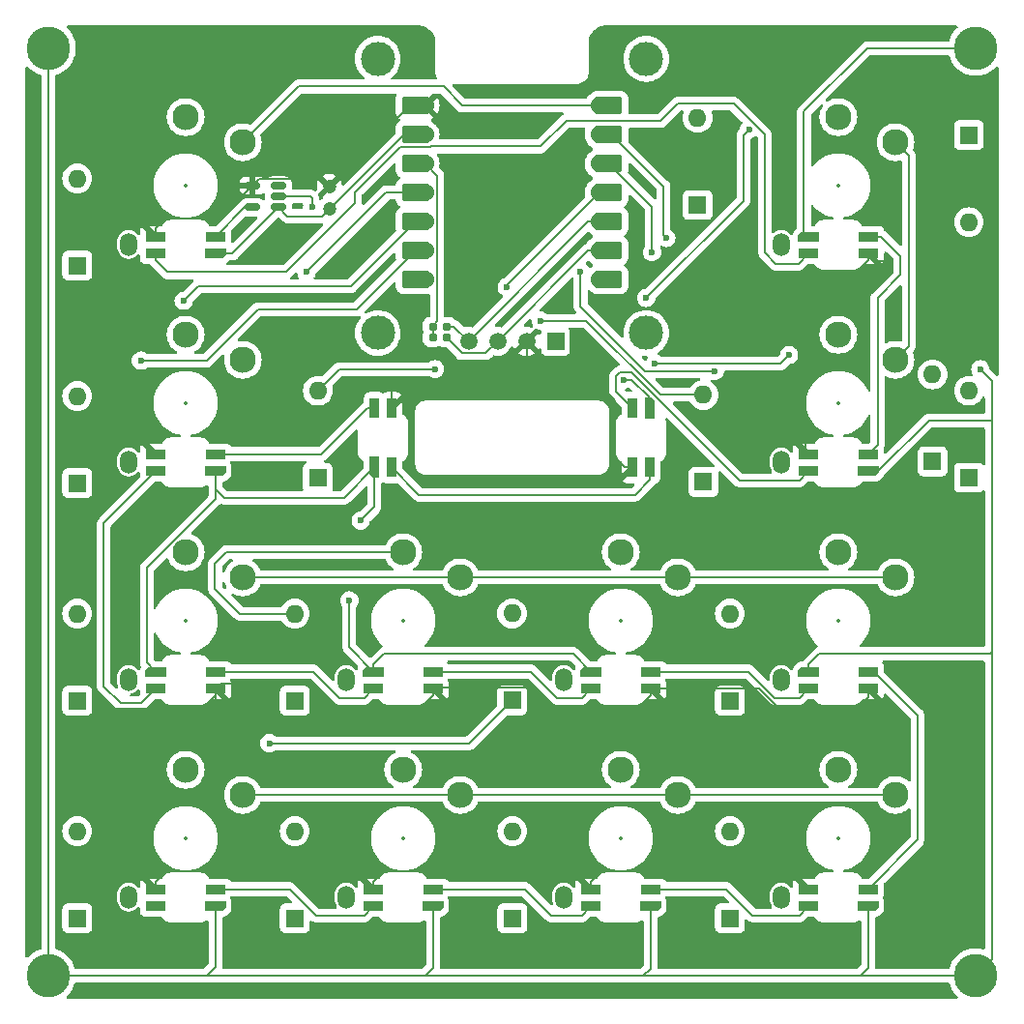
<source format=gbl>
%TF.GenerationSoftware,KiCad,Pcbnew,8.0.8*%
%TF.CreationDate,2025-02-16T16:30:12+01:00*%
%TF.ProjectId,hackpad,6861636b-7061-4642-9e6b-696361645f70,rev?*%
%TF.SameCoordinates,Original*%
%TF.FileFunction,Copper,L2,Bot*%
%TF.FilePolarity,Positive*%
%FSLAX46Y46*%
G04 Gerber Fmt 4.6, Leading zero omitted, Abs format (unit mm)*
G04 Created by KiCad (PCBNEW 8.0.8) date 2025-02-16 16:30:12*
%MOMM*%
%LPD*%
G01*
G04 APERTURE LIST*
G04 Aperture macros list*
%AMRoundRect*
0 Rectangle with rounded corners*
0 $1 Rounding radius*
0 $2 $3 $4 $5 $6 $7 $8 $9 X,Y pos of 4 corners*
0 Add a 4 corners polygon primitive as box body*
4,1,4,$2,$3,$4,$5,$6,$7,$8,$9,$2,$3,0*
0 Add four circle primitives for the rounded corners*
1,1,$1+$1,$2,$3*
1,1,$1+$1,$4,$5*
1,1,$1+$1,$6,$7*
1,1,$1+$1,$8,$9*
0 Add four rect primitives between the rounded corners*
20,1,$1+$1,$2,$3,$4,$5,0*
20,1,$1+$1,$4,$5,$6,$7,0*
20,1,$1+$1,$6,$7,$8,$9,0*
20,1,$1+$1,$8,$9,$2,$3,0*%
%AMOutline5P*
0 Free polygon, 5 corners , with rotation*
0 The origin of the aperture is its center*
0 number of corners: always 5*
0 $1 to $10 corner X, Y*
0 $11 Rotation angle, in degrees counterclockwise*
0 create outline with 5 corners*
4,1,5,$1,$2,$3,$4,$5,$6,$7,$8,$9,$10,$1,$2,$11*%
%AMOutline6P*
0 Free polygon, 6 corners , with rotation*
0 The origin of the aperture is its center*
0 number of corners: always 6*
0 $1 to $12 corner X, Y*
0 $13 Rotation angle, in degrees counterclockwise*
0 create outline with 6 corners*
4,1,6,$1,$2,$3,$4,$5,$6,$7,$8,$9,$10,$11,$12,$1,$2,$13*%
%AMOutline7P*
0 Free polygon, 7 corners , with rotation*
0 The origin of the aperture is its center*
0 number of corners: always 7*
0 $1 to $14 corner X, Y*
0 $15 Rotation angle, in degrees counterclockwise*
0 create outline with 7 corners*
4,1,7,$1,$2,$3,$4,$5,$6,$7,$8,$9,$10,$11,$12,$13,$14,$1,$2,$15*%
%AMOutline8P*
0 Free polygon, 8 corners , with rotation*
0 The origin of the aperture is its center*
0 number of corners: always 8*
0 $1 to $16 corner X, Y*
0 $17 Rotation angle, in degrees counterclockwise*
0 create outline with 8 corners*
4,1,8,$1,$2,$3,$4,$5,$6,$7,$8,$9,$10,$11,$12,$13,$14,$15,$16,$1,$2,$17*%
G04 Aperture macros list end*
%TA.AperFunction,ComponentPad*%
%ADD10R,1.508000X1.508000*%
%TD*%
%TA.AperFunction,ComponentPad*%
%ADD11C,1.508000*%
%TD*%
%TA.AperFunction,ComponentPad*%
%ADD12C,3.000000*%
%TD*%
%TA.AperFunction,SMDPad,CuDef*%
%ADD13R,0.820000X1.800000*%
%TD*%
%TA.AperFunction,SMDPad,CuDef*%
%ADD14Outline5P,-0.900000X0.410000X0.900000X0.410000X0.900000X-0.164000X0.654000X-0.410000X-0.900000X-0.410000X270.000000*%
%TD*%
%TA.AperFunction,ComponentPad*%
%ADD15C,2.300000*%
%TD*%
%TA.AperFunction,ComponentPad*%
%ADD16C,3.800000*%
%TD*%
%TA.AperFunction,SMDPad,CuDef*%
%ADD17R,1.800000X0.820000*%
%TD*%
%TA.AperFunction,SMDPad,CuDef*%
%ADD18Outline5P,-0.900000X0.410000X0.900000X0.410000X0.900000X-0.164000X0.654000X-0.410000X-0.900000X-0.410000X180.000000*%
%TD*%
%TA.AperFunction,SMDPad,CuDef*%
%ADD19Outline5P,-0.900000X0.410000X0.900000X0.410000X0.900000X-0.164000X0.654000X-0.410000X-0.900000X-0.410000X0.000000*%
%TD*%
%TA.AperFunction,SMDPad,CuDef*%
%ADD20Outline5P,-0.900000X0.410000X0.900000X0.410000X0.900000X-0.164000X0.654000X-0.410000X-0.900000X-0.410000X90.000000*%
%TD*%
%TA.AperFunction,ComponentPad*%
%ADD21R,1.600000X1.600000*%
%TD*%
%TA.AperFunction,ComponentPad*%
%ADD22O,1.600000X1.600000*%
%TD*%
%TA.AperFunction,SMDPad,CuDef*%
%ADD23RoundRect,0.160000X-0.197500X-0.160000X0.197500X-0.160000X0.197500X0.160000X-0.197500X0.160000X0*%
%TD*%
%TA.AperFunction,SMDPad,CuDef*%
%ADD24RoundRect,0.150000X0.512500X0.150000X-0.512500X0.150000X-0.512500X-0.150000X0.512500X-0.150000X0*%
%TD*%
%TA.AperFunction,SMDPad,CuDef*%
%ADD25RoundRect,0.152400X-1.063600X-0.609600X1.063600X-0.609600X1.063600X0.609600X-1.063600X0.609600X0*%
%TD*%
%TA.AperFunction,ComponentPad*%
%ADD26C,1.524000*%
%TD*%
%TA.AperFunction,SMDPad,CuDef*%
%ADD27RoundRect,0.152400X1.063600X0.609600X-1.063600X0.609600X-1.063600X-0.609600X1.063600X-0.609600X0*%
%TD*%
%TA.AperFunction,ComponentPad*%
%ADD28C,1.200000*%
%TD*%
%TA.AperFunction,ViaPad*%
%ADD29C,0.600000*%
%TD*%
%TA.AperFunction,Conductor*%
%ADD30C,0.200000*%
%TD*%
%ADD31C,0.300000*%
%ADD32C,0.350000*%
%ADD33O,1.499999X1.999999*%
G04 APERTURE END LIST*
D10*
%TO.P,U2,1,GND*%
%TO.N,GND*%
X73810000Y-55055000D03*
D11*
%TO.P,U2,2,VCC_IN*%
%TO.N,VCC*%
X71270000Y-55055000D03*
%TO.P,U2,3,SCL*%
%TO.N,SCL*%
X68730000Y-55055000D03*
%TO.P,U2,4,SDA*%
%TO.N,SDA*%
X66190000Y-55055000D03*
D12*
%TO.P,U2,S1*%
%TO.N,N/C*%
X81750000Y-54325000D03*
%TO.P,U2,S2*%
X58250000Y-54325000D03*
%TO.P,U2,S3*%
X58250000Y-30325000D03*
%TO.P,U2,S4*%
X81750000Y-30325000D03*
%TD*%
D13*
%TO.P,LED_SUB3,1,VCC*%
%TO.N,VCC*%
X59450000Y-60900000D03*
%TO.P,LED_SUB3,2,DOUT*%
%TO.N,Net-(LED3-DIN)*%
X57950000Y-60900000D03*
D14*
%TO.P,LED_SUB3,3,GND*%
%TO.N,GND*%
X57950000Y-66100000D03*
D13*
%TO.P,LED_SUB3,4,DIN*%
%TO.N,Net-(LED_SUB3-DIN)*%
X59450000Y-66100000D03*
%TD*%
D15*
%TO.P,SW1,1,1*%
%TO.N,COL0*%
X46425000Y-37625000D03*
%TO.P,SW1,2,2*%
%TO.N,Net-(D1-A)*%
X41425000Y-35425000D03*
%TD*%
%TO.P,SW4,1,1*%
%TO.N,COL0*%
X103575000Y-56675000D03*
%TO.P,SW4,2,2*%
%TO.N,Net-(D4-A)*%
X98575000Y-54475000D03*
%TD*%
D16*
%TO.P,H2,1,1*%
%TO.N,GND*%
X110600000Y-29400000D03*
%TD*%
%TO.P,H3,1,1*%
%TO.N,GND*%
X29400000Y-29400000D03*
%TD*%
D15*
%TO.P,SW6,1,1*%
%TO.N,COL1*%
X65475000Y-75725000D03*
%TO.P,SW6,2,2*%
%TO.N,Net-(D6-A)*%
X60475000Y-73525000D03*
%TD*%
%TO.P,SW9,1,1*%
%TO.N,COL2*%
X46425000Y-94775000D03*
%TO.P,SW9,2,2*%
%TO.N,Net-(D9-A)*%
X41425000Y-92575000D03*
%TD*%
D16*
%TO.P,H1,1,1*%
%TO.N,GND*%
X110600000Y-110600000D03*
%TD*%
D17*
%TO.P,LED8,1,VCC*%
%TO.N,VCC*%
X101175000Y-85475000D03*
%TO.P,LED8,2,DOUT*%
%TO.N,Net-(LED12-DIN)*%
X101175000Y-83975000D03*
D18*
%TO.P,LED8,3,GND*%
%TO.N,GND*%
X95975000Y-83975000D03*
D17*
%TO.P,LED8,4,DIN*%
%TO.N,Net-(LED7-DOUT)*%
X95975000Y-85475000D03*
%TD*%
D15*
%TO.P,SW12,1,1*%
%TO.N,COL2*%
X103575000Y-94775000D03*
%TO.P,SW12,2,2*%
%TO.N,Net-(D12-A)*%
X98575000Y-92575000D03*
%TD*%
D17*
%TO.P,LED2,1,VCC*%
%TO.N,VCC*%
X101175000Y-47375000D03*
%TO.P,LED2,2,DOUT*%
%TO.N,Net-(LED2-DOUT)*%
X101175000Y-45875000D03*
D18*
%TO.P,LED2,3,GND*%
%TO.N,GND*%
X95975000Y-45875000D03*
D17*
%TO.P,LED2,4,DIN*%
%TO.N,Net-(LED1-DOUT)*%
X95975000Y-47375000D03*
%TD*%
D16*
%TO.P,H4,1,1*%
%TO.N,GND*%
X29400000Y-110600000D03*
%TD*%
D17*
%TO.P,LED9,1,VCC*%
%TO.N,VCC*%
X38825000Y-103025000D03*
%TO.P,LED9,2,DOUT*%
%TO.N,unconnected-(LED9-DOUT-Pad2)*%
X38825000Y-104525000D03*
D19*
%TO.P,LED9,3,GND*%
%TO.N,GND*%
X44025000Y-104525000D03*
D17*
%TO.P,LED9,4,DIN*%
%TO.N,Net-(LED10-DOUT)*%
X44025000Y-103025000D03*
%TD*%
%TO.P,LED5,1,VCC*%
%TO.N,VCC*%
X44025000Y-85475000D03*
%TO.P,LED5,2,DOUT*%
%TO.N,Net-(LED5-DOUT)*%
X44025000Y-83975000D03*
D18*
%TO.P,LED5,3,GND*%
%TO.N,GND*%
X38825000Y-83975000D03*
D17*
%TO.P,LED5,4,DIN*%
%TO.N,Net-(LED3-DOUT)*%
X38825000Y-85475000D03*
%TD*%
D13*
%TO.P,LED_SUB4,1,VCC*%
%TO.N,VCC*%
X80550000Y-66100000D03*
%TO.P,LED_SUB4,2,DOUT*%
%TO.N,Net-(LED_SUB3-DIN)*%
X82050000Y-66100000D03*
D20*
%TO.P,LED_SUB4,3,GND*%
%TO.N,GND*%
X82050000Y-60900000D03*
D13*
%TO.P,LED_SUB4,4,DIN*%
%TO.N,Net-(LED4-DOUT)*%
X80550000Y-60900000D03*
%TD*%
D17*
%TO.P,LED6,1,VCC*%
%TO.N,VCC*%
X63075000Y-85475000D03*
%TO.P,LED6,2,DOUT*%
%TO.N,Net-(LED6-DOUT)*%
X63075000Y-83975000D03*
D18*
%TO.P,LED6,3,GND*%
%TO.N,GND*%
X57875000Y-83975000D03*
D17*
%TO.P,LED6,4,DIN*%
%TO.N,Net-(LED5-DOUT)*%
X57875000Y-85475000D03*
%TD*%
%TO.P,LED7,1,VCC*%
%TO.N,VCC*%
X82125000Y-85475000D03*
%TO.P,LED7,2,DOUT*%
%TO.N,Net-(LED7-DOUT)*%
X82125000Y-83975000D03*
D18*
%TO.P,LED7,3,GND*%
%TO.N,GND*%
X76925000Y-83975000D03*
D17*
%TO.P,LED7,4,DIN*%
%TO.N,Net-(LED6-DOUT)*%
X76925000Y-85475000D03*
%TD*%
%TO.P,LED1,1,VCC*%
%TO.N,VCC*%
X38825000Y-45875000D03*
%TO.P,LED1,2,DOUT*%
%TO.N,Net-(LED1-DOUT)*%
X38825000Y-47375000D03*
D19*
%TO.P,LED1,3,GND*%
%TO.N,GND*%
X44025000Y-47375000D03*
D17*
%TO.P,LED1,4,DIN*%
%TO.N,LED_DIN_Shifted*%
X44025000Y-45875000D03*
%TD*%
D15*
%TO.P,SW8,1,1*%
%TO.N,COL1*%
X103575000Y-75725000D03*
%TO.P,SW8,2,2*%
%TO.N,Net-(D8-A)*%
X98575000Y-73525000D03*
%TD*%
D17*
%TO.P,LED4,1,VCC*%
%TO.N,VCC*%
X95975000Y-64925000D03*
%TO.P,LED4,2,DOUT*%
%TO.N,Net-(LED4-DOUT)*%
X95975000Y-66425000D03*
D19*
%TO.P,LED4,3,GND*%
%TO.N,GND*%
X101175000Y-66425000D03*
D17*
%TO.P,LED4,4,DIN*%
%TO.N,Net-(LED2-DOUT)*%
X101175000Y-64925000D03*
%TD*%
D15*
%TO.P,SW5,1,1*%
%TO.N,COL1*%
X46425000Y-75725000D03*
%TO.P,SW5,2,2*%
%TO.N,Net-(D5-A)*%
X41425000Y-73525000D03*
%TD*%
%TO.P,SW3,1,1*%
%TO.N,COL0*%
X46425000Y-56675000D03*
%TO.P,SW3,2,2*%
%TO.N,Net-(D3-A)*%
X41425000Y-54475000D03*
%TD*%
D17*
%TO.P,LED11,1,VCC*%
%TO.N,VCC*%
X76925000Y-103025000D03*
%TO.P,LED11,2,DOUT*%
%TO.N,Net-(LED10-DIN)*%
X76925000Y-104525000D03*
D19*
%TO.P,LED11,3,GND*%
%TO.N,GND*%
X82125000Y-104525000D03*
D17*
%TO.P,LED11,4,DIN*%
%TO.N,Net-(LED11-DIN)*%
X82125000Y-103025000D03*
%TD*%
D15*
%TO.P,SW11,1,1*%
%TO.N,COL2*%
X84525000Y-94775000D03*
%TO.P,SW11,2,2*%
%TO.N,Net-(D11-A)*%
X79525000Y-92575000D03*
%TD*%
D17*
%TO.P,LED12,1,VCC*%
%TO.N,VCC*%
X95975000Y-103025000D03*
%TO.P,LED12,2,DOUT*%
%TO.N,Net-(LED11-DIN)*%
X95975000Y-104525000D03*
D19*
%TO.P,LED12,3,GND*%
%TO.N,GND*%
X101175000Y-104525000D03*
D17*
%TO.P,LED12,4,DIN*%
%TO.N,Net-(LED12-DIN)*%
X101175000Y-103025000D03*
%TD*%
D15*
%TO.P,SW7,1,1*%
%TO.N,COL1*%
X84525000Y-75725000D03*
%TO.P,SW7,2,2*%
%TO.N,Net-(D7-A)*%
X79525000Y-73525000D03*
%TD*%
D17*
%TO.P,LED3,1,VCC*%
%TO.N,VCC*%
X38825000Y-64925000D03*
%TO.P,LED3,2,DOUT*%
%TO.N,Net-(LED3-DOUT)*%
X38825000Y-66425000D03*
D19*
%TO.P,LED3,3,GND*%
%TO.N,GND*%
X44025000Y-66425000D03*
D17*
%TO.P,LED3,4,DIN*%
%TO.N,Net-(LED3-DIN)*%
X44025000Y-64925000D03*
%TD*%
%TO.P,LED10,1,VCC*%
%TO.N,VCC*%
X57875000Y-103025000D03*
%TO.P,LED10,2,DOUT*%
%TO.N,Net-(LED10-DOUT)*%
X57875000Y-104525000D03*
D19*
%TO.P,LED10,3,GND*%
%TO.N,GND*%
X63075000Y-104525000D03*
D17*
%TO.P,LED10,4,DIN*%
%TO.N,Net-(LED10-DIN)*%
X63075000Y-103025000D03*
%TD*%
D15*
%TO.P,SW2,1,1*%
%TO.N,COL0*%
X103575000Y-37625000D03*
%TO.P,SW2,2,2*%
%TO.N,Net-(D2-A)*%
X98575000Y-35425000D03*
%TD*%
%TO.P,SW10,1,1*%
%TO.N,COL2*%
X65475000Y-94775000D03*
%TO.P,SW10,2,2*%
%TO.N,Net-(D10-A)*%
X60475000Y-92575000D03*
%TD*%
D21*
%TO.P,D10,1,K*%
%TO.N,ROW1*%
X50975000Y-105575000D03*
D22*
%TO.P,D10,2,A*%
%TO.N,Net-(D10-A)*%
X50975000Y-97955000D03*
%TD*%
D21*
%TO.P,D13,1,K*%
%TO.N,ROW0*%
X86750000Y-67370000D03*
D22*
%TO.P,D13,2,A*%
%TO.N,Net-(D13-A)*%
X86750000Y-59750000D03*
%TD*%
D21*
%TO.P,D8,1,K*%
%TO.N,ROW3*%
X89075000Y-86525000D03*
D22*
%TO.P,D8,2,A*%
%TO.N,Net-(D8-A)*%
X89075000Y-78905000D03*
%TD*%
D21*
%TO.P,D12,1,K*%
%TO.N,ROW3*%
X89075000Y-105575000D03*
D22*
%TO.P,D12,2,A*%
%TO.N,Net-(D12-A)*%
X89075000Y-97955000D03*
%TD*%
D21*
%TO.P,D5,1,K*%
%TO.N,ROW0*%
X31925000Y-86525000D03*
D22*
%TO.P,D5,2,A*%
%TO.N,Net-(D5-A)*%
X31925000Y-78905000D03*
%TD*%
D21*
%TO.P,D14,1,K*%
%TO.N,ROW1*%
X53000000Y-67000000D03*
D22*
%TO.P,D14,2,A*%
%TO.N,Net-(D14-A)*%
X53000000Y-59380000D03*
%TD*%
D21*
%TO.P,D15,1,K*%
%TO.N,ROW2*%
X110000000Y-37000000D03*
D22*
%TO.P,D15,2,A*%
%TO.N,Net-(D15-A)*%
X110000000Y-44620000D03*
%TD*%
D21*
%TO.P,D9,1,K*%
%TO.N,ROW0*%
X31925000Y-105575000D03*
D22*
%TO.P,D9,2,A*%
%TO.N,Net-(D9-A)*%
X31925000Y-97955000D03*
%TD*%
D23*
%TO.P,R1,1*%
%TO.N,3V3*%
X63055000Y-54750000D03*
%TO.P,R1,2*%
%TO.N,SCL*%
X64250000Y-54750000D03*
%TD*%
D21*
%TO.P,D1,1,K*%
%TO.N,ROW0*%
X31925000Y-48425000D03*
D22*
%TO.P,D1,2,A*%
%TO.N,Net-(D1-A)*%
X31925000Y-40805000D03*
%TD*%
D21*
%TO.P,D11,1,K*%
%TO.N,ROW2*%
X70025000Y-105575000D03*
D22*
%TO.P,D11,2,A*%
%TO.N,Net-(D11-A)*%
X70025000Y-97955000D03*
%TD*%
D24*
%TO.P,U3,1,NC*%
%TO.N,unconnected-(U3-NC-Pad1)*%
X49562500Y-41425000D03*
%TO.P,U3,2,A*%
%TO.N,LED_DIN*%
X49562500Y-42375000D03*
%TO.P,U3,3,GND*%
%TO.N,GND*%
X49562500Y-43325000D03*
%TO.P,U3,4,Y*%
%TO.N,LED_DIN_Shifted*%
X47287500Y-43325000D03*
%TO.P,U3,5,VCC*%
%TO.N,VCC*%
X47287500Y-41425000D03*
%TD*%
D21*
%TO.P,D4,1,K*%
%TO.N,ROW3*%
X106825000Y-65575000D03*
D22*
%TO.P,D4,2,A*%
%TO.N,Net-(D4-A)*%
X106825000Y-57955000D03*
%TD*%
D21*
%TO.P,D7,1,K*%
%TO.N,ROW2*%
X70000000Y-86500000D03*
D22*
%TO.P,D7,2,A*%
%TO.N,Net-(D7-A)*%
X70000000Y-78880000D03*
%TD*%
D21*
%TO.P,D2,1,K*%
%TO.N,ROW1*%
X86250000Y-43120000D03*
D22*
%TO.P,D2,2,A*%
%TO.N,Net-(D2-A)*%
X86250000Y-35500000D03*
%TD*%
D25*
%TO.P,U1,1,GPIO26/ADC0/A0*%
%TO.N,COL0*%
X78455000Y-34405000D03*
D26*
X77620000Y-34405000D03*
D25*
%TO.P,U1,2,GPIO27/ADC1/A1*%
%TO.N,COL1*%
X78455000Y-36945000D03*
D26*
X77620000Y-36945000D03*
D25*
%TO.P,U1,3,GPIO28/ADC2/A2*%
%TO.N,COL2*%
X78455000Y-39485000D03*
D26*
X77620000Y-39485000D03*
D25*
%TO.P,U1,4,GPIO29/ADC3/A3*%
%TO.N,COL3*%
X78455000Y-42025000D03*
D26*
X77620000Y-42025000D03*
D25*
%TO.P,U1,5,GPIO6/SDA*%
%TO.N,SDA*%
X78455000Y-44565000D03*
D26*
X77620000Y-44565000D03*
D25*
%TO.P,U1,6,GPIO7/SCL*%
%TO.N,SCL*%
X78455000Y-47105000D03*
D26*
X77620000Y-47105000D03*
D25*
%TO.P,U1,7,GPIO0/TX*%
%TO.N,LED_DIN*%
X78455000Y-49645000D03*
D26*
X77620000Y-49645000D03*
%TO.P,U1,8,GPIO1/RX*%
%TO.N,ROW3*%
X62380000Y-49645000D03*
D27*
X61545000Y-49645000D03*
D26*
%TO.P,U1,9,GPIO2/SCK*%
%TO.N,ROW2*%
X62380000Y-47105000D03*
D27*
X61545000Y-47105000D03*
D26*
%TO.P,U1,10,GPIO4/MISO*%
%TO.N,ROW0*%
X62380000Y-44565000D03*
D27*
X61545000Y-44565000D03*
D26*
%TO.P,U1,11,GPIO3/MOSI*%
%TO.N,ROW1*%
X62380000Y-42025000D03*
D27*
X61545000Y-42025000D03*
D26*
%TO.P,U1,12,3V3*%
%TO.N,3V3*%
X62380000Y-39485000D03*
D27*
X61545000Y-39485000D03*
D26*
%TO.P,U1,13,GND*%
%TO.N,GND*%
X62380000Y-36945000D03*
D27*
X61545000Y-36945000D03*
D26*
%TO.P,U1,14,VBUS*%
%TO.N,VCC*%
X62380000Y-34405000D03*
D27*
X61545000Y-34405000D03*
%TD*%
D21*
%TO.P,D6,1,K*%
%TO.N,ROW1*%
X50975000Y-86525000D03*
D22*
%TO.P,D6,2,A*%
%TO.N,Net-(D6-A)*%
X50975000Y-78905000D03*
%TD*%
D23*
%TO.P,R2,2*%
%TO.N,SDA*%
X64250000Y-53750000D03*
%TO.P,R2,1*%
%TO.N,3V3*%
X63055000Y-53750000D03*
%TD*%
D21*
%TO.P,D16,1,K*%
%TO.N,ROW3*%
X110000000Y-67000000D03*
D22*
%TO.P,D16,2,A*%
%TO.N,Net-(D16-A)*%
X110000000Y-59380000D03*
%TD*%
D28*
%TO.P,C2,2*%
%TO.N,VCC*%
X54000000Y-41500000D03*
%TO.P,C2,1*%
%TO.N,GND*%
X54000000Y-43500000D03*
%TD*%
D21*
%TO.P,D3,1,K*%
%TO.N,ROW2*%
X31925000Y-67475000D03*
D22*
%TO.P,D3,2,A*%
%TO.N,Net-(D3-A)*%
X31925000Y-59855000D03*
%TD*%
D29*
%TO.N,ROW0*%
X87750000Y-57650000D03*
X76000000Y-49000000D03*
X41250000Y-51500000D03*
%TO.N,ROW3*%
X82500000Y-57000000D03*
X94250000Y-56250000D03*
%TO.N,ROW1*%
X52000000Y-49000000D03*
%TO.N,ROW2*%
X37500000Y-56750000D03*
X48750000Y-90250000D03*
X81750000Y-51250000D03*
X90750008Y-36500000D03*
%TO.N,VCC*%
X55250000Y-60000000D03*
X103000000Y-48000000D03*
%TO.N,GND*%
X55750000Y-77750000D03*
X56750000Y-70750000D03*
X111000000Y-57500000D03*
X79750000Y-58420000D03*
%TO.N,COL1*%
X83500000Y-46000000D03*
%TO.N,COL2*%
X82250000Y-47250000D03*
%TO.N,LED_DIN*%
X52500000Y-43250000D03*
%TO.N,Net-(D13-A)*%
X72499997Y-53250003D03*
%TO.N,COL3*%
X69533391Y-50295000D03*
%TO.N,Net-(D14-A)*%
X63250000Y-57500000D03*
%TD*%
D30*
%TO.N,SCL*%
X68730000Y-55055000D02*
X76680000Y-47105000D01*
X76680000Y-47105000D02*
X77620000Y-47105000D01*
X64250000Y-54750000D02*
X65609000Y-56109000D01*
X65609000Y-56109000D02*
X67676000Y-56109000D01*
X67676000Y-56109000D02*
X68730000Y-55055000D01*
%TO.N,SDA*%
X66190000Y-55055000D02*
X76680000Y-44565000D01*
X76680000Y-44565000D02*
X77620000Y-44565000D01*
X64250000Y-53750000D02*
X64885000Y-53750000D01*
X64885000Y-53750000D02*
X66190000Y-55055000D01*
%TO.N,VCC*%
X71000000Y-58750000D02*
X77500000Y-58750000D01*
X61600000Y-58750000D02*
X71000000Y-58750000D01*
X71000000Y-58750000D02*
X71270000Y-58480000D01*
X71270000Y-58480000D02*
X71270000Y-55055000D01*
X59450000Y-60900000D02*
X61600000Y-58750000D01*
X79850000Y-66100000D02*
X80550000Y-66100000D01*
X77500000Y-58750000D02*
X78999732Y-60249732D01*
X78999732Y-60249732D02*
X78999732Y-65249732D01*
X78999732Y-65249732D02*
X79850000Y-66100000D01*
%TO.N,COL0*%
X46425000Y-37625000D02*
X51300000Y-32750000D01*
X51300000Y-32750000D02*
X63990318Y-32750000D01*
X65645318Y-34405000D02*
X77620000Y-34405000D01*
X63990318Y-32750000D02*
X65645318Y-34405000D01*
%TO.N,ROW3*%
X93500000Y-57000000D02*
X82500000Y-57000000D01*
X94250000Y-56250000D02*
X93500000Y-57000000D01*
%TO.N,ROW0*%
X76000000Y-49000000D02*
X76000000Y-52000000D01*
X76000000Y-52000000D02*
X81650000Y-57650000D01*
X81650000Y-57650000D02*
X87750000Y-57650000D01*
%TO.N,Net-(LED4-DOUT)*%
X95175000Y-67225000D02*
X95975000Y-66425000D01*
X89909314Y-67225000D02*
X95175000Y-67225000D01*
X80484314Y-57800000D02*
X89909314Y-67225000D01*
X79100000Y-58150761D02*
X79450761Y-57800000D01*
X79450761Y-57800000D02*
X80484314Y-57800000D01*
X79100000Y-59450000D02*
X79100000Y-58150761D01*
X80550000Y-60900000D02*
X79100000Y-59450000D01*
%TO.N,Net-(D13-A)*%
X72499997Y-53250003D02*
X76500003Y-53250003D01*
X76500003Y-53250003D02*
X83000000Y-59750000D01*
X83000000Y-59750000D02*
X86750000Y-59750000D01*
%TO.N,ROW0*%
X41250000Y-51500000D02*
X42500000Y-50250000D01*
X55860000Y-50250000D02*
X61545000Y-44565000D01*
X42500000Y-50250000D02*
X55860000Y-50250000D01*
%TO.N,ROW1*%
X58975000Y-42025000D02*
X62380000Y-42025000D01*
X52000000Y-49000000D02*
X58975000Y-42025000D01*
%TO.N,Net-(D6-A)*%
X44975000Y-73525000D02*
X44000000Y-74500000D01*
X44975000Y-73525000D02*
X60475000Y-73525000D01*
X46155000Y-78905000D02*
X50975000Y-78905000D01*
X44000000Y-74500000D02*
X44000000Y-76750000D01*
X44000000Y-76750000D02*
X46155000Y-78905000D01*
%TO.N,ROW2*%
X43250000Y-56750000D02*
X47750000Y-52250000D01*
X90250000Y-37000008D02*
X90750008Y-36500000D01*
X56400000Y-52250000D02*
X61545000Y-47105000D01*
X90250000Y-42750000D02*
X90250000Y-37000008D01*
X81750000Y-51250000D02*
X90250000Y-42750000D01*
X48750000Y-90250000D02*
X66250000Y-90250000D01*
X37500000Y-56750000D02*
X43250000Y-56750000D01*
X47750000Y-52250000D02*
X56400000Y-52250000D01*
X66250000Y-90250000D02*
X70000000Y-86500000D01*
%TO.N,VCC*%
X58750000Y-58750000D02*
X56500000Y-58750000D01*
X54537852Y-87037852D02*
X62122148Y-87037852D01*
X95675000Y-64625000D02*
X95975000Y-64925000D01*
X63075000Y-86085000D02*
X63075000Y-85475000D01*
X103000000Y-48000000D02*
X101800000Y-48000000D01*
X44025000Y-85475000D02*
X44500000Y-85000000D01*
X42860000Y-87250000D02*
X44025000Y-86085000D01*
X54000000Y-41500000D02*
X61095000Y-34405000D01*
X95975000Y-103025000D02*
X94425000Y-101475000D01*
X100356744Y-87037852D02*
X101175000Y-86219596D01*
X38825000Y-103025000D02*
X38825000Y-102415318D01*
X33500000Y-85500000D02*
X35250000Y-87250000D01*
X35000000Y-61100000D02*
X38825000Y-64925000D01*
X38825000Y-64925000D02*
X37925000Y-64025000D01*
X47887500Y-40825000D02*
X47287500Y-41425000D01*
X35000000Y-45840812D02*
X35000000Y-61100000D01*
X82125000Y-86085000D02*
X82125000Y-85475000D01*
X44025000Y-86085000D02*
X44025000Y-85475000D01*
X35250000Y-87250000D02*
X42860000Y-87250000D01*
X61095000Y-34405000D02*
X62380000Y-34405000D01*
X37750000Y-101950000D02*
X38825000Y-103025000D01*
X93212978Y-87037852D02*
X100356744Y-87037852D01*
X101175000Y-86219596D02*
X101175000Y-85475000D01*
X56500000Y-58750000D02*
X55250000Y-60000000D01*
X39750000Y-44325000D02*
X44387500Y-44325000D01*
X37750000Y-97250000D02*
X37750000Y-101950000D01*
X59450000Y-59450000D02*
X58750000Y-58750000D01*
X91600126Y-85425000D02*
X93212978Y-87037852D01*
X82125000Y-85475000D02*
X82175000Y-85425000D01*
X75375000Y-101475000D02*
X76925000Y-103025000D01*
X73275000Y-87025000D02*
X81185000Y-87025000D01*
X57875000Y-103025000D02*
X57875000Y-102415000D01*
X54000000Y-41500000D02*
X53325000Y-40825000D01*
X81185000Y-87025000D02*
X82125000Y-86085000D01*
X63075000Y-85475000D02*
X63150000Y-85400000D01*
X59450000Y-60900000D02*
X59450000Y-59450000D01*
X62122148Y-87037852D02*
X63075000Y-86085000D01*
X44025000Y-85475000D02*
X44025000Y-92475000D01*
X38825000Y-102415318D02*
X39765318Y-101475000D01*
X71650000Y-85400000D02*
X73275000Y-87025000D01*
X63150000Y-85400000D02*
X71650000Y-85400000D01*
X39765318Y-101475000D02*
X56325000Y-101475000D01*
X33500000Y-66250000D02*
X33500000Y-85500000D01*
X52500000Y-85000000D02*
X54537852Y-87037852D01*
X38825000Y-45175000D02*
X39675000Y-44325000D01*
X95675000Y-53484682D02*
X95675000Y-64625000D01*
X58815000Y-101475000D02*
X75375000Y-101475000D01*
X41750000Y-94750000D02*
X40250000Y-94750000D01*
X57875000Y-102415000D02*
X58815000Y-101475000D01*
X44025000Y-92475000D02*
X41750000Y-94750000D01*
X44500000Y-85000000D02*
X52500000Y-85000000D01*
X77865000Y-101475000D02*
X76925000Y-102415000D01*
X44387500Y-44325000D02*
X47287500Y-41425000D01*
X36515812Y-44325000D02*
X35000000Y-45840812D01*
X39750000Y-44325000D02*
X36515812Y-44325000D01*
X38825000Y-45875000D02*
X38825000Y-45175000D01*
X35725000Y-64025000D02*
X33500000Y-66250000D01*
X101175000Y-47984682D02*
X95675000Y-53484682D01*
X76925000Y-102415000D02*
X76925000Y-103025000D01*
X101175000Y-47375000D02*
X101175000Y-47984682D01*
X39675000Y-44325000D02*
X39750000Y-44325000D01*
X101800000Y-48000000D02*
X101175000Y-47375000D01*
X56325000Y-101475000D02*
X57875000Y-103025000D01*
X94425000Y-101475000D02*
X77865000Y-101475000D01*
X37925000Y-64025000D02*
X35725000Y-64025000D01*
X40250000Y-94750000D02*
X37750000Y-97250000D01*
X53325000Y-40825000D02*
X47887500Y-40825000D01*
X82175000Y-85425000D02*
X91600126Y-85425000D01*
%TO.N,GND*%
X82050000Y-60000000D02*
X80470000Y-58420000D01*
X95565000Y-34935000D02*
X95565000Y-45465000D01*
X57875000Y-83975000D02*
X57875000Y-83365318D01*
X45512500Y-47375000D02*
X49562500Y-43325000D01*
X62500000Y-110600000D02*
X62500000Y-110500000D01*
X57875000Y-83365318D02*
X58815318Y-82425000D01*
X54000000Y-43500000D02*
X53400000Y-44100000D01*
X80470000Y-58420000D02*
X79750000Y-58420000D01*
X81500000Y-110600000D02*
X62500000Y-110600000D01*
X44775000Y-68750000D02*
X55300000Y-68750000D01*
X111825000Y-82425000D02*
X112000000Y-82250000D01*
X100500000Y-110600000D02*
X81500000Y-110600000D01*
X112000000Y-58500000D02*
X111000000Y-57500000D01*
X112000000Y-82250000D02*
X112000000Y-62000000D01*
X38000000Y-83150000D02*
X38825000Y-83975000D01*
X57950000Y-66100000D02*
X57950000Y-69550000D01*
X82125000Y-109975000D02*
X82125000Y-104525000D01*
X50337500Y-44100000D02*
X49562500Y-43325000D01*
X110600000Y-110600000D02*
X112000000Y-109200000D01*
X43250000Y-110600000D02*
X44025000Y-109825000D01*
X82050000Y-60900000D02*
X82050000Y-60000000D01*
X38000000Y-74899390D02*
X38000000Y-83150000D01*
X44025000Y-68000000D02*
X44775000Y-68750000D01*
X44025000Y-47375000D02*
X45512500Y-47375000D01*
X44025000Y-109825000D02*
X44025000Y-104525000D01*
X101175000Y-104525000D02*
X101175000Y-109925000D01*
X75375000Y-82425000D02*
X76925000Y-83975000D01*
X101175000Y-109925000D02*
X100500000Y-110600000D01*
X95975000Y-83365318D02*
X96915318Y-82425000D01*
X43250000Y-110600000D02*
X29400000Y-110600000D01*
X60555000Y-36945000D02*
X61545000Y-36945000D01*
X55750000Y-81850000D02*
X55750000Y-77750000D01*
X54000000Y-43500000D02*
X60555000Y-36945000D01*
X44025000Y-66425000D02*
X44025000Y-68000000D01*
X29400000Y-29400000D02*
X29400000Y-110600000D01*
X106500000Y-62000000D02*
X112000000Y-62000000D01*
X112000000Y-62000000D02*
X112000000Y-58500000D01*
X44025000Y-68000000D02*
X44025000Y-68874390D01*
X62500000Y-110500000D02*
X63075000Y-109925000D01*
X96915318Y-82425000D02*
X111825000Y-82425000D01*
X81500000Y-110600000D02*
X82125000Y-109975000D01*
X110600000Y-29400000D02*
X101100000Y-29400000D01*
X63075000Y-109925000D02*
X63075000Y-104525000D01*
X101100000Y-29400000D02*
X95565000Y-34935000D01*
X95565000Y-45465000D02*
X95975000Y-45875000D01*
X62500000Y-110600000D02*
X43250000Y-110600000D01*
X44025000Y-68874390D02*
X38000000Y-74899390D01*
X95975000Y-83975000D02*
X95975000Y-83365318D01*
X53400000Y-44100000D02*
X50337500Y-44100000D01*
X101175000Y-66425000D02*
X102075000Y-66425000D01*
X112000000Y-109200000D02*
X112000000Y-82250000D01*
X102075000Y-66425000D02*
X106500000Y-62000000D01*
X57875000Y-83975000D02*
X55750000Y-81850000D01*
X110600000Y-110600000D02*
X100500000Y-110600000D01*
X55300000Y-68750000D02*
X57950000Y-66100000D01*
X57950000Y-69550000D02*
X56750000Y-70750000D01*
X58815318Y-82425000D02*
X75375000Y-82425000D01*
%TO.N,COL0*%
X104725000Y-55525000D02*
X104725000Y-38775000D01*
X104725000Y-38775000D02*
X103575000Y-37625000D01*
X103575000Y-56675000D02*
X104725000Y-55525000D01*
%TO.N,COL1*%
X83250000Y-41497370D02*
X78697630Y-36945000D01*
X83500000Y-46000000D02*
X83250000Y-45750000D01*
X84525000Y-75725000D02*
X65475000Y-75725000D01*
X83250000Y-45750000D02*
X83250000Y-41497370D01*
X78697630Y-36945000D02*
X77620000Y-36945000D01*
X103575000Y-75725000D02*
X84525000Y-75725000D01*
X65475000Y-75725000D02*
X46425000Y-75725000D01*
%TO.N,COL2*%
X65475000Y-94775000D02*
X84525000Y-94775000D01*
X82250000Y-47250000D02*
X82250000Y-43280000D01*
X84525000Y-94775000D02*
X103575000Y-94775000D01*
X82250000Y-43280000D02*
X78455000Y-39485000D01*
X46425000Y-94775000D02*
X65475000Y-94775000D01*
%TO.N,LED_DIN*%
X52500000Y-42500000D02*
X52500000Y-43250000D01*
X49562500Y-42375000D02*
X52375000Y-42375000D01*
X52375000Y-42375000D02*
X52500000Y-42500000D01*
%TO.N,Net-(LED1-DOUT)*%
X60224393Y-38007000D02*
X62800214Y-38007000D01*
X38825000Y-47375000D02*
X38825000Y-47985000D01*
X62807214Y-38000000D02*
X72500000Y-38000000D01*
X84500000Y-34250000D02*
X89419239Y-34250000D01*
X93090812Y-48250000D02*
X95100000Y-48250000D01*
X92150000Y-36980761D02*
X92150000Y-47309188D01*
X74750000Y-35750000D02*
X83000000Y-35750000D01*
X56250000Y-42934314D02*
X56250000Y-41981393D01*
X39840000Y-49000000D02*
X50184314Y-49000000D01*
X62800214Y-38007000D02*
X62807214Y-38000000D01*
X50184314Y-49000000D02*
X56250000Y-42934314D01*
X89419239Y-34250000D02*
X92150000Y-36980761D01*
X83000000Y-35750000D02*
X84500000Y-34250000D01*
X56250000Y-41981393D02*
X60224393Y-38007000D01*
X38825000Y-47985000D02*
X39840000Y-49000000D01*
X92150000Y-47309188D02*
X93090812Y-48250000D01*
X72500000Y-38000000D02*
X74750000Y-35750000D01*
X95100000Y-48250000D02*
X95975000Y-47375000D01*
%TO.N,Net-(LED2-DOUT)*%
X102000000Y-64100000D02*
X102000000Y-51250000D01*
X102275000Y-45875000D02*
X101175000Y-45875000D01*
X104000000Y-49250000D02*
X104000000Y-47600000D01*
X101175000Y-64925000D02*
X102000000Y-64100000D01*
X102000000Y-51250000D02*
X104000000Y-49250000D01*
X104000000Y-47600000D02*
X102275000Y-45875000D01*
%TO.N,Net-(LED3-DOUT)*%
X35750000Y-86750000D02*
X37550000Y-86750000D01*
X38825000Y-66425000D02*
X34250000Y-71000000D01*
X37550000Y-86750000D02*
X38825000Y-85475000D01*
X34250000Y-85250000D02*
X35750000Y-86750000D01*
X34250000Y-71000000D02*
X34250000Y-85250000D01*
%TO.N,Net-(LED5-DOUT)*%
X57075000Y-86275000D02*
X57875000Y-85475000D01*
X54915812Y-86275000D02*
X57075000Y-86275000D01*
X52615812Y-83975000D02*
X54915812Y-86275000D01*
X44025000Y-83975000D02*
X52615812Y-83975000D01*
%TO.N,Net-(LED10-DOUT)*%
X57875000Y-104525000D02*
X57075000Y-105325000D01*
X50525000Y-103025000D02*
X44025000Y-103025000D01*
X52825000Y-105325000D02*
X50525000Y-103025000D01*
X57075000Y-105325000D02*
X52825000Y-105325000D01*
%TO.N,COL3*%
X77620000Y-42025000D02*
X69533391Y-50111609D01*
X69533391Y-50111609D02*
X69533391Y-50295000D01*
%TO.N,LED_DIN_Shifted*%
X46575000Y-43325000D02*
X47287500Y-43325000D01*
X44025000Y-45875000D02*
X46575000Y-43325000D01*
%TO.N,3V3*%
X63055000Y-53750000D02*
X63055000Y-53695000D01*
X63442000Y-53308000D02*
X63442000Y-40547000D01*
X63055000Y-54750000D02*
X63055000Y-53750000D01*
X63055000Y-53695000D02*
X63442000Y-53308000D01*
X63442000Y-40547000D02*
X62380000Y-39485000D01*
%TO.N,Net-(D14-A)*%
X54880000Y-57500000D02*
X63250000Y-57500000D01*
X53000000Y-59380000D02*
X54880000Y-57500000D01*
%TO.N,Net-(LED6-DOUT)*%
X73965812Y-86275000D02*
X76125000Y-86275000D01*
X71665812Y-83975000D02*
X73965812Y-86275000D01*
X63075000Y-83975000D02*
X71665812Y-83975000D01*
X76125000Y-86275000D02*
X76925000Y-85475000D01*
%TO.N,Net-(LED7-DOUT)*%
X95175000Y-86275000D02*
X95975000Y-85475000D01*
X90715812Y-83975000D02*
X93015812Y-86275000D01*
X82125000Y-83975000D02*
X90715812Y-83975000D01*
X93015812Y-86275000D02*
X95175000Y-86275000D01*
%TO.N,Net-(LED3-DIN)*%
X53315318Y-64925000D02*
X57340318Y-60900000D01*
X57340318Y-60900000D02*
X57950000Y-60900000D01*
X44025000Y-64925000D02*
X53315318Y-64925000D01*
%TO.N,Net-(LED12-DIN)*%
X105500000Y-98700000D02*
X101175000Y-103025000D01*
X101175000Y-83975000D02*
X101665000Y-83975000D01*
X105500000Y-87810000D02*
X105500000Y-98700000D01*
X101665000Y-83975000D02*
X105500000Y-87810000D01*
%TO.N,Net-(LED10-DIN)*%
X76125000Y-105325000D02*
X73425000Y-105325000D01*
X76925000Y-104525000D02*
X76125000Y-105325000D01*
X71125000Y-103025000D02*
X63075000Y-103025000D01*
X73425000Y-105325000D02*
X71125000Y-103025000D01*
%TO.N,Net-(LED11-DIN)*%
X95975000Y-104525000D02*
X95175000Y-105325000D01*
X91075000Y-105325000D02*
X88775000Y-103025000D01*
X95175000Y-105325000D02*
X91075000Y-105325000D01*
X88775000Y-103025000D02*
X82125000Y-103025000D01*
%TO.N,Net-(LED_SUB3-DIN)*%
X59450000Y-66100000D02*
X61850000Y-68500000D01*
X61850000Y-68500000D02*
X80750000Y-68500000D01*
X80750000Y-68500000D02*
X82050000Y-67200000D01*
X82050000Y-67200000D02*
X82050000Y-66100000D01*
%TD*%
%TA.AperFunction,Conductor*%
%TO.N,VCC*%
G36*
X61804418Y-27400816D02*
G01*
X62004561Y-27415130D01*
X62022063Y-27417647D01*
X62213797Y-27459355D01*
X62230755Y-27464334D01*
X62414609Y-27532909D01*
X62430701Y-27540259D01*
X62602904Y-27634288D01*
X62617784Y-27643849D01*
X62774867Y-27761441D01*
X62788237Y-27773027D01*
X62926972Y-27911762D01*
X62938558Y-27925132D01*
X63056146Y-28082210D01*
X63065711Y-28097095D01*
X63159740Y-28269298D01*
X63167090Y-28285390D01*
X63235662Y-28469236D01*
X63240646Y-28486212D01*
X63282351Y-28677931D01*
X63284869Y-28695442D01*
X63299184Y-28895580D01*
X63299500Y-28904427D01*
X63299500Y-31587534D01*
X63329898Y-31759937D01*
X63389776Y-31924448D01*
X63389777Y-31924449D01*
X63412323Y-31963500D01*
X63428796Y-32031400D01*
X63405943Y-32097427D01*
X63351022Y-32140618D01*
X63304936Y-32149500D01*
X59523499Y-32149500D01*
X59456460Y-32129815D01*
X59410705Y-32077011D01*
X59400761Y-32007853D01*
X59429786Y-31944297D01*
X59449189Y-31926233D01*
X59563387Y-31840745D01*
X59563387Y-31840744D01*
X59563395Y-31840739D01*
X59765739Y-31638395D01*
X59937226Y-31409315D01*
X60074367Y-31158161D01*
X60174369Y-30890046D01*
X60235196Y-30610428D01*
X60255610Y-30325000D01*
X60235196Y-30039572D01*
X60226696Y-30000500D01*
X60174371Y-29759962D01*
X60174370Y-29759960D01*
X60174369Y-29759954D01*
X60074367Y-29491839D01*
X59937226Y-29240685D01*
X59937224Y-29240682D01*
X59765745Y-29011612D01*
X59765729Y-29011594D01*
X59563405Y-28809270D01*
X59563387Y-28809254D01*
X59334317Y-28637775D01*
X59334309Y-28637770D01*
X59083166Y-28500635D01*
X59083167Y-28500635D01*
X58975915Y-28460632D01*
X58815046Y-28400631D01*
X58815043Y-28400630D01*
X58815037Y-28400628D01*
X58535433Y-28339804D01*
X58250001Y-28319390D01*
X58249999Y-28319390D01*
X57964566Y-28339804D01*
X57684962Y-28400628D01*
X57416833Y-28500635D01*
X57165690Y-28637770D01*
X57165682Y-28637775D01*
X56936612Y-28809254D01*
X56936594Y-28809270D01*
X56734270Y-29011594D01*
X56734254Y-29011612D01*
X56562775Y-29240682D01*
X56562770Y-29240690D01*
X56425635Y-29491833D01*
X56325628Y-29759962D01*
X56264804Y-30039566D01*
X56244390Y-30324998D01*
X56244390Y-30325001D01*
X56264804Y-30610433D01*
X56325628Y-30890037D01*
X56325630Y-30890043D01*
X56325631Y-30890046D01*
X56393845Y-31072935D01*
X56425635Y-31158166D01*
X56562770Y-31409309D01*
X56562775Y-31409317D01*
X56734254Y-31638387D01*
X56734270Y-31638405D01*
X56936594Y-31840729D01*
X56936612Y-31840745D01*
X57050811Y-31926233D01*
X57092683Y-31982166D01*
X57097667Y-32051858D01*
X57064182Y-32113181D01*
X57002859Y-32146666D01*
X56976501Y-32149500D01*
X51220943Y-32149500D01*
X51068214Y-32190423D01*
X51034025Y-32210163D01*
X51034024Y-32210163D01*
X50931287Y-32269477D01*
X50931282Y-32269481D01*
X50819478Y-32381286D01*
X47146324Y-36054439D01*
X47085001Y-36087924D01*
X47015309Y-36082940D01*
X47011190Y-36081319D01*
X46936610Y-36050426D01*
X46683990Y-35989778D01*
X46683991Y-35989778D01*
X46425000Y-35969396D01*
X46166009Y-35989778D01*
X45913389Y-36050427D01*
X45673376Y-36149843D01*
X45451859Y-36285588D01*
X45254311Y-36454311D01*
X45085588Y-36651859D01*
X44949843Y-36873376D01*
X44850427Y-37113389D01*
X44789778Y-37366009D01*
X44769396Y-37625000D01*
X44789778Y-37883990D01*
X44850427Y-38136610D01*
X44949843Y-38376623D01*
X44949845Y-38376627D01*
X44949846Y-38376628D01*
X45085588Y-38598140D01*
X45254311Y-38795689D01*
X45451860Y-38964412D01*
X45673372Y-39100154D01*
X45673374Y-39100154D01*
X45673376Y-39100156D01*
X45734693Y-39125554D01*
X45913390Y-39199573D01*
X46166006Y-39260221D01*
X46425000Y-39280604D01*
X46683994Y-39260221D01*
X46936610Y-39199573D01*
X47176628Y-39100154D01*
X47398140Y-38964412D01*
X47595689Y-38795689D01*
X47764412Y-38598140D01*
X47900154Y-38376628D01*
X47999573Y-38136610D01*
X48060221Y-37883994D01*
X48080604Y-37625000D01*
X48060221Y-37366006D01*
X47999573Y-37113390D01*
X47968678Y-37038804D01*
X47961210Y-36969339D01*
X47992484Y-36906860D01*
X47995530Y-36903703D01*
X51512416Y-33386819D01*
X51573739Y-33353334D01*
X51600097Y-33350500D01*
X59769168Y-33350500D01*
X59836207Y-33370185D01*
X59881962Y-33422989D01*
X59891906Y-33492147D01*
X59879791Y-33526565D01*
X59880995Y-33527086D01*
X59877896Y-33534246D01*
X59831911Y-33692526D01*
X59831910Y-33692532D01*
X59829000Y-33729511D01*
X59829000Y-35080469D01*
X59829001Y-35080491D01*
X59831910Y-35117466D01*
X59877897Y-35275757D01*
X59961803Y-35417634D01*
X59961810Y-35417643D01*
X60078356Y-35534189D01*
X60078364Y-35534195D01*
X60135486Y-35567977D01*
X60183169Y-35619046D01*
X60195673Y-35687788D01*
X60169028Y-35752377D01*
X60135487Y-35781440D01*
X60078058Y-35815403D01*
X60078047Y-35815412D01*
X59961412Y-35932047D01*
X59961405Y-35932056D01*
X59877435Y-36074042D01*
X59877434Y-36074045D01*
X59831413Y-36232447D01*
X59831412Y-36232453D01*
X59828500Y-36269458D01*
X59828500Y-36770902D01*
X59808815Y-36837941D01*
X59792181Y-36858583D01*
X55294430Y-41356332D01*
X55233107Y-41389817D01*
X55163415Y-41384833D01*
X55107482Y-41342961D01*
X55089616Y-41301913D01*
X55087472Y-41302524D01*
X55030116Y-41100936D01*
X55030113Y-41100930D01*
X54939249Y-40918449D01*
X54939247Y-40918447D01*
X54937465Y-40916087D01*
X54294854Y-41558698D01*
X54300000Y-41539496D01*
X54300000Y-41460504D01*
X54279556Y-41384204D01*
X54240060Y-41315795D01*
X54184205Y-41259940D01*
X54115796Y-41220444D01*
X54039496Y-41200000D01*
X53960504Y-41200000D01*
X53884204Y-41220444D01*
X53815795Y-41259940D01*
X53759940Y-41315795D01*
X53720444Y-41384204D01*
X53700000Y-41460504D01*
X53700000Y-41539496D01*
X53720444Y-41615796D01*
X53759940Y-41684205D01*
X53815795Y-41740060D01*
X53884204Y-41779556D01*
X53960504Y-41800000D01*
X54039496Y-41800000D01*
X54058698Y-41794854D01*
X53419311Y-42434240D01*
X53424405Y-42478148D01*
X53412577Y-42547009D01*
X53366511Y-42597863D01*
X53333956Y-42618020D01*
X53308038Y-42641648D01*
X53245233Y-42672265D01*
X53175846Y-42664066D01*
X53121907Y-42619655D01*
X53100540Y-42553133D01*
X53100501Y-42550010D01*
X53100501Y-42420944D01*
X53081517Y-42350097D01*
X53059577Y-42268216D01*
X53059573Y-42268209D01*
X53040773Y-42235645D01*
X53024300Y-42167745D01*
X53047153Y-42101718D01*
X53060479Y-42085965D01*
X53646446Y-41500000D01*
X53062533Y-40916087D01*
X53060755Y-40918442D01*
X53060754Y-40918443D01*
X52969886Y-41100930D01*
X52969883Y-41100936D01*
X52914097Y-41297007D01*
X52914096Y-41297010D01*
X52895287Y-41499999D01*
X52895287Y-41500000D01*
X52914096Y-41702988D01*
X52929037Y-41755501D01*
X52928449Y-41825368D01*
X52890181Y-41883826D01*
X52826384Y-41912315D01*
X52757311Y-41901790D01*
X52747771Y-41896821D01*
X52712057Y-41876202D01*
X52641382Y-41835398D01*
X52641381Y-41835397D01*
X52606783Y-41815422D01*
X52550881Y-41800443D01*
X52454057Y-41774499D01*
X52295943Y-41774499D01*
X52288347Y-41774499D01*
X52288331Y-41774500D01*
X50849112Y-41774500D01*
X50782073Y-41754815D01*
X50736318Y-41702011D01*
X50725913Y-41643152D01*
X50725404Y-41643132D01*
X50725495Y-41640789D01*
X50725494Y-41640778D01*
X50725498Y-41640717D01*
X50725500Y-41640694D01*
X50725500Y-41209306D01*
X50722598Y-41172431D01*
X50717256Y-41154045D01*
X50677397Y-41016850D01*
X50676744Y-41014602D01*
X50593081Y-40873135D01*
X50593079Y-40873133D01*
X50593076Y-40873129D01*
X50476870Y-40756923D01*
X50476862Y-40756917D01*
X50378192Y-40698564D01*
X50335398Y-40673256D01*
X50335397Y-40673255D01*
X50335396Y-40673255D01*
X50335393Y-40673254D01*
X50177573Y-40627402D01*
X50177567Y-40627401D01*
X50140701Y-40624500D01*
X50140694Y-40624500D01*
X48984306Y-40624500D01*
X48984298Y-40624500D01*
X48947432Y-40627401D01*
X48947426Y-40627402D01*
X48789606Y-40673254D01*
X48789603Y-40673255D01*
X48648137Y-40756917D01*
X48648129Y-40756923D01*
X48531923Y-40873129D01*
X48531913Y-40873142D01*
X48531434Y-40873953D01*
X48530893Y-40874457D01*
X48527139Y-40879298D01*
X48526357Y-40878691D01*
X48480360Y-40921631D01*
X48411617Y-40934127D01*
X48347030Y-40907474D01*
X48322716Y-40879410D01*
X48322463Y-40879607D01*
X48318841Y-40874937D01*
X48317976Y-40873939D01*
X48317685Y-40873447D01*
X48317678Y-40873438D01*
X48201561Y-40757321D01*
X48201552Y-40757314D01*
X48060196Y-40673717D01*
X48060193Y-40673716D01*
X47902495Y-40627900D01*
X47902489Y-40627899D01*
X47865649Y-40625000D01*
X47537500Y-40625000D01*
X47537500Y-42225000D01*
X47865634Y-42225000D01*
X47865649Y-42224999D01*
X47902489Y-42222100D01*
X47902495Y-42222099D01*
X48060193Y-42176283D01*
X48060196Y-42176282D01*
X48208271Y-42088712D01*
X48209290Y-42090435D01*
X48264526Y-42068744D01*
X48333045Y-42082418D01*
X48383293Y-42130966D01*
X48399500Y-42192257D01*
X48399500Y-42557104D01*
X48379815Y-42624143D01*
X48327011Y-42669898D01*
X48257853Y-42679842D01*
X48209502Y-42659330D01*
X48208580Y-42660890D01*
X48089884Y-42590694D01*
X48060398Y-42573256D01*
X48060397Y-42573255D01*
X48060396Y-42573255D01*
X48060393Y-42573254D01*
X47902573Y-42527402D01*
X47902567Y-42527401D01*
X47865701Y-42524500D01*
X47865694Y-42524500D01*
X46709306Y-42524500D01*
X46709298Y-42524500D01*
X46672432Y-42527401D01*
X46672426Y-42527402D01*
X46514606Y-42573254D01*
X46514603Y-42573255D01*
X46373137Y-42656917D01*
X46373129Y-42656923D01*
X46256921Y-42773131D01*
X46233947Y-42811976D01*
X46211079Y-42837783D01*
X46212030Y-42838734D01*
X44122583Y-44928181D01*
X44061260Y-44961666D01*
X44034902Y-44964500D01*
X43585999Y-44964500D01*
X43518960Y-44944815D01*
X43478612Y-44902500D01*
X43472556Y-44892011D01*
X43447692Y-44848945D01*
X43383959Y-44772990D01*
X43335163Y-44714836D01*
X43201057Y-44602309D01*
X43049446Y-44514775D01*
X42884937Y-44454898D01*
X42712534Y-44424500D01*
X42712532Y-44424500D01*
X42690892Y-44424500D01*
X41969194Y-44424500D01*
X41902155Y-44404815D01*
X41856400Y-44352011D01*
X41846456Y-44282853D01*
X41875481Y-44219297D01*
X41934259Y-44181523D01*
X41941602Y-44179609D01*
X42092423Y-44145185D01*
X42201500Y-44120289D01*
X42498394Y-44016402D01*
X42781789Y-43879926D01*
X43048123Y-43712577D01*
X43294044Y-43516461D01*
X43516461Y-43294044D01*
X43712577Y-43048123D01*
X43879926Y-42781789D01*
X44016402Y-42498394D01*
X44120289Y-42201500D01*
X44190282Y-41894840D01*
X44215052Y-41675001D01*
X46127704Y-41675001D01*
X46127899Y-41677486D01*
X46173718Y-41835198D01*
X46257314Y-41976552D01*
X46257321Y-41976561D01*
X46373438Y-42092678D01*
X46373447Y-42092685D01*
X46514803Y-42176282D01*
X46514806Y-42176283D01*
X46672504Y-42222099D01*
X46672510Y-42222100D01*
X46709350Y-42224999D01*
X46709366Y-42225000D01*
X47037500Y-42225000D01*
X47037500Y-41675000D01*
X46127705Y-41675000D01*
X46127704Y-41675001D01*
X44215052Y-41675001D01*
X44225500Y-41582273D01*
X44225500Y-41267727D01*
X44215052Y-41174998D01*
X46127704Y-41174998D01*
X46127705Y-41175000D01*
X47037500Y-41175000D01*
X47037500Y-40625000D01*
X46709350Y-40625000D01*
X46672510Y-40627899D01*
X46672504Y-40627900D01*
X46514806Y-40673716D01*
X46514803Y-40673717D01*
X46373447Y-40757314D01*
X46373438Y-40757321D01*
X46257321Y-40873438D01*
X46257314Y-40873447D01*
X46173718Y-41014801D01*
X46127899Y-41172513D01*
X46127704Y-41174998D01*
X44215052Y-41174998D01*
X44190282Y-40955160D01*
X44120289Y-40648500D01*
X44091337Y-40565758D01*
X53419311Y-40565758D01*
X54000000Y-41146446D01*
X54000001Y-41146446D01*
X54580687Y-40565758D01*
X54492413Y-40511101D01*
X54492411Y-40511100D01*
X54302321Y-40437460D01*
X54101928Y-40400000D01*
X53898072Y-40400000D01*
X53697678Y-40437460D01*
X53507588Y-40511100D01*
X53507581Y-40511104D01*
X53419312Y-40565757D01*
X53419311Y-40565758D01*
X44091337Y-40565758D01*
X44016402Y-40351606D01*
X43879926Y-40068211D01*
X43712577Y-39801877D01*
X43516461Y-39555956D01*
X43294044Y-39333539D01*
X43048123Y-39137423D01*
X42781789Y-38970074D01*
X42781786Y-38970072D01*
X42498395Y-38833598D01*
X42201501Y-38729711D01*
X42201499Y-38729710D01*
X41894843Y-38659718D01*
X41894827Y-38659716D01*
X41582277Y-38624500D01*
X41582273Y-38624500D01*
X41267727Y-38624500D01*
X41267722Y-38624500D01*
X40955172Y-38659716D01*
X40955156Y-38659718D01*
X40648500Y-38729710D01*
X40648498Y-38729711D01*
X40351604Y-38833598D01*
X40068213Y-38970072D01*
X39801878Y-39137422D01*
X39555956Y-39333538D01*
X39333538Y-39555956D01*
X39137422Y-39801878D01*
X38970072Y-40068213D01*
X38833598Y-40351604D01*
X38729711Y-40648498D01*
X38729710Y-40648500D01*
X38659718Y-40955156D01*
X38659716Y-40955172D01*
X38624500Y-41267722D01*
X38624500Y-41582277D01*
X38659716Y-41894827D01*
X38659718Y-41894843D01*
X38729710Y-42201499D01*
X38729711Y-42201501D01*
X38833598Y-42498395D01*
X38970072Y-42781786D01*
X38981189Y-42799478D01*
X39137423Y-43048123D01*
X39222330Y-43154593D01*
X39332166Y-43292323D01*
X39333539Y-43294044D01*
X39555956Y-43516461D01*
X39801877Y-43712577D01*
X40068211Y-43879926D01*
X40068213Y-43879927D01*
X40209908Y-43948164D01*
X40351606Y-44016402D01*
X40648500Y-44120289D01*
X40908398Y-44179609D01*
X40969377Y-44213718D01*
X41002235Y-44275379D01*
X40996540Y-44345016D01*
X40954100Y-44400520D01*
X40888390Y-44424268D01*
X40880806Y-44424500D01*
X40137465Y-44424500D01*
X39965062Y-44454898D01*
X39800553Y-44514775D01*
X39648942Y-44602309D01*
X39514836Y-44714836D01*
X39402309Y-44848943D01*
X39402307Y-44848946D01*
X39371099Y-44903000D01*
X39320532Y-44951216D01*
X39263712Y-44965000D01*
X38268551Y-44965000D01*
X38914094Y-45610543D01*
X38947579Y-45671866D01*
X38942595Y-45741558D01*
X38914094Y-45785905D01*
X38735905Y-45964095D01*
X38674582Y-45997580D01*
X38604891Y-45992596D01*
X38560543Y-45964095D01*
X37645843Y-45049395D01*
X37567809Y-45107812D01*
X37481649Y-45222906D01*
X37481645Y-45222913D01*
X37431403Y-45357620D01*
X37431401Y-45357627D01*
X37425000Y-45417155D01*
X37425000Y-45612217D01*
X37405315Y-45679256D01*
X37352511Y-45725011D01*
X37283353Y-45734955D01*
X37219797Y-45705930D01*
X37205149Y-45690885D01*
X37202136Y-45687214D01*
X37062785Y-45547863D01*
X37062781Y-45547860D01*
X36898920Y-45438371D01*
X36898907Y-45438364D01*
X36716839Y-45362950D01*
X36716829Y-45362947D01*
X36523543Y-45324500D01*
X36523541Y-45324500D01*
X36326459Y-45324500D01*
X36326457Y-45324500D01*
X36133170Y-45362947D01*
X36133160Y-45362950D01*
X35951092Y-45438364D01*
X35951079Y-45438371D01*
X35787218Y-45547860D01*
X35787214Y-45547863D01*
X35647863Y-45687214D01*
X35647860Y-45687218D01*
X35538371Y-45851079D01*
X35538364Y-45851092D01*
X35462950Y-46033160D01*
X35462947Y-46033170D01*
X35424500Y-46226456D01*
X35424500Y-46226459D01*
X35424500Y-46923541D01*
X35424500Y-46923543D01*
X35424499Y-46923543D01*
X35462947Y-47116829D01*
X35462950Y-47116839D01*
X35538364Y-47298907D01*
X35538371Y-47298920D01*
X35647860Y-47462781D01*
X35647863Y-47462785D01*
X35787214Y-47602136D01*
X35787218Y-47602139D01*
X35951079Y-47711628D01*
X35951092Y-47711635D01*
X36049176Y-47752262D01*
X36133165Y-47787051D01*
X36133169Y-47787051D01*
X36133170Y-47787052D01*
X36326456Y-47825500D01*
X36326459Y-47825500D01*
X36523543Y-47825500D01*
X36653582Y-47799632D01*
X36716835Y-47787051D01*
X36898914Y-47711632D01*
X37062782Y-47602139D01*
X37202139Y-47462782D01*
X37202147Y-47462769D01*
X37204638Y-47459735D01*
X37206360Y-47458561D01*
X37206447Y-47458475D01*
X37206463Y-47458491D01*
X37262380Y-47420395D01*
X37332224Y-47418517D01*
X37391996Y-47454698D01*
X37422719Y-47517450D01*
X37424500Y-47538390D01*
X37424500Y-47832869D01*
X37424501Y-47832876D01*
X37430908Y-47892483D01*
X37481202Y-48027328D01*
X37481206Y-48027335D01*
X37567452Y-48142544D01*
X37567455Y-48142547D01*
X37682664Y-48228793D01*
X37682671Y-48228797D01*
X37711636Y-48239600D01*
X37817517Y-48279091D01*
X37877127Y-48285500D01*
X38233503Y-48285499D01*
X38300542Y-48305183D01*
X38340889Y-48347498D01*
X38344475Y-48353709D01*
X38344481Y-48353717D01*
X38463349Y-48472585D01*
X38463354Y-48472589D01*
X39471284Y-49480520D01*
X39471286Y-49480521D01*
X39471290Y-49480524D01*
X39585107Y-49546235D01*
X39608216Y-49559577D01*
X39760943Y-49600501D01*
X39760945Y-49600501D01*
X39926654Y-49600501D01*
X39926670Y-49600500D01*
X42000902Y-49600500D01*
X42067941Y-49620185D01*
X42113696Y-49672989D01*
X42123640Y-49742147D01*
X42094615Y-49805703D01*
X42088583Y-49812181D01*
X42019478Y-49881286D01*
X41231465Y-50669298D01*
X41170142Y-50702783D01*
X41157668Y-50704837D01*
X41070750Y-50714630D01*
X40900478Y-50774210D01*
X40747737Y-50870184D01*
X40620184Y-50997737D01*
X40524211Y-51150476D01*
X40464631Y-51320745D01*
X40464630Y-51320750D01*
X40444435Y-51499996D01*
X40444435Y-51500003D01*
X40464630Y-51679249D01*
X40464631Y-51679254D01*
X40524211Y-51849523D01*
X40603549Y-51975788D01*
X40620184Y-52002262D01*
X40747738Y-52129816D01*
X40900478Y-52225789D01*
X41070745Y-52285368D01*
X41070750Y-52285369D01*
X41249996Y-52305565D01*
X41250000Y-52305565D01*
X41250004Y-52305565D01*
X41429249Y-52285369D01*
X41429252Y-52285368D01*
X41429255Y-52285368D01*
X41599522Y-52225789D01*
X41752262Y-52129816D01*
X41879816Y-52002262D01*
X41975789Y-51849522D01*
X42035368Y-51679255D01*
X42045161Y-51592329D01*
X42072226Y-51527918D01*
X42080690Y-51518543D01*
X42712416Y-50886819D01*
X42773739Y-50853334D01*
X42800097Y-50850500D01*
X55773331Y-50850500D01*
X55773347Y-50850501D01*
X55780943Y-50850501D01*
X55939054Y-50850501D01*
X55939057Y-50850501D01*
X56091785Y-50809577D01*
X56153040Y-50774211D01*
X56228716Y-50730520D01*
X56340520Y-50618716D01*
X56340520Y-50618714D01*
X56350724Y-50608511D01*
X56350727Y-50608506D01*
X59616821Y-47342413D01*
X59678142Y-47308930D01*
X59747834Y-47313914D01*
X59803767Y-47355786D01*
X59828184Y-47421250D01*
X59828500Y-47430096D01*
X59828500Y-47780541D01*
X59831412Y-47817544D01*
X59845128Y-47864754D01*
X59844928Y-47934624D01*
X59813732Y-47987030D01*
X56187584Y-51613181D01*
X56126261Y-51646666D01*
X56099903Y-51649500D01*
X47836669Y-51649500D01*
X47836653Y-51649499D01*
X47829057Y-51649499D01*
X47670943Y-51649499D01*
X47563587Y-51678265D01*
X47518210Y-51690424D01*
X47518209Y-51690425D01*
X47468096Y-51719359D01*
X47468095Y-51719360D01*
X47456144Y-51726260D01*
X47381285Y-51769479D01*
X47381282Y-51769481D01*
X47269478Y-51881286D01*
X43037584Y-56113181D01*
X42976261Y-56146666D01*
X42949903Y-56149500D01*
X42290996Y-56149500D01*
X42223957Y-56129815D01*
X42178202Y-56077011D01*
X42168258Y-56007853D01*
X42197283Y-55944297D01*
X42226207Y-55919772D01*
X42257692Y-55900478D01*
X42398140Y-55814412D01*
X42595689Y-55645689D01*
X42764412Y-55448140D01*
X42900154Y-55226628D01*
X42999573Y-54986610D01*
X43060221Y-54733994D01*
X43080604Y-54475000D01*
X43060221Y-54216006D01*
X42999573Y-53963390D01*
X42900154Y-53723372D01*
X42764412Y-53501860D01*
X42595689Y-53304311D01*
X42398140Y-53135588D01*
X42176628Y-52999846D01*
X42176627Y-52999845D01*
X42176623Y-52999843D01*
X41989459Y-52922318D01*
X41936610Y-52900427D01*
X41936611Y-52900427D01*
X41728654Y-52850501D01*
X41683994Y-52839779D01*
X41683992Y-52839778D01*
X41683991Y-52839778D01*
X41425000Y-52819396D01*
X41166009Y-52839778D01*
X40913389Y-52900427D01*
X40673376Y-52999843D01*
X40451859Y-53135588D01*
X40254311Y-53304311D01*
X40085588Y-53501859D01*
X39949843Y-53723376D01*
X39850427Y-53963389D01*
X39789778Y-54216009D01*
X39769396Y-54475000D01*
X39789778Y-54733990D01*
X39850427Y-54986610D01*
X39949843Y-55226623D01*
X39949845Y-55226627D01*
X39949846Y-55226628D01*
X40085588Y-55448140D01*
X40254311Y-55645689D01*
X40451860Y-55814412D01*
X40592308Y-55900478D01*
X40623793Y-55919772D01*
X40670669Y-55971584D01*
X40682092Y-56040514D01*
X40654435Y-56104677D01*
X40596480Y-56143701D01*
X40559004Y-56149500D01*
X38082412Y-56149500D01*
X38015373Y-56129815D01*
X38005097Y-56122445D01*
X38002263Y-56120185D01*
X38002262Y-56120184D01*
X37933553Y-56077011D01*
X37849523Y-56024211D01*
X37679254Y-55964631D01*
X37679249Y-55964630D01*
X37500004Y-55944435D01*
X37499996Y-55944435D01*
X37320750Y-55964630D01*
X37320745Y-55964631D01*
X37150476Y-56024211D01*
X36997737Y-56120184D01*
X36870184Y-56247737D01*
X36774211Y-56400476D01*
X36714631Y-56570745D01*
X36714630Y-56570750D01*
X36694435Y-56749996D01*
X36694435Y-56750003D01*
X36714630Y-56929249D01*
X36714631Y-56929254D01*
X36774211Y-57099523D01*
X36862745Y-57240423D01*
X36870184Y-57252262D01*
X36997738Y-57379816D01*
X37150478Y-57475789D01*
X37243972Y-57508504D01*
X37320745Y-57535368D01*
X37320750Y-57535369D01*
X37499996Y-57555565D01*
X37500000Y-57555565D01*
X37500004Y-57555565D01*
X37679249Y-57535369D01*
X37679252Y-57535368D01*
X37679255Y-57535368D01*
X37849522Y-57475789D01*
X38002262Y-57379816D01*
X38002267Y-57379810D01*
X38005097Y-57377555D01*
X38007275Y-57376665D01*
X38008158Y-57376111D01*
X38008255Y-57376265D01*
X38069783Y-57351145D01*
X38082412Y-57350500D01*
X43163331Y-57350500D01*
X43163347Y-57350501D01*
X43170943Y-57350501D01*
X43329054Y-57350501D01*
X43329057Y-57350501D01*
X43481785Y-57309577D01*
X43553424Y-57268216D01*
X43618716Y-57230520D01*
X43730520Y-57118716D01*
X43730520Y-57118714D01*
X43740724Y-57108511D01*
X43740728Y-57108506D01*
X44591531Y-56257702D01*
X44652852Y-56224219D01*
X44722544Y-56229203D01*
X44778477Y-56271075D01*
X44802894Y-56336539D01*
X44799784Y-56374331D01*
X44789778Y-56416006D01*
X44789778Y-56416008D01*
X44769396Y-56675000D01*
X44789778Y-56933990D01*
X44850427Y-57186610D01*
X44949843Y-57426623D01*
X44949845Y-57426627D01*
X44949846Y-57426628D01*
X45085588Y-57648140D01*
X45254311Y-57845689D01*
X45451860Y-58014412D01*
X45673372Y-58150154D01*
X45673374Y-58150154D01*
X45673376Y-58150156D01*
X45716352Y-58167957D01*
X45913390Y-58249573D01*
X46166006Y-58310221D01*
X46425000Y-58330604D01*
X46683994Y-58310221D01*
X46936610Y-58249573D01*
X47176628Y-58150154D01*
X47398140Y-58014412D01*
X47595689Y-57845689D01*
X47764412Y-57648140D01*
X47900154Y-57426628D01*
X47999573Y-57186610D01*
X48060221Y-56933994D01*
X48080604Y-56675000D01*
X48060221Y-56416006D01*
X47999573Y-56163390D01*
X47912706Y-55953675D01*
X47900156Y-55923376D01*
X47897947Y-55919772D01*
X47764412Y-55701860D01*
X47595689Y-55504311D01*
X47398140Y-55335588D01*
X47176628Y-55199846D01*
X47176627Y-55199845D01*
X47176623Y-55199843D01*
X46985857Y-55120826D01*
X46936610Y-55100427D01*
X46936611Y-55100427D01*
X46798921Y-55067370D01*
X46683994Y-55039779D01*
X46683992Y-55039778D01*
X46683991Y-55039778D01*
X46425000Y-55019396D01*
X46166009Y-55039778D01*
X46139147Y-55046227D01*
X46124332Y-55049783D01*
X46054551Y-55046293D01*
X45997733Y-55005629D01*
X45971920Y-54940703D01*
X45985306Y-54872128D01*
X46007705Y-54841529D01*
X46807760Y-54041475D01*
X47962416Y-52886819D01*
X48023739Y-52853334D01*
X48050097Y-52850500D01*
X56313331Y-52850500D01*
X56313347Y-52850501D01*
X56320943Y-52850501D01*
X56479054Y-52850501D01*
X56479057Y-52850501D01*
X56603093Y-52817265D01*
X56672938Y-52818928D01*
X56730801Y-52858090D01*
X56758306Y-52922318D01*
X56746720Y-52991220D01*
X56734450Y-53011350D01*
X56562775Y-53240682D01*
X56562770Y-53240690D01*
X56425635Y-53491833D01*
X56325628Y-53759962D01*
X56264804Y-54039566D01*
X56244390Y-54324998D01*
X56244390Y-54325001D01*
X56264804Y-54610433D01*
X56325628Y-54890037D01*
X56325630Y-54890043D01*
X56325631Y-54890046D01*
X56394604Y-55074968D01*
X56425635Y-55158166D01*
X56562770Y-55409309D01*
X56562775Y-55409317D01*
X56734254Y-55638387D01*
X56734270Y-55638405D01*
X56936594Y-55840729D01*
X56936612Y-55840745D01*
X57165682Y-56012224D01*
X57165690Y-56012229D01*
X57416833Y-56149364D01*
X57416832Y-56149364D01*
X57416836Y-56149365D01*
X57416839Y-56149367D01*
X57684954Y-56249369D01*
X57684960Y-56249370D01*
X57684962Y-56249371D01*
X57964566Y-56310195D01*
X57964568Y-56310195D01*
X57964572Y-56310196D01*
X58218220Y-56328337D01*
X58249999Y-56330610D01*
X58250000Y-56330610D01*
X58250001Y-56330610D01*
X58278595Y-56328564D01*
X58535428Y-56310196D01*
X58538628Y-56309500D01*
X58815037Y-56249371D01*
X58815037Y-56249370D01*
X58815046Y-56249369D01*
X59083161Y-56149367D01*
X59334315Y-56012226D01*
X59563395Y-55840739D01*
X59765739Y-55638395D01*
X59937226Y-55409315D01*
X60074367Y-55158161D01*
X60174369Y-54890046D01*
X60178267Y-54872128D01*
X60235195Y-54610433D01*
X60235195Y-54610432D01*
X60235196Y-54610428D01*
X60255610Y-54325000D01*
X60235196Y-54039572D01*
X60234282Y-54035372D01*
X60174371Y-53759962D01*
X60174370Y-53759960D01*
X60174369Y-53759954D01*
X60074367Y-53491839D01*
X60062477Y-53470065D01*
X59937229Y-53240690D01*
X59937224Y-53240682D01*
X59765745Y-53011612D01*
X59765729Y-53011594D01*
X59563405Y-52809270D01*
X59563387Y-52809254D01*
X59334317Y-52637775D01*
X59334309Y-52637770D01*
X59083166Y-52500635D01*
X59083167Y-52500635D01*
X58927258Y-52442484D01*
X58815046Y-52400631D01*
X58815043Y-52400630D01*
X58815037Y-52400628D01*
X58535433Y-52339804D01*
X58250001Y-52319390D01*
X58249999Y-52319390D01*
X57964566Y-52339804D01*
X57684962Y-52400628D01*
X57416832Y-52500635D01*
X57252469Y-52590385D01*
X57184196Y-52605237D01*
X57118731Y-52580820D01*
X57076860Y-52524886D01*
X57071876Y-52455195D01*
X57105359Y-52393874D01*
X59616821Y-49882413D01*
X59678142Y-49848930D01*
X59747834Y-49853914D01*
X59803767Y-49895786D01*
X59828184Y-49961250D01*
X59828500Y-49970096D01*
X59828500Y-50320541D01*
X59831412Y-50357546D01*
X59831413Y-50357552D01*
X59877434Y-50515954D01*
X59877435Y-50515957D01*
X59961405Y-50657943D01*
X59961412Y-50657952D01*
X60078047Y-50774587D01*
X60078051Y-50774590D01*
X60078053Y-50774592D01*
X60220041Y-50858564D01*
X60260037Y-50870184D01*
X60378447Y-50904586D01*
X60378450Y-50904586D01*
X60378452Y-50904587D01*
X60415466Y-50907500D01*
X62319460Y-50907500D01*
X62330266Y-50907971D01*
X62354249Y-50910070D01*
X62379999Y-50912323D01*
X62380000Y-50912323D01*
X62380001Y-50912323D01*
X62405750Y-50910070D01*
X62429733Y-50907971D01*
X62440540Y-50907500D01*
X62674526Y-50907500D01*
X62674534Y-50907500D01*
X62707771Y-50904884D01*
X62776148Y-50919248D01*
X62825905Y-50968299D01*
X62841500Y-51028502D01*
X62841500Y-52813110D01*
X62821815Y-52880149D01*
X62769011Y-52925904D01*
X62741699Y-52934726D01*
X62737564Y-52935548D01*
X62584433Y-52983265D01*
X62584429Y-52983267D01*
X62447170Y-53066242D01*
X62447165Y-53066246D01*
X62333746Y-53179665D01*
X62333742Y-53179670D01*
X62250767Y-53316929D01*
X62250765Y-53316933D01*
X62203048Y-53470065D01*
X62197000Y-53536621D01*
X62197000Y-53963388D01*
X62203046Y-54029926D01*
X62203048Y-54029933D01*
X62250765Y-54183066D01*
X62250766Y-54183068D01*
X62252451Y-54185855D01*
X62253061Y-54188166D01*
X62253845Y-54189908D01*
X62253555Y-54190038D01*
X62270284Y-54253411D01*
X62253664Y-54310010D01*
X62253845Y-54310092D01*
X62253258Y-54311395D01*
X62252451Y-54314145D01*
X62250766Y-54316931D01*
X62250765Y-54316933D01*
X62203048Y-54470065D01*
X62197000Y-54536621D01*
X62197000Y-54963388D01*
X62203046Y-55029926D01*
X62203048Y-55029933D01*
X62250765Y-55183066D01*
X62250767Y-55183070D01*
X62333742Y-55320329D01*
X62333746Y-55320334D01*
X62447165Y-55433753D01*
X62447170Y-55433757D01*
X62584429Y-55516732D01*
X62584433Y-55516734D01*
X62638600Y-55533612D01*
X62737567Y-55564452D01*
X62804119Y-55570500D01*
X63305880Y-55570499D01*
X63305888Y-55570499D01*
X63372426Y-55564453D01*
X63372427Y-55564452D01*
X63372433Y-55564452D01*
X63525569Y-55516733D01*
X63588350Y-55478779D01*
X63655905Y-55460944D01*
X63716649Y-55478779D01*
X63779431Y-55516733D01*
X63779434Y-55516734D01*
X63779433Y-55516734D01*
X63833600Y-55533612D01*
X63932567Y-55564452D01*
X63999119Y-55570500D01*
X64169901Y-55570499D01*
X64236941Y-55590183D01*
X64257583Y-55606818D01*
X65124139Y-56473374D01*
X65124149Y-56473385D01*
X65128479Y-56477715D01*
X65128480Y-56477716D01*
X65240284Y-56589520D01*
X65312622Y-56631284D01*
X65377215Y-56668577D01*
X65529942Y-56709500D01*
X65529943Y-56709500D01*
X67589331Y-56709500D01*
X67589347Y-56709501D01*
X67596943Y-56709501D01*
X67755054Y-56709501D01*
X67755057Y-56709501D01*
X67907785Y-56668577D01*
X67972378Y-56631284D01*
X68044716Y-56589520D01*
X68156520Y-56477716D01*
X68156520Y-56477714D01*
X68166724Y-56467511D01*
X68166728Y-56467506D01*
X68324853Y-56309380D01*
X68386174Y-56275897D01*
X68444624Y-56277287D01*
X68511326Y-56295161D01*
X68584217Y-56301538D01*
X68729998Y-56314292D01*
X68730000Y-56314292D01*
X68730002Y-56314292D01*
X68786123Y-56309382D01*
X68948674Y-56295161D01*
X69160703Y-56238347D01*
X69359646Y-56145579D01*
X69539457Y-56019674D01*
X69694674Y-55864457D01*
X69820579Y-55684646D01*
X69887893Y-55540288D01*
X69934065Y-55487849D01*
X70001258Y-55468697D01*
X70068139Y-55488912D01*
X70112657Y-55540288D01*
X70179854Y-55684392D01*
X70224003Y-55747443D01*
X70787037Y-55184408D01*
X70804075Y-55247993D01*
X70869901Y-55362007D01*
X70962993Y-55455099D01*
X71077007Y-55520925D01*
X71140590Y-55537962D01*
X70577555Y-56100996D01*
X70640601Y-56145142D01*
X70640605Y-56145144D01*
X70839466Y-56237874D01*
X70839475Y-56237878D01*
X71051407Y-56294664D01*
X71051417Y-56294666D01*
X71269999Y-56313790D01*
X71270001Y-56313790D01*
X71488582Y-56294666D01*
X71488592Y-56294664D01*
X71700524Y-56237878D01*
X71700533Y-56237874D01*
X71899392Y-56145145D01*
X71962443Y-56100995D01*
X71399410Y-55537962D01*
X71462993Y-55520925D01*
X71577007Y-55455099D01*
X71670099Y-55362007D01*
X71735925Y-55247993D01*
X71752962Y-55184409D01*
X72315995Y-55747442D01*
X72329925Y-55727548D01*
X72384502Y-55683924D01*
X72454001Y-55676731D01*
X72516355Y-55708253D01*
X72551769Y-55768483D01*
X72555500Y-55798670D01*
X72555500Y-55856869D01*
X72555501Y-55856876D01*
X72561908Y-55916483D01*
X72612202Y-56051328D01*
X72612206Y-56051335D01*
X72698452Y-56166544D01*
X72698455Y-56166547D01*
X72813664Y-56252793D01*
X72813671Y-56252797D01*
X72948517Y-56303091D01*
X72948516Y-56303091D01*
X72955444Y-56303835D01*
X73008127Y-56309500D01*
X74611872Y-56309499D01*
X74671483Y-56303091D01*
X74806331Y-56252796D01*
X74921546Y-56166546D01*
X75007796Y-56051331D01*
X75058091Y-55916483D01*
X75064500Y-55856873D01*
X75064499Y-54253128D01*
X75058091Y-54193517D01*
X75056793Y-54190038D01*
X75007797Y-54058671D01*
X75007795Y-54058667D01*
X75000420Y-54048816D01*
X74976001Y-53983352D01*
X74990851Y-53915079D01*
X75040255Y-53865672D01*
X75099685Y-53850503D01*
X76199906Y-53850503D01*
X76266945Y-53870188D01*
X76287587Y-53886822D01*
X79400095Y-56999330D01*
X79433580Y-57060653D01*
X79428596Y-57130345D01*
X79386724Y-57186278D01*
X79344509Y-57206786D01*
X79218974Y-57240423D01*
X79218974Y-57240424D01*
X79192798Y-57255535D01*
X79192799Y-57255536D01*
X79082048Y-57319477D01*
X79082043Y-57319481D01*
X78619481Y-57782043D01*
X78619477Y-57782048D01*
X78574229Y-57860422D01*
X78574229Y-57860423D01*
X78540423Y-57918975D01*
X78540423Y-57918976D01*
X78499499Y-58071704D01*
X78499499Y-58071706D01*
X78499499Y-58239807D01*
X78499500Y-58239820D01*
X78499500Y-59363330D01*
X78499499Y-59363348D01*
X78499499Y-59529054D01*
X78499498Y-59529054D01*
X78540423Y-59681787D01*
X78550073Y-59698499D01*
X78550076Y-59698503D01*
X78619479Y-59818714D01*
X78619481Y-59818717D01*
X78738349Y-59937585D01*
X78738354Y-59937589D01*
X79603182Y-60802418D01*
X79636666Y-60863739D01*
X79639500Y-60890097D01*
X79639500Y-61339000D01*
X79619815Y-61406039D01*
X79577501Y-61446387D01*
X79523942Y-61477309D01*
X79389836Y-61589836D01*
X79277309Y-61723942D01*
X79189775Y-61875553D01*
X79129898Y-62040062D01*
X79099500Y-62212465D01*
X79099500Y-64787534D01*
X79129898Y-64959937D01*
X79189775Y-65124446D01*
X79277309Y-65276057D01*
X79389836Y-65410163D01*
X79478521Y-65484577D01*
X79523945Y-65522692D01*
X79562904Y-65545185D01*
X79578000Y-65553901D01*
X79626216Y-65604468D01*
X79640000Y-65661288D01*
X79640000Y-66656448D01*
X80285543Y-66010905D01*
X80346866Y-65977420D01*
X80416557Y-65982404D01*
X80460905Y-66010905D01*
X80639094Y-66189094D01*
X80672579Y-66250417D01*
X80667595Y-66320109D01*
X80639094Y-66364456D01*
X79724395Y-67279154D01*
X79724394Y-67279155D01*
X79782809Y-67357186D01*
X79782814Y-67357191D01*
X79897906Y-67443350D01*
X79897913Y-67443354D01*
X80032620Y-67493596D01*
X80032627Y-67493598D01*
X80092155Y-67499999D01*
X80092172Y-67500000D01*
X80601403Y-67500000D01*
X80668442Y-67519685D01*
X80714197Y-67572489D01*
X80724141Y-67641647D01*
X80695116Y-67705203D01*
X80689091Y-67711673D01*
X80667851Y-67732914D01*
X80537584Y-67863181D01*
X80476261Y-67896666D01*
X80449903Y-67899500D01*
X62150098Y-67899500D01*
X62083059Y-67879815D01*
X62062417Y-67863181D01*
X60396818Y-66197582D01*
X60363333Y-66136259D01*
X60360499Y-66109901D01*
X60360499Y-65660999D01*
X60380184Y-65593960D01*
X60422497Y-65553613D01*
X60476055Y-65522692D01*
X60610163Y-65410163D01*
X60722692Y-65276055D01*
X60810225Y-65124445D01*
X60870101Y-64959938D01*
X60900500Y-64787532D01*
X60900500Y-64700000D01*
X60900500Y-64634108D01*
X60900500Y-62234108D01*
X60900500Y-62212468D01*
X60870101Y-62040062D01*
X60810225Y-61875555D01*
X60722692Y-61723945D01*
X60722691Y-61723943D01*
X60722690Y-61723942D01*
X60610163Y-61589836D01*
X60476056Y-61477309D01*
X60476054Y-61477307D01*
X60421998Y-61446097D01*
X60373784Y-61395529D01*
X60360000Y-61338711D01*
X60360000Y-61162465D01*
X61499500Y-61162465D01*
X61499500Y-65837534D01*
X61529898Y-66009937D01*
X61589775Y-66174446D01*
X61677309Y-66326057D01*
X61789836Y-66460163D01*
X61923942Y-66572690D01*
X61923943Y-66572691D01*
X61923945Y-66572692D01*
X61979583Y-66604815D01*
X62061544Y-66652136D01*
X62075555Y-66660225D01*
X62240062Y-66720101D01*
X62412468Y-66750500D01*
X62412472Y-66750500D01*
X77587528Y-66750500D01*
X77587532Y-66750500D01*
X77759938Y-66720101D01*
X77924445Y-66660225D01*
X78076055Y-66572692D01*
X78210163Y-66460163D01*
X78322692Y-66326055D01*
X78410225Y-66174445D01*
X78470101Y-66009938D01*
X78500500Y-65837532D01*
X78500500Y-65750000D01*
X78500500Y-65684108D01*
X78500500Y-61184108D01*
X78500500Y-61162468D01*
X78470101Y-60990062D01*
X78410225Y-60825555D01*
X78322692Y-60673945D01*
X78322691Y-60673943D01*
X78322690Y-60673942D01*
X78210163Y-60539836D01*
X78076057Y-60427309D01*
X77924446Y-60339775D01*
X77759937Y-60279898D01*
X77587534Y-60249500D01*
X77587532Y-60249500D01*
X77565892Y-60249500D01*
X62565892Y-60249500D01*
X62500000Y-60249500D01*
X62412468Y-60249500D01*
X62412465Y-60249500D01*
X62240062Y-60279898D01*
X62075553Y-60339775D01*
X61923942Y-60427309D01*
X61789836Y-60539836D01*
X61677309Y-60673942D01*
X61589775Y-60825553D01*
X61529898Y-60990062D01*
X61499500Y-61162465D01*
X60360000Y-61162465D01*
X60360000Y-60343552D01*
X60359999Y-60343551D01*
X59714456Y-60989094D01*
X59653133Y-61022579D01*
X59583441Y-61017595D01*
X59539094Y-60989094D01*
X59360905Y-60810905D01*
X59327420Y-60749582D01*
X59332404Y-60679890D01*
X59360905Y-60635543D01*
X60275603Y-59720844D01*
X60275604Y-59720843D01*
X60217190Y-59642813D01*
X60217185Y-59642808D01*
X60102093Y-59556649D01*
X60102086Y-59556645D01*
X59967379Y-59506403D01*
X59967372Y-59506401D01*
X59907844Y-59500000D01*
X58992155Y-59500000D01*
X58932627Y-59506401D01*
X58932620Y-59506403D01*
X58797913Y-59556645D01*
X58797911Y-59556646D01*
X58774726Y-59574003D01*
X58709261Y-59598419D01*
X58640988Y-59583567D01*
X58626114Y-59574008D01*
X58602331Y-59556204D01*
X58602328Y-59556203D01*
X58602327Y-59556202D01*
X58602328Y-59556202D01*
X58467482Y-59505908D01*
X58467483Y-59505908D01*
X58407883Y-59499501D01*
X58407881Y-59499500D01*
X58407873Y-59499500D01*
X58407864Y-59499500D01*
X57492129Y-59499500D01*
X57492123Y-59499501D01*
X57432516Y-59505908D01*
X57297671Y-59556202D01*
X57297664Y-59556206D01*
X57182455Y-59642452D01*
X57182452Y-59642455D01*
X57096206Y-59757664D01*
X57096202Y-59757671D01*
X57045908Y-59892517D01*
X57039501Y-59952116D01*
X57039500Y-59952135D01*
X57039500Y-60308687D01*
X57019815Y-60375726D01*
X56977505Y-60416071D01*
X56971608Y-60419475D01*
X56971599Y-60419482D01*
X53102902Y-64288181D01*
X53041579Y-64321666D01*
X53015221Y-64324500D01*
X45469666Y-64324500D01*
X45402627Y-64304815D01*
X45370399Y-64274811D01*
X45368796Y-64272670D01*
X45368796Y-64272669D01*
X45282546Y-64157454D01*
X45259709Y-64140358D01*
X45167335Y-64071206D01*
X45167328Y-64071202D01*
X45032482Y-64020908D01*
X45032483Y-64020908D01*
X44972883Y-64014501D01*
X44972881Y-64014500D01*
X44972873Y-64014500D01*
X44972865Y-64014500D01*
X43585999Y-64014500D01*
X43518960Y-63994815D01*
X43478612Y-63952500D01*
X43447692Y-63898945D01*
X43364585Y-63799901D01*
X43335163Y-63764836D01*
X43201057Y-63652309D01*
X43049446Y-63564775D01*
X42884937Y-63504898D01*
X42712534Y-63474500D01*
X42712532Y-63474500D01*
X42690892Y-63474500D01*
X41969194Y-63474500D01*
X41902155Y-63454815D01*
X41856400Y-63402011D01*
X41846456Y-63332853D01*
X41875481Y-63269297D01*
X41934259Y-63231523D01*
X41941602Y-63229609D01*
X42020456Y-63211610D01*
X42201500Y-63170289D01*
X42498394Y-63066402D01*
X42781789Y-62929926D01*
X43048123Y-62762577D01*
X43294044Y-62566461D01*
X43516461Y-62344044D01*
X43712577Y-62098123D01*
X43879926Y-61831789D01*
X44016402Y-61548394D01*
X44120289Y-61251500D01*
X44190282Y-60944840D01*
X44225500Y-60632273D01*
X44225500Y-60317727D01*
X44190282Y-60005160D01*
X44120289Y-59698500D01*
X44016402Y-59401606D01*
X44005996Y-59379998D01*
X51694532Y-59379998D01*
X51694532Y-59380001D01*
X51714364Y-59606686D01*
X51714366Y-59606697D01*
X51773258Y-59826488D01*
X51773261Y-59826497D01*
X51869431Y-60032732D01*
X51869432Y-60032734D01*
X51999954Y-60219141D01*
X52160858Y-60380045D01*
X52160861Y-60380047D01*
X52347266Y-60510568D01*
X52553504Y-60606739D01*
X52773308Y-60665635D01*
X52935230Y-60679801D01*
X52999998Y-60685468D01*
X53000000Y-60685468D01*
X53000002Y-60685468D01*
X53063757Y-60679890D01*
X53226692Y-60665635D01*
X53446496Y-60606739D01*
X53652734Y-60510568D01*
X53839139Y-60380047D01*
X54000047Y-60219139D01*
X54130568Y-60032734D01*
X54226739Y-59826496D01*
X54285635Y-59606692D01*
X54305468Y-59380000D01*
X54285635Y-59153308D01*
X54259847Y-59057066D01*
X54261510Y-58987217D01*
X54291939Y-58937294D01*
X55092416Y-58136819D01*
X55153739Y-58103334D01*
X55180097Y-58100500D01*
X62667588Y-58100500D01*
X62734627Y-58120185D01*
X62744903Y-58127555D01*
X62747736Y-58129814D01*
X62747738Y-58129816D01*
X62900478Y-58225789D01*
X63054878Y-58279816D01*
X63070745Y-58285368D01*
X63070750Y-58285369D01*
X63249996Y-58305565D01*
X63250000Y-58305565D01*
X63250004Y-58305565D01*
X63429249Y-58285369D01*
X63429252Y-58285368D01*
X63429255Y-58285368D01*
X63599522Y-58225789D01*
X63752262Y-58129816D01*
X63879816Y-58002262D01*
X63975789Y-57849522D01*
X64035368Y-57679255D01*
X64036384Y-57670239D01*
X64055565Y-57500003D01*
X64055565Y-57499996D01*
X64035369Y-57320750D01*
X64035368Y-57320745D01*
X63995492Y-57206786D01*
X63975789Y-57150478D01*
X63879816Y-56997738D01*
X63752262Y-56870184D01*
X63737445Y-56860874D01*
X63599523Y-56774211D01*
X63429254Y-56714631D01*
X63429249Y-56714630D01*
X63250004Y-56694435D01*
X63249996Y-56694435D01*
X63070750Y-56714630D01*
X63070745Y-56714631D01*
X62900476Y-56774211D01*
X62747736Y-56870185D01*
X62744903Y-56872445D01*
X62742724Y-56873334D01*
X62741842Y-56873889D01*
X62741744Y-56873734D01*
X62680217Y-56898855D01*
X62667588Y-56899500D01*
X54800940Y-56899500D01*
X54760019Y-56910464D01*
X54760019Y-56910465D01*
X54722751Y-56920451D01*
X54648214Y-56940423D01*
X54648209Y-56940426D01*
X54511290Y-57019475D01*
X54511282Y-57019481D01*
X54399478Y-57131286D01*
X53442705Y-58088058D01*
X53381382Y-58121543D01*
X53322931Y-58120152D01*
X53226697Y-58094366D01*
X53226693Y-58094365D01*
X53226692Y-58094365D01*
X53226691Y-58094364D01*
X53226686Y-58094364D01*
X53000002Y-58074532D01*
X52999998Y-58074532D01*
X52773313Y-58094364D01*
X52773302Y-58094366D01*
X52553511Y-58153258D01*
X52553502Y-58153261D01*
X52347267Y-58249431D01*
X52347265Y-58249432D01*
X52160858Y-58379954D01*
X51999954Y-58540858D01*
X51869432Y-58727265D01*
X51869431Y-58727267D01*
X51773261Y-58933502D01*
X51773258Y-58933511D01*
X51714366Y-59153302D01*
X51714364Y-59153313D01*
X51694532Y-59379998D01*
X44005996Y-59379998D01*
X43893207Y-59145789D01*
X43879927Y-59118213D01*
X43876765Y-59113181D01*
X43712577Y-58851877D01*
X43516461Y-58605956D01*
X43294044Y-58383539D01*
X43289547Y-58379953D01*
X43196268Y-58305565D01*
X43048123Y-58187423D01*
X42781789Y-58020074D01*
X42781786Y-58020072D01*
X42498395Y-57883598D01*
X42201501Y-57779711D01*
X42201499Y-57779710D01*
X41894843Y-57709718D01*
X41894827Y-57709716D01*
X41582277Y-57674500D01*
X41582273Y-57674500D01*
X41267727Y-57674500D01*
X41267722Y-57674500D01*
X40955172Y-57709716D01*
X40955156Y-57709718D01*
X40648500Y-57779710D01*
X40648498Y-57779711D01*
X40351604Y-57883598D01*
X40068213Y-58020072D01*
X39801878Y-58187422D01*
X39555956Y-58383538D01*
X39333538Y-58605956D01*
X39137422Y-58851878D01*
X38970072Y-59118213D01*
X38833598Y-59401604D01*
X38729711Y-59698498D01*
X38729710Y-59698500D01*
X38659718Y-60005156D01*
X38659716Y-60005172D01*
X38624500Y-60317722D01*
X38624500Y-60632277D01*
X38659716Y-60944827D01*
X38659718Y-60944843D01*
X38729710Y-61251499D01*
X38729711Y-61251501D01*
X38833598Y-61548395D01*
X38970072Y-61831786D01*
X38997573Y-61875553D01*
X39137423Y-62098123D01*
X39333539Y-62344044D01*
X39555956Y-62566461D01*
X39801877Y-62762577D01*
X40068211Y-62929926D01*
X40351606Y-63066402D01*
X40648500Y-63170289D01*
X40908398Y-63229609D01*
X40969377Y-63263718D01*
X41002235Y-63325379D01*
X40996540Y-63395016D01*
X40954100Y-63450520D01*
X40888390Y-63474268D01*
X40880806Y-63474500D01*
X40137465Y-63474500D01*
X39965062Y-63504898D01*
X39800553Y-63564775D01*
X39648942Y-63652309D01*
X39514836Y-63764836D01*
X39402309Y-63898943D01*
X39402307Y-63898946D01*
X39371099Y-63953000D01*
X39320532Y-64001216D01*
X39263712Y-64015000D01*
X38268551Y-64015000D01*
X38914094Y-64660543D01*
X38947579Y-64721866D01*
X38942595Y-64791558D01*
X38914094Y-64835905D01*
X38735905Y-65014095D01*
X38674582Y-65047580D01*
X38604891Y-65042596D01*
X38560543Y-65014095D01*
X37645843Y-64099395D01*
X37567809Y-64157812D01*
X37481649Y-64272906D01*
X37481645Y-64272913D01*
X37431403Y-64407620D01*
X37431401Y-64407627D01*
X37425000Y-64467155D01*
X37425000Y-64662217D01*
X37405315Y-64729256D01*
X37352511Y-64775011D01*
X37283353Y-64784955D01*
X37219797Y-64755930D01*
X37205149Y-64740885D01*
X37202136Y-64737214D01*
X37062785Y-64597863D01*
X37062781Y-64597860D01*
X36898920Y-64488371D01*
X36898907Y-64488364D01*
X36716839Y-64412950D01*
X36716829Y-64412947D01*
X36523543Y-64374500D01*
X36523541Y-64374500D01*
X36326459Y-64374500D01*
X36326457Y-64374500D01*
X36133170Y-64412947D01*
X36133160Y-64412950D01*
X35951092Y-64488364D01*
X35951079Y-64488371D01*
X35787218Y-64597860D01*
X35787214Y-64597863D01*
X35647863Y-64737214D01*
X35647860Y-64737218D01*
X35538371Y-64901079D01*
X35538364Y-64901092D01*
X35462950Y-65083160D01*
X35462947Y-65083170D01*
X35424500Y-65276456D01*
X35424500Y-65276459D01*
X35424500Y-65973541D01*
X35424500Y-65973543D01*
X35424499Y-65973543D01*
X35462947Y-66166829D01*
X35462950Y-66166839D01*
X35538364Y-66348907D01*
X35538371Y-66348920D01*
X35647860Y-66512781D01*
X35647863Y-66512785D01*
X35787214Y-66652136D01*
X35787218Y-66652139D01*
X35951079Y-66761628D01*
X35951092Y-66761635D01*
X36125717Y-66833966D01*
X36133165Y-66837051D01*
X36133169Y-66837051D01*
X36133170Y-66837052D01*
X36326456Y-66875500D01*
X36326459Y-66875500D01*
X36523543Y-66875500D01*
X36688355Y-66842716D01*
X36716835Y-66837051D01*
X36898914Y-66761632D01*
X37062782Y-66652139D01*
X37202139Y-66512782D01*
X37202147Y-66512769D01*
X37204638Y-66509735D01*
X37206360Y-66508561D01*
X37206447Y-66508475D01*
X37206463Y-66508491D01*
X37262380Y-66470395D01*
X37332224Y-66468517D01*
X37391996Y-66504698D01*
X37422719Y-66567450D01*
X37424500Y-66588390D01*
X37424500Y-66882869D01*
X37424501Y-66882874D01*
X37427225Y-66908212D01*
X37414818Y-66976972D01*
X37391616Y-67009147D01*
X33881286Y-70519478D01*
X33769481Y-70631282D01*
X33769479Y-70631285D01*
X33719361Y-70718094D01*
X33719359Y-70718096D01*
X33690425Y-70768209D01*
X33690424Y-70768210D01*
X33687823Y-70777918D01*
X33649499Y-70920943D01*
X33649499Y-70920945D01*
X33649499Y-71089046D01*
X33649500Y-71089059D01*
X33649500Y-85163330D01*
X33649499Y-85163348D01*
X33649499Y-85329054D01*
X33649498Y-85329054D01*
X33683961Y-85457671D01*
X33690423Y-85481785D01*
X33715085Y-85524500D01*
X33754354Y-85592516D01*
X33769479Y-85618714D01*
X33769481Y-85618717D01*
X33888349Y-85737585D01*
X33888355Y-85737590D01*
X35265139Y-87114374D01*
X35265149Y-87114385D01*
X35269479Y-87118715D01*
X35269480Y-87118716D01*
X35381284Y-87230520D01*
X35381286Y-87230521D01*
X35381290Y-87230524D01*
X35518209Y-87309573D01*
X35518216Y-87309577D01*
X35630019Y-87339534D01*
X35670942Y-87350500D01*
X35670943Y-87350500D01*
X37463331Y-87350500D01*
X37463347Y-87350501D01*
X37470943Y-87350501D01*
X37629054Y-87350501D01*
X37629057Y-87350501D01*
X37781785Y-87309577D01*
X37831904Y-87280639D01*
X37918716Y-87230520D01*
X38030520Y-87118716D01*
X38030520Y-87118714D01*
X38040728Y-87108507D01*
X38040730Y-87108504D01*
X38727416Y-86421818D01*
X38788739Y-86388333D01*
X38815097Y-86385499D01*
X39264000Y-86385499D01*
X39331039Y-86405184D01*
X39371387Y-86447499D01*
X39402307Y-86501053D01*
X39402309Y-86501056D01*
X39514836Y-86635163D01*
X39648942Y-86747690D01*
X39648943Y-86747691D01*
X39648945Y-86747692D01*
X39745054Y-86803181D01*
X39799432Y-86834577D01*
X39800555Y-86835225D01*
X39965062Y-86895101D01*
X40137468Y-86925500D01*
X40137472Y-86925500D01*
X42712528Y-86925500D01*
X42712532Y-86925500D01*
X42884938Y-86895101D01*
X43049445Y-86835225D01*
X43201055Y-86747692D01*
X43335163Y-86635163D01*
X43447692Y-86501055D01*
X43478901Y-86447000D01*
X43529468Y-86398784D01*
X43586288Y-86385000D01*
X44581448Y-86385000D01*
X44581448Y-86384999D01*
X43935905Y-85739456D01*
X43902420Y-85678133D01*
X43907404Y-85608441D01*
X43935905Y-85564094D01*
X44114094Y-85385905D01*
X44175417Y-85352420D01*
X44245109Y-85357404D01*
X44289456Y-85385905D01*
X45204155Y-86300604D01*
X45282189Y-86242187D01*
X45282190Y-86242186D01*
X45368352Y-86127088D01*
X45368354Y-86127086D01*
X45418596Y-85992379D01*
X45418598Y-85992372D01*
X45424999Y-85932844D01*
X45425000Y-85932827D01*
X45425000Y-85677135D01*
X49674500Y-85677135D01*
X49674500Y-87372870D01*
X49674501Y-87372876D01*
X49680908Y-87432483D01*
X49731202Y-87567328D01*
X49731206Y-87567335D01*
X49817452Y-87682544D01*
X49817455Y-87682547D01*
X49932664Y-87768793D01*
X49932671Y-87768797D01*
X50067517Y-87819091D01*
X50067516Y-87819091D01*
X50074444Y-87819835D01*
X50127127Y-87825500D01*
X51822872Y-87825499D01*
X51882483Y-87819091D01*
X52017331Y-87768796D01*
X52132546Y-87682546D01*
X52218796Y-87567331D01*
X52269091Y-87432483D01*
X52275500Y-87372873D01*
X52275499Y-85677128D01*
X52269091Y-85617517D01*
X52259766Y-85592516D01*
X52218797Y-85482671D01*
X52218793Y-85482664D01*
X52132547Y-85367455D01*
X52132544Y-85367452D01*
X52017335Y-85281206D01*
X52017328Y-85281202D01*
X51882482Y-85230908D01*
X51882483Y-85230908D01*
X51822883Y-85224501D01*
X51822881Y-85224500D01*
X51822873Y-85224500D01*
X51822864Y-85224500D01*
X50127129Y-85224500D01*
X50127123Y-85224501D01*
X50067516Y-85230908D01*
X49932671Y-85281202D01*
X49932664Y-85281206D01*
X49817455Y-85367452D01*
X49817452Y-85367455D01*
X49731206Y-85482664D01*
X49731202Y-85482671D01*
X49680908Y-85617517D01*
X49677187Y-85652135D01*
X49674501Y-85677123D01*
X49674500Y-85677135D01*
X45425000Y-85677135D01*
X45425000Y-85017172D01*
X45424999Y-85017155D01*
X45418598Y-84957627D01*
X45418597Y-84957623D01*
X45368351Y-84822908D01*
X45350998Y-84799728D01*
X45326580Y-84734264D01*
X45341431Y-84665991D01*
X45350993Y-84651111D01*
X45368796Y-84627331D01*
X45368795Y-84627331D01*
X45370402Y-84625186D01*
X45426337Y-84583317D01*
X45469666Y-84575500D01*
X52315715Y-84575500D01*
X52382754Y-84595185D01*
X52403396Y-84611819D01*
X54430951Y-86639374D01*
X54430961Y-86639385D01*
X54435291Y-86643715D01*
X54435292Y-86643716D01*
X54547096Y-86755520D01*
X54633907Y-86805639D01*
X54633909Y-86805641D01*
X54684025Y-86834576D01*
X54684027Y-86834577D01*
X54836754Y-86875500D01*
X54836755Y-86875500D01*
X56988331Y-86875500D01*
X56988347Y-86875501D01*
X56995943Y-86875501D01*
X57154054Y-86875501D01*
X57154057Y-86875501D01*
X57306785Y-86834577D01*
X57356904Y-86805639D01*
X57443716Y-86755520D01*
X57555520Y-86643716D01*
X57555520Y-86643714D01*
X57565728Y-86633507D01*
X57565730Y-86633504D01*
X57777416Y-86421818D01*
X57838739Y-86388333D01*
X57865097Y-86385499D01*
X58314000Y-86385499D01*
X58381039Y-86405184D01*
X58421387Y-86447499D01*
X58452307Y-86501053D01*
X58452309Y-86501056D01*
X58564836Y-86635163D01*
X58698942Y-86747690D01*
X58698943Y-86747691D01*
X58698945Y-86747692D01*
X58795054Y-86803181D01*
X58849432Y-86834577D01*
X58850555Y-86835225D01*
X59015062Y-86895101D01*
X59187468Y-86925500D01*
X59187472Y-86925500D01*
X61762528Y-86925500D01*
X61762532Y-86925500D01*
X61934938Y-86895101D01*
X62099445Y-86835225D01*
X62251055Y-86747692D01*
X62385163Y-86635163D01*
X62497692Y-86501055D01*
X62528901Y-86447000D01*
X62579468Y-86398784D01*
X62636288Y-86385000D01*
X63631448Y-86385000D01*
X63631448Y-86384999D01*
X62985905Y-85739456D01*
X62952420Y-85678133D01*
X62957404Y-85608441D01*
X62985905Y-85564094D01*
X63164094Y-85385905D01*
X63225417Y-85352420D01*
X63295109Y-85357404D01*
X63339456Y-85385905D01*
X64254155Y-86300604D01*
X64332189Y-86242187D01*
X64332190Y-86242186D01*
X64418352Y-86127088D01*
X64418354Y-86127086D01*
X64468596Y-85992379D01*
X64468598Y-85992372D01*
X64474999Y-85932844D01*
X64475000Y-85932827D01*
X64475000Y-85017172D01*
X64474999Y-85017155D01*
X64468598Y-84957627D01*
X64468597Y-84957623D01*
X64418351Y-84822908D01*
X64400998Y-84799728D01*
X64376580Y-84734264D01*
X64391431Y-84665991D01*
X64400993Y-84651111D01*
X64418796Y-84627331D01*
X64418795Y-84627331D01*
X64420402Y-84625186D01*
X64476337Y-84583317D01*
X64519666Y-84575500D01*
X71365715Y-84575500D01*
X71432754Y-84595185D01*
X71453396Y-84611819D01*
X73480951Y-86639374D01*
X73480961Y-86639385D01*
X73485291Y-86643715D01*
X73485292Y-86643716D01*
X73597096Y-86755520D01*
X73683907Y-86805639D01*
X73683909Y-86805641D01*
X73734025Y-86834576D01*
X73734027Y-86834577D01*
X73886754Y-86875500D01*
X73886755Y-86875500D01*
X76038331Y-86875500D01*
X76038347Y-86875501D01*
X76045943Y-86875501D01*
X76204054Y-86875501D01*
X76204057Y-86875501D01*
X76356785Y-86834577D01*
X76406904Y-86805639D01*
X76493716Y-86755520D01*
X76605520Y-86643716D01*
X76605520Y-86643714D01*
X76615728Y-86633507D01*
X76615730Y-86633504D01*
X76827416Y-86421818D01*
X76888739Y-86388333D01*
X76915097Y-86385499D01*
X77364000Y-86385499D01*
X77431039Y-86405184D01*
X77471387Y-86447499D01*
X77502307Y-86501053D01*
X77502309Y-86501056D01*
X77614836Y-86635163D01*
X77748942Y-86747690D01*
X77748943Y-86747691D01*
X77748945Y-86747692D01*
X77845054Y-86803181D01*
X77899432Y-86834577D01*
X77900555Y-86835225D01*
X78065062Y-86895101D01*
X78237468Y-86925500D01*
X78237472Y-86925500D01*
X80812528Y-86925500D01*
X80812532Y-86925500D01*
X80984938Y-86895101D01*
X81149445Y-86835225D01*
X81301055Y-86747692D01*
X81435163Y-86635163D01*
X81547692Y-86501055D01*
X81578901Y-86447000D01*
X81629468Y-86398784D01*
X81686288Y-86385000D01*
X82681448Y-86385000D01*
X82681448Y-86384999D01*
X82035905Y-85739456D01*
X82002420Y-85678133D01*
X82007404Y-85608441D01*
X82035905Y-85564094D01*
X82214094Y-85385905D01*
X82275417Y-85352420D01*
X82345109Y-85357404D01*
X82389456Y-85385905D01*
X83304155Y-86300604D01*
X83382189Y-86242187D01*
X83382190Y-86242186D01*
X83468352Y-86127088D01*
X83468354Y-86127086D01*
X83518596Y-85992379D01*
X83518598Y-85992372D01*
X83524999Y-85932844D01*
X83525000Y-85932827D01*
X83525000Y-85677135D01*
X87774500Y-85677135D01*
X87774500Y-87372870D01*
X87774501Y-87372876D01*
X87780908Y-87432483D01*
X87831202Y-87567328D01*
X87831206Y-87567335D01*
X87917452Y-87682544D01*
X87917455Y-87682547D01*
X88032664Y-87768793D01*
X88032671Y-87768797D01*
X88167517Y-87819091D01*
X88167516Y-87819091D01*
X88174444Y-87819835D01*
X88227127Y-87825500D01*
X89922872Y-87825499D01*
X89982483Y-87819091D01*
X90117331Y-87768796D01*
X90232546Y-87682546D01*
X90318796Y-87567331D01*
X90369091Y-87432483D01*
X90375500Y-87372873D01*
X90375499Y-85677128D01*
X90369091Y-85617517D01*
X90359766Y-85592516D01*
X90318797Y-85482671D01*
X90318793Y-85482664D01*
X90232547Y-85367455D01*
X90232544Y-85367452D01*
X90117335Y-85281206D01*
X90117328Y-85281202D01*
X89982482Y-85230908D01*
X89982483Y-85230908D01*
X89922883Y-85224501D01*
X89922881Y-85224500D01*
X89922873Y-85224500D01*
X89922864Y-85224500D01*
X88227129Y-85224500D01*
X88227123Y-85224501D01*
X88167516Y-85230908D01*
X88032671Y-85281202D01*
X88032664Y-85281206D01*
X87917455Y-85367452D01*
X87917452Y-85367455D01*
X87831206Y-85482664D01*
X87831202Y-85482671D01*
X87780908Y-85617517D01*
X87777187Y-85652135D01*
X87774501Y-85677123D01*
X87774500Y-85677135D01*
X83525000Y-85677135D01*
X83525000Y-85017172D01*
X83524999Y-85017155D01*
X83518598Y-84957627D01*
X83518597Y-84957623D01*
X83468351Y-84822908D01*
X83450998Y-84799728D01*
X83426580Y-84734264D01*
X83441431Y-84665991D01*
X83450993Y-84651111D01*
X83468796Y-84627331D01*
X83468795Y-84627331D01*
X83470402Y-84625186D01*
X83526337Y-84583317D01*
X83569666Y-84575500D01*
X90415715Y-84575500D01*
X90482754Y-84595185D01*
X90503396Y-84611819D01*
X92530951Y-86639374D01*
X92530961Y-86639385D01*
X92535291Y-86643715D01*
X92535292Y-86643716D01*
X92647096Y-86755520D01*
X92733907Y-86805639D01*
X92733909Y-86805641D01*
X92784025Y-86834576D01*
X92784027Y-86834577D01*
X92936754Y-86875500D01*
X92936755Y-86875500D01*
X95088331Y-86875500D01*
X95088347Y-86875501D01*
X95095943Y-86875501D01*
X95254054Y-86875501D01*
X95254057Y-86875501D01*
X95406785Y-86834577D01*
X95456904Y-86805639D01*
X95543716Y-86755520D01*
X95655520Y-86643716D01*
X95655520Y-86643714D01*
X95665728Y-86633507D01*
X95665730Y-86633504D01*
X95877416Y-86421818D01*
X95938739Y-86388333D01*
X95965097Y-86385499D01*
X96414000Y-86385499D01*
X96481039Y-86405184D01*
X96521387Y-86447499D01*
X96552307Y-86501053D01*
X96552309Y-86501056D01*
X96664836Y-86635163D01*
X96798942Y-86747690D01*
X96798943Y-86747691D01*
X96798945Y-86747692D01*
X96895054Y-86803181D01*
X96949432Y-86834577D01*
X96950555Y-86835225D01*
X97115062Y-86895101D01*
X97287468Y-86925500D01*
X97287472Y-86925500D01*
X99862528Y-86925500D01*
X99862532Y-86925500D01*
X100034938Y-86895101D01*
X100199445Y-86835225D01*
X100351055Y-86747692D01*
X100485163Y-86635163D01*
X100597692Y-86501055D01*
X100628901Y-86447000D01*
X100679468Y-86398784D01*
X100736288Y-86385000D01*
X101731448Y-86385000D01*
X101731448Y-86384999D01*
X101085905Y-85739456D01*
X101052420Y-85678133D01*
X101057404Y-85608441D01*
X101085905Y-85564094D01*
X101264094Y-85385905D01*
X101325417Y-85352420D01*
X101395109Y-85357404D01*
X101439456Y-85385905D01*
X102354155Y-86300604D01*
X102432189Y-86242187D01*
X102432190Y-86242186D01*
X102518352Y-86127088D01*
X102518354Y-86127086D01*
X102571309Y-85985108D01*
X102573150Y-85985794D01*
X102602597Y-85934076D01*
X102664505Y-85901686D01*
X102734097Y-85907909D01*
X102776386Y-85935621D01*
X104863181Y-88022416D01*
X104896666Y-88083739D01*
X104899500Y-88110097D01*
X104899500Y-93466701D01*
X104879815Y-93533740D01*
X104827011Y-93579495D01*
X104757853Y-93589439D01*
X104694969Y-93560991D01*
X104548143Y-93435590D01*
X104326623Y-93299843D01*
X104160627Y-93231086D01*
X104086610Y-93200427D01*
X104086611Y-93200427D01*
X103948921Y-93167370D01*
X103833994Y-93139779D01*
X103833992Y-93139778D01*
X103833991Y-93139778D01*
X103575000Y-93119396D01*
X103316009Y-93139778D01*
X103063389Y-93200427D01*
X102823376Y-93299843D01*
X102601859Y-93435588D01*
X102404311Y-93604311D01*
X102235588Y-93801859D01*
X102099843Y-94023376D01*
X102068953Y-94097953D01*
X102025112Y-94152356D01*
X101958818Y-94174421D01*
X101954392Y-94174500D01*
X99563386Y-94174500D01*
X99496347Y-94154815D01*
X99450592Y-94102011D01*
X99440648Y-94032853D01*
X99469673Y-93969297D01*
X99498594Y-93944773D01*
X99548140Y-93914412D01*
X99745689Y-93745689D01*
X99914412Y-93548140D01*
X100050154Y-93326628D01*
X100149573Y-93086610D01*
X100210221Y-92833994D01*
X100230604Y-92575000D01*
X100210221Y-92316006D01*
X100149573Y-92063390D01*
X100050154Y-91823372D01*
X99914412Y-91601860D01*
X99745689Y-91404311D01*
X99548140Y-91235588D01*
X99326628Y-91099846D01*
X99326627Y-91099845D01*
X99326623Y-91099843D01*
X99160627Y-91031086D01*
X99086610Y-91000427D01*
X99086611Y-91000427D01*
X98948921Y-90967370D01*
X98833994Y-90939779D01*
X98833992Y-90939778D01*
X98833991Y-90939778D01*
X98575000Y-90919396D01*
X98316009Y-90939778D01*
X98063389Y-91000427D01*
X97823376Y-91099843D01*
X97601859Y-91235588D01*
X97404311Y-91404311D01*
X97235588Y-91601859D01*
X97099843Y-91823376D01*
X97000427Y-92063389D01*
X96939778Y-92316009D01*
X96919396Y-92575000D01*
X96939778Y-92833990D01*
X97000427Y-93086610D01*
X97099843Y-93326623D01*
X97099845Y-93326627D01*
X97099846Y-93326628D01*
X97235588Y-93548140D01*
X97404311Y-93745689D01*
X97601860Y-93914412D01*
X97651404Y-93944772D01*
X97698279Y-93996584D01*
X97709702Y-94065514D01*
X97682045Y-94129677D01*
X97624089Y-94168702D01*
X97586614Y-94174500D01*
X86145608Y-94174500D01*
X86078569Y-94154815D01*
X86032814Y-94102011D01*
X86031047Y-94097953D01*
X86000156Y-94023376D01*
X85933383Y-93914412D01*
X85864412Y-93801860D01*
X85695689Y-93604311D01*
X85498140Y-93435588D01*
X85276628Y-93299846D01*
X85276627Y-93299845D01*
X85276623Y-93299843D01*
X85110627Y-93231086D01*
X85036610Y-93200427D01*
X85036611Y-93200427D01*
X84898921Y-93167370D01*
X84783994Y-93139779D01*
X84783992Y-93139778D01*
X84783991Y-93139778D01*
X84525000Y-93119396D01*
X84266009Y-93139778D01*
X84013389Y-93200427D01*
X83773376Y-93299843D01*
X83551859Y-93435588D01*
X83354311Y-93604311D01*
X83185588Y-93801859D01*
X83049843Y-94023376D01*
X83018953Y-94097953D01*
X82975112Y-94152356D01*
X82908818Y-94174421D01*
X82904392Y-94174500D01*
X80513386Y-94174500D01*
X80446347Y-94154815D01*
X80400592Y-94102011D01*
X80390648Y-94032853D01*
X80419673Y-93969297D01*
X80448594Y-93944773D01*
X80498140Y-93914412D01*
X80695689Y-93745689D01*
X80864412Y-93548140D01*
X81000154Y-93326628D01*
X81099573Y-93086610D01*
X81160221Y-92833994D01*
X81180604Y-92575000D01*
X81160221Y-92316006D01*
X81099573Y-92063390D01*
X81000154Y-91823372D01*
X80864412Y-91601860D01*
X80695689Y-91404311D01*
X80498140Y-91235588D01*
X80276628Y-91099846D01*
X80276627Y-91099845D01*
X80276623Y-91099843D01*
X80110627Y-91031086D01*
X80036610Y-91000427D01*
X80036611Y-91000427D01*
X79898921Y-90967370D01*
X79783994Y-90939779D01*
X79783992Y-90939778D01*
X79783991Y-90939778D01*
X79525000Y-90919396D01*
X79266009Y-90939778D01*
X79013389Y-91000427D01*
X78773376Y-91099843D01*
X78551859Y-91235588D01*
X78354311Y-91404311D01*
X78185588Y-91601859D01*
X78049843Y-91823376D01*
X77950427Y-92063389D01*
X77889778Y-92316009D01*
X77869396Y-92575000D01*
X77889778Y-92833990D01*
X77950427Y-93086610D01*
X78049843Y-93326623D01*
X78049845Y-93326627D01*
X78049846Y-93326628D01*
X78185588Y-93548140D01*
X78354311Y-93745689D01*
X78551860Y-93914412D01*
X78601404Y-93944772D01*
X78648279Y-93996584D01*
X78659702Y-94065514D01*
X78632045Y-94129677D01*
X78574089Y-94168702D01*
X78536614Y-94174500D01*
X67095608Y-94174500D01*
X67028569Y-94154815D01*
X66982814Y-94102011D01*
X66981047Y-94097953D01*
X66950156Y-94023376D01*
X66883383Y-93914412D01*
X66814412Y-93801860D01*
X66645689Y-93604311D01*
X66448140Y-93435588D01*
X66226628Y-93299846D01*
X66226627Y-93299845D01*
X66226623Y-93299843D01*
X66060627Y-93231086D01*
X65986610Y-93200427D01*
X65986611Y-93200427D01*
X65848921Y-93167370D01*
X65733994Y-93139779D01*
X65733992Y-93139778D01*
X65733991Y-93139778D01*
X65475000Y-93119396D01*
X65216009Y-93139778D01*
X64963389Y-93200427D01*
X64723376Y-93299843D01*
X64501859Y-93435588D01*
X64304311Y-93604311D01*
X64135588Y-93801859D01*
X63999843Y-94023376D01*
X63968953Y-94097953D01*
X63925112Y-94152356D01*
X63858818Y-94174421D01*
X63854392Y-94174500D01*
X61463386Y-94174500D01*
X61396347Y-94154815D01*
X61350592Y-94102011D01*
X61340648Y-94032853D01*
X61369673Y-93969297D01*
X61398594Y-93944773D01*
X61448140Y-93914412D01*
X61645689Y-93745689D01*
X61814412Y-93548140D01*
X61950154Y-93326628D01*
X62049573Y-93086610D01*
X62110221Y-92833994D01*
X62130604Y-92575000D01*
X62110221Y-92316006D01*
X62049573Y-92063390D01*
X61950154Y-91823372D01*
X61814412Y-91601860D01*
X61645689Y-91404311D01*
X61448140Y-91235588D01*
X61226628Y-91099846D01*
X61226626Y-91099845D01*
X61226621Y-91099842D01*
X61200592Y-91089061D01*
X61146188Y-91045221D01*
X61124123Y-90978927D01*
X61141402Y-90911227D01*
X61192539Y-90863616D01*
X61248044Y-90850500D01*
X66163331Y-90850500D01*
X66163347Y-90850501D01*
X66170943Y-90850501D01*
X66329054Y-90850501D01*
X66329057Y-90850501D01*
X66481785Y-90809577D01*
X66531904Y-90780639D01*
X66618716Y-90730520D01*
X66730520Y-90618716D01*
X66730520Y-90618714D01*
X66740728Y-90608507D01*
X66740730Y-90608504D01*
X69512416Y-87836818D01*
X69573739Y-87803333D01*
X69600097Y-87800499D01*
X70847871Y-87800499D01*
X70847872Y-87800499D01*
X70907483Y-87794091D01*
X71042331Y-87743796D01*
X71157546Y-87657546D01*
X71243796Y-87542331D01*
X71294091Y-87407483D01*
X71300500Y-87347873D01*
X71300499Y-85652128D01*
X71294091Y-85592517D01*
X71281426Y-85558561D01*
X71243797Y-85457671D01*
X71243793Y-85457664D01*
X71157547Y-85342455D01*
X71157544Y-85342452D01*
X71042335Y-85256206D01*
X71042328Y-85256202D01*
X70907482Y-85205908D01*
X70907483Y-85205908D01*
X70847883Y-85199501D01*
X70847881Y-85199500D01*
X70847873Y-85199500D01*
X70847864Y-85199500D01*
X69152129Y-85199500D01*
X69152123Y-85199501D01*
X69092516Y-85205908D01*
X68957671Y-85256202D01*
X68957664Y-85256206D01*
X68842455Y-85342452D01*
X68842452Y-85342455D01*
X68756206Y-85457664D01*
X68756202Y-85457671D01*
X68705908Y-85592517D01*
X68700977Y-85638390D01*
X68699501Y-85652123D01*
X68699500Y-85652135D01*
X68699500Y-86899902D01*
X68679815Y-86966941D01*
X68663181Y-86987583D01*
X66037584Y-89613181D01*
X65976261Y-89646666D01*
X65949903Y-89649500D01*
X49332412Y-89649500D01*
X49265373Y-89629815D01*
X49255097Y-89622445D01*
X49252263Y-89620185D01*
X49252262Y-89620184D01*
X49195496Y-89584515D01*
X49099523Y-89524211D01*
X48929254Y-89464631D01*
X48929249Y-89464630D01*
X48750004Y-89444435D01*
X48749996Y-89444435D01*
X48570750Y-89464630D01*
X48570745Y-89464631D01*
X48400476Y-89524211D01*
X48247737Y-89620184D01*
X48120184Y-89747737D01*
X48024211Y-89900476D01*
X47964631Y-90070745D01*
X47964630Y-90070750D01*
X47944435Y-90249996D01*
X47944435Y-90250003D01*
X47964630Y-90429249D01*
X47964631Y-90429254D01*
X48024211Y-90599523D01*
X48120184Y-90752262D01*
X48247738Y-90879816D01*
X48400478Y-90975789D01*
X48570745Y-91035368D01*
X48570750Y-91035369D01*
X48749996Y-91055565D01*
X48750000Y-91055565D01*
X48750004Y-91055565D01*
X48929249Y-91035369D01*
X48929252Y-91035368D01*
X48929255Y-91035368D01*
X49099522Y-90975789D01*
X49252262Y-90879816D01*
X49252267Y-90879810D01*
X49255097Y-90877555D01*
X49257275Y-90876665D01*
X49258158Y-90876111D01*
X49258255Y-90876265D01*
X49319783Y-90851145D01*
X49332412Y-90850500D01*
X59701956Y-90850500D01*
X59768995Y-90870185D01*
X59814750Y-90922989D01*
X59824694Y-90992147D01*
X59795669Y-91055703D01*
X59749408Y-91089061D01*
X59723378Y-91099842D01*
X59501859Y-91235588D01*
X59304311Y-91404311D01*
X59135588Y-91601859D01*
X58999843Y-91823376D01*
X58900427Y-92063389D01*
X58839778Y-92316009D01*
X58819396Y-92575000D01*
X58839778Y-92833990D01*
X58900427Y-93086610D01*
X58999843Y-93326623D01*
X58999845Y-93326627D01*
X58999846Y-93326628D01*
X59135588Y-93548140D01*
X59304311Y-93745689D01*
X59501860Y-93914412D01*
X59551404Y-93944772D01*
X59598279Y-93996584D01*
X59609702Y-94065514D01*
X59582045Y-94129677D01*
X59524089Y-94168702D01*
X59486614Y-94174500D01*
X48045608Y-94174500D01*
X47978569Y-94154815D01*
X47932814Y-94102011D01*
X47931047Y-94097953D01*
X47900156Y-94023376D01*
X47833383Y-93914412D01*
X47764412Y-93801860D01*
X47595689Y-93604311D01*
X47398140Y-93435588D01*
X47176628Y-93299846D01*
X47176627Y-93299845D01*
X47176623Y-93299843D01*
X47010627Y-93231086D01*
X46936610Y-93200427D01*
X46936611Y-93200427D01*
X46798921Y-93167370D01*
X46683994Y-93139779D01*
X46683992Y-93139778D01*
X46683991Y-93139778D01*
X46425000Y-93119396D01*
X46166009Y-93139778D01*
X45913389Y-93200427D01*
X45673376Y-93299843D01*
X45451859Y-93435588D01*
X45254311Y-93604311D01*
X45085588Y-93801859D01*
X44949843Y-94023376D01*
X44850427Y-94263389D01*
X44789778Y-94516009D01*
X44769396Y-94775000D01*
X44789778Y-95033990D01*
X44850427Y-95286610D01*
X44949843Y-95526623D01*
X44949845Y-95526627D01*
X44949846Y-95526628D01*
X45085588Y-95748140D01*
X45254311Y-95945689D01*
X45451860Y-96114412D01*
X45673372Y-96250154D01*
X45673374Y-96250154D01*
X45673376Y-96250156D01*
X45734693Y-96275554D01*
X45913390Y-96349573D01*
X46166006Y-96410221D01*
X46425000Y-96430604D01*
X46683994Y-96410221D01*
X46936610Y-96349573D01*
X47176628Y-96250154D01*
X47398140Y-96114412D01*
X47595689Y-95945689D01*
X47764412Y-95748140D01*
X47900154Y-95526628D01*
X47903117Y-95519473D01*
X47931047Y-95452047D01*
X47974888Y-95397644D01*
X48041182Y-95375579D01*
X48045608Y-95375500D01*
X63854392Y-95375500D01*
X63921431Y-95395185D01*
X63967186Y-95447989D01*
X63968953Y-95452047D01*
X63999843Y-95526623D01*
X63999845Y-95526627D01*
X63999846Y-95526628D01*
X64135588Y-95748140D01*
X64304311Y-95945689D01*
X64501860Y-96114412D01*
X64723372Y-96250154D01*
X64723374Y-96250154D01*
X64723376Y-96250156D01*
X64784693Y-96275554D01*
X64963390Y-96349573D01*
X65216006Y-96410221D01*
X65475000Y-96430604D01*
X65733994Y-96410221D01*
X65986610Y-96349573D01*
X66226628Y-96250154D01*
X66448140Y-96114412D01*
X66645689Y-95945689D01*
X66814412Y-95748140D01*
X66950154Y-95526628D01*
X66953117Y-95519473D01*
X66981047Y-95452047D01*
X67024888Y-95397644D01*
X67091182Y-95375579D01*
X67095608Y-95375500D01*
X82904392Y-95375500D01*
X82971431Y-95395185D01*
X83017186Y-95447989D01*
X83018953Y-95452047D01*
X83049843Y-95526623D01*
X83049845Y-95526627D01*
X83049846Y-95526628D01*
X83185588Y-95748140D01*
X83354311Y-95945689D01*
X83551860Y-96114412D01*
X83773372Y-96250154D01*
X83773374Y-96250154D01*
X83773376Y-96250156D01*
X83834693Y-96275554D01*
X84013390Y-96349573D01*
X84266006Y-96410221D01*
X84525000Y-96430604D01*
X84783994Y-96410221D01*
X85036610Y-96349573D01*
X85276628Y-96250154D01*
X85498140Y-96114412D01*
X85695689Y-95945689D01*
X85864412Y-95748140D01*
X86000154Y-95526628D01*
X86003117Y-95519473D01*
X86031047Y-95452047D01*
X86074888Y-95397644D01*
X86141182Y-95375579D01*
X86145608Y-95375500D01*
X101954392Y-95375500D01*
X102021431Y-95395185D01*
X102067186Y-95447989D01*
X102068953Y-95452047D01*
X102099843Y-95526623D01*
X102099845Y-95526627D01*
X102099846Y-95526628D01*
X102235588Y-95748140D01*
X102404311Y-95945689D01*
X102601860Y-96114412D01*
X102823372Y-96250154D01*
X102823374Y-96250154D01*
X102823376Y-96250156D01*
X102884693Y-96275554D01*
X103063390Y-96349573D01*
X103316006Y-96410221D01*
X103575000Y-96430604D01*
X103833994Y-96410221D01*
X104086610Y-96349573D01*
X104326628Y-96250154D01*
X104548140Y-96114412D01*
X104694970Y-95989007D01*
X104758729Y-95960437D01*
X104827815Y-95970874D01*
X104880291Y-96017005D01*
X104899500Y-96083298D01*
X104899500Y-98399902D01*
X104879815Y-98466941D01*
X104863181Y-98487583D01*
X101272583Y-102078181D01*
X101211260Y-102111666D01*
X101184902Y-102114500D01*
X100735999Y-102114500D01*
X100668960Y-102094815D01*
X100628612Y-102052500D01*
X100597692Y-101998945D01*
X100566496Y-101961767D01*
X100485163Y-101864836D01*
X100351057Y-101752309D01*
X100199446Y-101664775D01*
X100034937Y-101604898D01*
X99862534Y-101574500D01*
X99862532Y-101574500D01*
X99840892Y-101574500D01*
X99119194Y-101574500D01*
X99052155Y-101554815D01*
X99006400Y-101502011D01*
X98996456Y-101432853D01*
X99025481Y-101369297D01*
X99084259Y-101331523D01*
X99091602Y-101329609D01*
X99170456Y-101311610D01*
X99351500Y-101270289D01*
X99648394Y-101166402D01*
X99931789Y-101029926D01*
X100198123Y-100862577D01*
X100444044Y-100666461D01*
X100666461Y-100444044D01*
X100862577Y-100198123D01*
X101029926Y-99931789D01*
X101166402Y-99648394D01*
X101270289Y-99351500D01*
X101340282Y-99044840D01*
X101375500Y-98732273D01*
X101375500Y-98417727D01*
X101340282Y-98105160D01*
X101270289Y-97798500D01*
X101166402Y-97501606D01*
X101029926Y-97218211D01*
X100862577Y-96951877D01*
X100666461Y-96705956D01*
X100444044Y-96483539D01*
X100198123Y-96287423D01*
X99931789Y-96120074D01*
X99931786Y-96120072D01*
X99648395Y-95983598D01*
X99351501Y-95879711D01*
X99351499Y-95879710D01*
X99044843Y-95809718D01*
X99044827Y-95809716D01*
X98732277Y-95774500D01*
X98732273Y-95774500D01*
X98417727Y-95774500D01*
X98417722Y-95774500D01*
X98105172Y-95809716D01*
X98105156Y-95809718D01*
X97798500Y-95879710D01*
X97798498Y-95879711D01*
X97501604Y-95983598D01*
X97218213Y-96120072D01*
X96951878Y-96287422D01*
X96705956Y-96483538D01*
X96483538Y-96705956D01*
X96287422Y-96951878D01*
X96120072Y-97218213D01*
X95983598Y-97501604D01*
X95879711Y-97798498D01*
X95879710Y-97798500D01*
X95809718Y-98105156D01*
X95809716Y-98105172D01*
X95774500Y-98417722D01*
X95774500Y-98732277D01*
X95809716Y-99044827D01*
X95809718Y-99044843D01*
X95879710Y-99351499D01*
X95879711Y-99351501D01*
X95983598Y-99648395D01*
X96120072Y-99931786D01*
X96120074Y-99931789D01*
X96287423Y-100198123D01*
X96483539Y-100444044D01*
X96705956Y-100666461D01*
X96951877Y-100862577D01*
X97218211Y-101029926D01*
X97501606Y-101166402D01*
X97798500Y-101270289D01*
X98058398Y-101329609D01*
X98119377Y-101363718D01*
X98152235Y-101425379D01*
X98146540Y-101495016D01*
X98104100Y-101550520D01*
X98038390Y-101574268D01*
X98030806Y-101574500D01*
X97287465Y-101574500D01*
X97115062Y-101604898D01*
X96950553Y-101664775D01*
X96798942Y-101752309D01*
X96664836Y-101864836D01*
X96552309Y-101998943D01*
X96552307Y-101998946D01*
X96521099Y-102053000D01*
X96470532Y-102101216D01*
X96413712Y-102115000D01*
X95418551Y-102115000D01*
X96064094Y-102760543D01*
X96097579Y-102821866D01*
X96092595Y-102891558D01*
X96064094Y-102935905D01*
X95885905Y-103114095D01*
X95824582Y-103147580D01*
X95754891Y-103142596D01*
X95710543Y-103114095D01*
X94795843Y-102199395D01*
X94717809Y-102257812D01*
X94631649Y-102372906D01*
X94631645Y-102372913D01*
X94581403Y-102507620D01*
X94581401Y-102507627D01*
X94575000Y-102567155D01*
X94575000Y-102762217D01*
X94555315Y-102829256D01*
X94502511Y-102875011D01*
X94433353Y-102884955D01*
X94369797Y-102855930D01*
X94355149Y-102840885D01*
X94352136Y-102837214D01*
X94212785Y-102697863D01*
X94212781Y-102697860D01*
X94048920Y-102588371D01*
X94048907Y-102588364D01*
X93866839Y-102512950D01*
X93866829Y-102512947D01*
X93673543Y-102474500D01*
X93673541Y-102474500D01*
X93476459Y-102474500D01*
X93476457Y-102474500D01*
X93283170Y-102512947D01*
X93283160Y-102512950D01*
X93101092Y-102588364D01*
X93101079Y-102588371D01*
X92937218Y-102697860D01*
X92937214Y-102697863D01*
X92797863Y-102837214D01*
X92797860Y-102837218D01*
X92688371Y-103001079D01*
X92688364Y-103001092D01*
X92612950Y-103183160D01*
X92612947Y-103183170D01*
X92574500Y-103376456D01*
X92574500Y-103376459D01*
X92574500Y-104073541D01*
X92574500Y-104073543D01*
X92574499Y-104073543D01*
X92612947Y-104266829D01*
X92612950Y-104266839D01*
X92688364Y-104448907D01*
X92688374Y-104448925D01*
X92743622Y-104531610D01*
X92764500Y-104598287D01*
X92746015Y-104665667D01*
X92694036Y-104712357D01*
X92640520Y-104724500D01*
X91375097Y-104724500D01*
X91308058Y-104704815D01*
X91287416Y-104688181D01*
X89262590Y-102663355D01*
X89262588Y-102663352D01*
X89143717Y-102544481D01*
X89143716Y-102544480D01*
X89056904Y-102494360D01*
X89056904Y-102494359D01*
X89056900Y-102494358D01*
X89006785Y-102465423D01*
X88854057Y-102424499D01*
X88695943Y-102424499D01*
X88688347Y-102424499D01*
X88688331Y-102424500D01*
X83569666Y-102424500D01*
X83502627Y-102404815D01*
X83470399Y-102374811D01*
X83468796Y-102372670D01*
X83468796Y-102372669D01*
X83382546Y-102257454D01*
X83359709Y-102240358D01*
X83267335Y-102171206D01*
X83267328Y-102171202D01*
X83132482Y-102120908D01*
X83132483Y-102120908D01*
X83072883Y-102114501D01*
X83072881Y-102114500D01*
X83072873Y-102114500D01*
X83072865Y-102114500D01*
X81685999Y-102114500D01*
X81618960Y-102094815D01*
X81578612Y-102052500D01*
X81547692Y-101998945D01*
X81516496Y-101961767D01*
X81435163Y-101864836D01*
X81301057Y-101752309D01*
X81149446Y-101664775D01*
X80984937Y-101604898D01*
X80812534Y-101574500D01*
X80812532Y-101574500D01*
X80790892Y-101574500D01*
X80069194Y-101574500D01*
X80002155Y-101554815D01*
X79956400Y-101502011D01*
X79946456Y-101432853D01*
X79975481Y-101369297D01*
X80034259Y-101331523D01*
X80041602Y-101329609D01*
X80120456Y-101311610D01*
X80301500Y-101270289D01*
X80598394Y-101166402D01*
X80881789Y-101029926D01*
X81148123Y-100862577D01*
X81394044Y-100666461D01*
X81616461Y-100444044D01*
X81812577Y-100198123D01*
X81979926Y-99931789D01*
X82116402Y-99648394D01*
X82220289Y-99351500D01*
X82290282Y-99044840D01*
X82325500Y-98732273D01*
X82325500Y-98417727D01*
X82290282Y-98105160D01*
X82256009Y-97954998D01*
X87769532Y-97954998D01*
X87769532Y-97955001D01*
X87789364Y-98181686D01*
X87789366Y-98181697D01*
X87848258Y-98401488D01*
X87848261Y-98401497D01*
X87944431Y-98607732D01*
X87944432Y-98607734D01*
X88074954Y-98794141D01*
X88235858Y-98955045D01*
X88235861Y-98955047D01*
X88422266Y-99085568D01*
X88628504Y-99181739D01*
X88848308Y-99240635D01*
X89010230Y-99254801D01*
X89074998Y-99260468D01*
X89075000Y-99260468D01*
X89075002Y-99260468D01*
X89131673Y-99255509D01*
X89301692Y-99240635D01*
X89521496Y-99181739D01*
X89727734Y-99085568D01*
X89914139Y-98955047D01*
X90075047Y-98794139D01*
X90205568Y-98607734D01*
X90301739Y-98401496D01*
X90360635Y-98181692D01*
X90380468Y-97955000D01*
X90360635Y-97728308D01*
X90301739Y-97508504D01*
X90205568Y-97302266D01*
X90075047Y-97115861D01*
X90075045Y-97115858D01*
X89914141Y-96954954D01*
X89727734Y-96824432D01*
X89727732Y-96824431D01*
X89521497Y-96728261D01*
X89521488Y-96728258D01*
X89301697Y-96669366D01*
X89301693Y-96669365D01*
X89301692Y-96669365D01*
X89301691Y-96669364D01*
X89301686Y-96669364D01*
X89075002Y-96649532D01*
X89074998Y-96649532D01*
X88848313Y-96669364D01*
X88848302Y-96669366D01*
X88628511Y-96728258D01*
X88628502Y-96728261D01*
X88422267Y-96824431D01*
X88422265Y-96824432D01*
X88235858Y-96954954D01*
X88074954Y-97115858D01*
X87944432Y-97302265D01*
X87944431Y-97302267D01*
X87848261Y-97508502D01*
X87848258Y-97508511D01*
X87789366Y-97728302D01*
X87789364Y-97728313D01*
X87769532Y-97954998D01*
X82256009Y-97954998D01*
X82220289Y-97798500D01*
X82116402Y-97501606D01*
X81979926Y-97218211D01*
X81812577Y-96951877D01*
X81616461Y-96705956D01*
X81394044Y-96483539D01*
X81148123Y-96287423D01*
X80881789Y-96120074D01*
X80881786Y-96120072D01*
X80598395Y-95983598D01*
X80301501Y-95879711D01*
X80301499Y-95879710D01*
X79994843Y-95809718D01*
X79994827Y-95809716D01*
X79682277Y-95774500D01*
X79682273Y-95774500D01*
X79367727Y-95774500D01*
X79367722Y-95774500D01*
X79055172Y-95809716D01*
X79055156Y-95809718D01*
X78748500Y-95879710D01*
X78748498Y-95879711D01*
X78451604Y-95983598D01*
X78168213Y-96120072D01*
X77901878Y-96287422D01*
X77655956Y-96483538D01*
X77433538Y-96705956D01*
X77237422Y-96951878D01*
X77070072Y-97218213D01*
X76933598Y-97501604D01*
X76829711Y-97798498D01*
X76829710Y-97798500D01*
X76759718Y-98105156D01*
X76759716Y-98105172D01*
X76724500Y-98417722D01*
X76724500Y-98732277D01*
X76759716Y-99044827D01*
X76759718Y-99044843D01*
X76829710Y-99351499D01*
X76829711Y-99351501D01*
X76933598Y-99648395D01*
X77070072Y-99931786D01*
X77070074Y-99931789D01*
X77237423Y-100198123D01*
X77433539Y-100444044D01*
X77655956Y-100666461D01*
X77901877Y-100862577D01*
X78168211Y-101029926D01*
X78451606Y-101166402D01*
X78748500Y-101270289D01*
X79008398Y-101329609D01*
X79069377Y-101363718D01*
X79102235Y-101425379D01*
X79096540Y-101495016D01*
X79054100Y-101550520D01*
X78988390Y-101574268D01*
X78980806Y-101574500D01*
X78237465Y-101574500D01*
X78065062Y-101604898D01*
X77900553Y-101664775D01*
X77748942Y-101752309D01*
X77614836Y-101864836D01*
X77502309Y-101998943D01*
X77502307Y-101998946D01*
X77471099Y-102053000D01*
X77420532Y-102101216D01*
X77363712Y-102115000D01*
X76368551Y-102115000D01*
X77014094Y-102760543D01*
X77047579Y-102821866D01*
X77042595Y-102891558D01*
X77014094Y-102935905D01*
X76835905Y-103114095D01*
X76774582Y-103147580D01*
X76704891Y-103142596D01*
X76660543Y-103114095D01*
X75745843Y-102199395D01*
X75667809Y-102257812D01*
X75581649Y-102372906D01*
X75581645Y-102372913D01*
X75531403Y-102507620D01*
X75531401Y-102507627D01*
X75525000Y-102567155D01*
X75525000Y-102762217D01*
X75505315Y-102829256D01*
X75452511Y-102875011D01*
X75383353Y-102884955D01*
X75319797Y-102855930D01*
X75305149Y-102840885D01*
X75302136Y-102837214D01*
X75162785Y-102697863D01*
X75162781Y-102697860D01*
X74998920Y-102588371D01*
X74998907Y-102588364D01*
X74816839Y-102512950D01*
X74816829Y-102512947D01*
X74623543Y-102474500D01*
X74623541Y-102474500D01*
X74426459Y-102474500D01*
X74426457Y-102474500D01*
X74233170Y-102512947D01*
X74233160Y-102512950D01*
X74051092Y-102588364D01*
X74051079Y-102588371D01*
X73887218Y-102697860D01*
X73887214Y-102697863D01*
X73747863Y-102837214D01*
X73747860Y-102837218D01*
X73638371Y-103001079D01*
X73638364Y-103001092D01*
X73562950Y-103183160D01*
X73562947Y-103183170D01*
X73524500Y-103376456D01*
X73524500Y-103376459D01*
X73524500Y-104073541D01*
X73524500Y-104073543D01*
X73524499Y-104073543D01*
X73562947Y-104266829D01*
X73562950Y-104266839D01*
X73569669Y-104283060D01*
X73577136Y-104352529D01*
X73545860Y-104415008D01*
X73485770Y-104450659D01*
X73415945Y-104448164D01*
X73367426Y-104418191D01*
X71612590Y-102663355D01*
X71612588Y-102663352D01*
X71493717Y-102544481D01*
X71493716Y-102544480D01*
X71406904Y-102494360D01*
X71406904Y-102494359D01*
X71406900Y-102494358D01*
X71356785Y-102465423D01*
X71204057Y-102424499D01*
X71045943Y-102424499D01*
X71038347Y-102424499D01*
X71038331Y-102424500D01*
X64519666Y-102424500D01*
X64452627Y-102404815D01*
X64420399Y-102374811D01*
X64418796Y-102372670D01*
X64418796Y-102372669D01*
X64332546Y-102257454D01*
X64309709Y-102240358D01*
X64217335Y-102171206D01*
X64217328Y-102171202D01*
X64082482Y-102120908D01*
X64082483Y-102120908D01*
X64022883Y-102114501D01*
X64022881Y-102114500D01*
X64022873Y-102114500D01*
X64022865Y-102114500D01*
X62635999Y-102114500D01*
X62568960Y-102094815D01*
X62528612Y-102052500D01*
X62497692Y-101998945D01*
X62466496Y-101961767D01*
X62385163Y-101864836D01*
X62251057Y-101752309D01*
X62099446Y-101664775D01*
X61934937Y-101604898D01*
X61762534Y-101574500D01*
X61762532Y-101574500D01*
X61740892Y-101574500D01*
X61019194Y-101574500D01*
X60952155Y-101554815D01*
X60906400Y-101502011D01*
X60896456Y-101432853D01*
X60925481Y-101369297D01*
X60984259Y-101331523D01*
X60991602Y-101329609D01*
X61070456Y-101311610D01*
X61251500Y-101270289D01*
X61548394Y-101166402D01*
X61831789Y-101029926D01*
X62098123Y-100862577D01*
X62344044Y-100666461D01*
X62566461Y-100444044D01*
X62762577Y-100198123D01*
X62929926Y-99931789D01*
X63066402Y-99648394D01*
X63170289Y-99351500D01*
X63240282Y-99044840D01*
X63275500Y-98732273D01*
X63275500Y-98417727D01*
X63240282Y-98105160D01*
X63206009Y-97954998D01*
X68719532Y-97954998D01*
X68719532Y-97955001D01*
X68739364Y-98181686D01*
X68739366Y-98181697D01*
X68798258Y-98401488D01*
X68798261Y-98401497D01*
X68894431Y-98607732D01*
X68894432Y-98607734D01*
X69024954Y-98794141D01*
X69185858Y-98955045D01*
X69185861Y-98955047D01*
X69372266Y-99085568D01*
X69578504Y-99181739D01*
X69798308Y-99240635D01*
X69960230Y-99254801D01*
X70024998Y-99260468D01*
X70025000Y-99260468D01*
X70025002Y-99260468D01*
X70081673Y-99255509D01*
X70251692Y-99240635D01*
X70471496Y-99181739D01*
X70677734Y-99085568D01*
X70864139Y-98955047D01*
X71025047Y-98794139D01*
X71155568Y-98607734D01*
X71251739Y-98401496D01*
X71310635Y-98181692D01*
X71330468Y-97955000D01*
X71310635Y-97728308D01*
X71251739Y-97508504D01*
X71155568Y-97302266D01*
X71025047Y-97115861D01*
X71025045Y-97115858D01*
X70864141Y-96954954D01*
X70677734Y-96824432D01*
X70677732Y-96824431D01*
X70471497Y-96728261D01*
X70471488Y-96728258D01*
X70251697Y-96669366D01*
X70251693Y-96669365D01*
X70251692Y-96669365D01*
X70251691Y-96669364D01*
X70251686Y-96669364D01*
X70025002Y-96649532D01*
X70024998Y-96649532D01*
X69798313Y-96669364D01*
X69798302Y-96669366D01*
X69578511Y-96728258D01*
X69578502Y-96728261D01*
X69372267Y-96824431D01*
X69372265Y-96824432D01*
X69185858Y-96954954D01*
X69024954Y-97115858D01*
X68894432Y-97302265D01*
X68894431Y-97302267D01*
X68798261Y-97508502D01*
X68798258Y-97508511D01*
X68739366Y-97728302D01*
X68739364Y-97728313D01*
X68719532Y-97954998D01*
X63206009Y-97954998D01*
X63170289Y-97798500D01*
X63066402Y-97501606D01*
X62929926Y-97218211D01*
X62762577Y-96951877D01*
X62566461Y-96705956D01*
X62344044Y-96483539D01*
X62098123Y-96287423D01*
X61831789Y-96120074D01*
X61831786Y-96120072D01*
X61548395Y-95983598D01*
X61251501Y-95879711D01*
X61251499Y-95879710D01*
X60944843Y-95809718D01*
X60944827Y-95809716D01*
X60632277Y-95774500D01*
X60632273Y-95774500D01*
X60317727Y-95774500D01*
X60317722Y-95774500D01*
X60005172Y-95809716D01*
X60005156Y-95809718D01*
X59698500Y-95879710D01*
X59698498Y-95879711D01*
X59401604Y-95983598D01*
X59118213Y-96120072D01*
X58851878Y-96287422D01*
X58605956Y-96483538D01*
X58383538Y-96705956D01*
X58187422Y-96951878D01*
X58020072Y-97218213D01*
X57883598Y-97501604D01*
X57779711Y-97798498D01*
X57779710Y-97798500D01*
X57709718Y-98105156D01*
X57709716Y-98105172D01*
X57674500Y-98417722D01*
X57674500Y-98732277D01*
X57709716Y-99044827D01*
X57709718Y-99044843D01*
X57779710Y-99351499D01*
X57779711Y-99351501D01*
X57883598Y-99648395D01*
X58020072Y-99931786D01*
X58020074Y-99931789D01*
X58187423Y-100198123D01*
X58383539Y-100444044D01*
X58605956Y-100666461D01*
X58851877Y-100862577D01*
X59118211Y-101029926D01*
X59401606Y-101166402D01*
X59698500Y-101270289D01*
X59958398Y-101329609D01*
X60019377Y-101363718D01*
X60052235Y-101425379D01*
X60046540Y-101495016D01*
X60004100Y-101550520D01*
X59938390Y-101574268D01*
X59930806Y-101574500D01*
X59187465Y-101574500D01*
X59015062Y-101604898D01*
X58850553Y-101664775D01*
X58698942Y-101752309D01*
X58564836Y-101864836D01*
X58452309Y-101998943D01*
X58452307Y-101998946D01*
X58421099Y-102053000D01*
X58370532Y-102101216D01*
X58313712Y-102115000D01*
X57318551Y-102115000D01*
X57964094Y-102760543D01*
X57997579Y-102821866D01*
X57992595Y-102891558D01*
X57964094Y-102935905D01*
X57785905Y-103114095D01*
X57724582Y-103147580D01*
X57654891Y-103142596D01*
X57610543Y-103114095D01*
X56695843Y-102199395D01*
X56617809Y-102257812D01*
X56531649Y-102372906D01*
X56531645Y-102372913D01*
X56481403Y-102507620D01*
X56481401Y-102507627D01*
X56475000Y-102567155D01*
X56475000Y-102762217D01*
X56455315Y-102829256D01*
X56402511Y-102875011D01*
X56333353Y-102884955D01*
X56269797Y-102855930D01*
X56255149Y-102840885D01*
X56252136Y-102837214D01*
X56112785Y-102697863D01*
X56112781Y-102697860D01*
X55948920Y-102588371D01*
X55948907Y-102588364D01*
X55766839Y-102512950D01*
X55766829Y-102512947D01*
X55573543Y-102474500D01*
X55573541Y-102474500D01*
X55376459Y-102474500D01*
X55376457Y-102474500D01*
X55183170Y-102512947D01*
X55183160Y-102512950D01*
X55001092Y-102588364D01*
X55001079Y-102588371D01*
X54837218Y-102697860D01*
X54837214Y-102697863D01*
X54697863Y-102837214D01*
X54697860Y-102837218D01*
X54588371Y-103001079D01*
X54588364Y-103001092D01*
X54512950Y-103183160D01*
X54512947Y-103183170D01*
X54474500Y-103376456D01*
X54474500Y-103376459D01*
X54474500Y-104073541D01*
X54474500Y-104073543D01*
X54474499Y-104073543D01*
X54512947Y-104266829D01*
X54512950Y-104266839D01*
X54588364Y-104448907D01*
X54588374Y-104448925D01*
X54643622Y-104531610D01*
X54664500Y-104598287D01*
X54646015Y-104665667D01*
X54594036Y-104712357D01*
X54540520Y-104724500D01*
X53125097Y-104724500D01*
X53058058Y-104704815D01*
X53037416Y-104688181D01*
X51012590Y-102663355D01*
X51012588Y-102663352D01*
X50893717Y-102544481D01*
X50893716Y-102544480D01*
X50806904Y-102494360D01*
X50806904Y-102494359D01*
X50806900Y-102494358D01*
X50756785Y-102465423D01*
X50604057Y-102424499D01*
X50445943Y-102424499D01*
X50438347Y-102424499D01*
X50438331Y-102424500D01*
X45469666Y-102424500D01*
X45402627Y-102404815D01*
X45370399Y-102374811D01*
X45368796Y-102372670D01*
X45368796Y-102372669D01*
X45282546Y-102257454D01*
X45259709Y-102240358D01*
X45167335Y-102171206D01*
X45167328Y-102171202D01*
X45032482Y-102120908D01*
X45032483Y-102120908D01*
X44972883Y-102114501D01*
X44972881Y-102114500D01*
X44972873Y-102114500D01*
X44972865Y-102114500D01*
X43585999Y-102114500D01*
X43518960Y-102094815D01*
X43478612Y-102052500D01*
X43447692Y-101998945D01*
X43416496Y-101961767D01*
X43335163Y-101864836D01*
X43201057Y-101752309D01*
X43049446Y-101664775D01*
X42884937Y-101604898D01*
X42712534Y-101574500D01*
X42712532Y-101574500D01*
X42690892Y-101574500D01*
X41969194Y-101574500D01*
X41902155Y-101554815D01*
X41856400Y-101502011D01*
X41846456Y-101432853D01*
X41875481Y-101369297D01*
X41934259Y-101331523D01*
X41941602Y-101329609D01*
X42020456Y-101311610D01*
X42201500Y-101270289D01*
X42498394Y-101166402D01*
X42781789Y-101029926D01*
X43048123Y-100862577D01*
X43294044Y-100666461D01*
X43516461Y-100444044D01*
X43712577Y-100198123D01*
X43879926Y-99931789D01*
X44016402Y-99648394D01*
X44120289Y-99351500D01*
X44190282Y-99044840D01*
X44225500Y-98732273D01*
X44225500Y-98417727D01*
X44190282Y-98105160D01*
X44156009Y-97954998D01*
X49669532Y-97954998D01*
X49669532Y-97955001D01*
X49689364Y-98181686D01*
X49689366Y-98181697D01*
X49748258Y-98401488D01*
X49748261Y-98401497D01*
X49844431Y-98607732D01*
X49844432Y-98607734D01*
X49974954Y-98794141D01*
X50135858Y-98955045D01*
X50135861Y-98955047D01*
X50322266Y-99085568D01*
X50528504Y-99181739D01*
X50748308Y-99240635D01*
X50910230Y-99254801D01*
X50974998Y-99260468D01*
X50975000Y-99260468D01*
X50975002Y-99260468D01*
X51031673Y-99255509D01*
X51201692Y-99240635D01*
X51421496Y-99181739D01*
X51627734Y-99085568D01*
X51814139Y-98955047D01*
X51975047Y-98794139D01*
X52105568Y-98607734D01*
X52201739Y-98401496D01*
X52260635Y-98181692D01*
X52280468Y-97955000D01*
X52260635Y-97728308D01*
X52201739Y-97508504D01*
X52105568Y-97302266D01*
X51975047Y-97115861D01*
X51975045Y-97115858D01*
X51814141Y-96954954D01*
X51627734Y-96824432D01*
X51627732Y-96824431D01*
X51421497Y-96728261D01*
X51421488Y-96728258D01*
X51201697Y-96669366D01*
X51201693Y-96669365D01*
X51201692Y-96669365D01*
X51201691Y-96669364D01*
X51201686Y-96669364D01*
X50975002Y-96649532D01*
X50974998Y-96649532D01*
X50748313Y-96669364D01*
X50748302Y-96669366D01*
X50528511Y-96728258D01*
X50528502Y-96728261D01*
X50322267Y-96824431D01*
X50322265Y-96824432D01*
X50135858Y-96954954D01*
X49974954Y-97115858D01*
X49844432Y-97302265D01*
X49844431Y-97302267D01*
X49748261Y-97508502D01*
X49748258Y-97508511D01*
X49689366Y-97728302D01*
X49689364Y-97728313D01*
X49669532Y-97954998D01*
X44156009Y-97954998D01*
X44120289Y-97798500D01*
X44016402Y-97501606D01*
X43879926Y-97218211D01*
X43712577Y-96951877D01*
X43516461Y-96705956D01*
X43294044Y-96483539D01*
X43048123Y-96287423D01*
X42781789Y-96120074D01*
X42781786Y-96120072D01*
X42498395Y-95983598D01*
X42201501Y-95879711D01*
X42201499Y-95879710D01*
X41894843Y-95809718D01*
X41894827Y-95809716D01*
X41582277Y-95774500D01*
X41582273Y-95774500D01*
X41267727Y-95774500D01*
X41267722Y-95774500D01*
X40955172Y-95809716D01*
X40955156Y-95809718D01*
X40648500Y-95879710D01*
X40648498Y-95879711D01*
X40351604Y-95983598D01*
X40068213Y-96120072D01*
X39801878Y-96287422D01*
X39555956Y-96483538D01*
X39333538Y-96705956D01*
X39137422Y-96951878D01*
X38970072Y-97218213D01*
X38833598Y-97501604D01*
X38729711Y-97798498D01*
X38729710Y-97798500D01*
X38659718Y-98105156D01*
X38659716Y-98105172D01*
X38624500Y-98417722D01*
X38624500Y-98732277D01*
X38659716Y-99044827D01*
X38659718Y-99044843D01*
X38729710Y-99351499D01*
X38729711Y-99351501D01*
X38833598Y-99648395D01*
X38970072Y-99931786D01*
X38970074Y-99931789D01*
X39137423Y-100198123D01*
X39333539Y-100444044D01*
X39555956Y-100666461D01*
X39801877Y-100862577D01*
X40068211Y-101029926D01*
X40351606Y-101166402D01*
X40648500Y-101270289D01*
X40908398Y-101329609D01*
X40969377Y-101363718D01*
X41002235Y-101425379D01*
X40996540Y-101495016D01*
X40954100Y-101550520D01*
X40888390Y-101574268D01*
X40880806Y-101574500D01*
X40137465Y-101574500D01*
X39965062Y-101604898D01*
X39800553Y-101664775D01*
X39648942Y-101752309D01*
X39514836Y-101864836D01*
X39402309Y-101998943D01*
X39402307Y-101998946D01*
X39371099Y-102053000D01*
X39320532Y-102101216D01*
X39263712Y-102115000D01*
X38268551Y-102115000D01*
X38914094Y-102760543D01*
X38947579Y-102821866D01*
X38942595Y-102891558D01*
X38914094Y-102935905D01*
X38735905Y-103114095D01*
X38674582Y-103147580D01*
X38604891Y-103142596D01*
X38560543Y-103114095D01*
X37645843Y-102199395D01*
X37567809Y-102257812D01*
X37481649Y-102372906D01*
X37481645Y-102372913D01*
X37431403Y-102507620D01*
X37431401Y-102507627D01*
X37425000Y-102567155D01*
X37425000Y-102762217D01*
X37405315Y-102829256D01*
X37352511Y-102875011D01*
X37283353Y-102884955D01*
X37219797Y-102855930D01*
X37205149Y-102840885D01*
X37202136Y-102837214D01*
X37062785Y-102697863D01*
X37062781Y-102697860D01*
X36898920Y-102588371D01*
X36898907Y-102588364D01*
X36716839Y-102512950D01*
X36716829Y-102512947D01*
X36523543Y-102474500D01*
X36523541Y-102474500D01*
X36326459Y-102474500D01*
X36326457Y-102474500D01*
X36133170Y-102512947D01*
X36133160Y-102512950D01*
X35951092Y-102588364D01*
X35951079Y-102588371D01*
X35787218Y-102697860D01*
X35787214Y-102697863D01*
X35647863Y-102837214D01*
X35647860Y-102837218D01*
X35538371Y-103001079D01*
X35538364Y-103001092D01*
X35462950Y-103183160D01*
X35462947Y-103183170D01*
X35424500Y-103376456D01*
X35424500Y-103376459D01*
X35424500Y-104073541D01*
X35424500Y-104073543D01*
X35424499Y-104073543D01*
X35462947Y-104266829D01*
X35462950Y-104266839D01*
X35538364Y-104448907D01*
X35538371Y-104448920D01*
X35647860Y-104612781D01*
X35647863Y-104612785D01*
X35787214Y-104752136D01*
X35787218Y-104752139D01*
X35951079Y-104861628D01*
X35951092Y-104861635D01*
X36133160Y-104937049D01*
X36133165Y-104937051D01*
X36133169Y-104937051D01*
X36133170Y-104937052D01*
X36326456Y-104975500D01*
X36326459Y-104975500D01*
X36523543Y-104975500D01*
X36666743Y-104947015D01*
X36716835Y-104937051D01*
X36898914Y-104861632D01*
X37062782Y-104752139D01*
X37202139Y-104612782D01*
X37202147Y-104612769D01*
X37204638Y-104609735D01*
X37206360Y-104608561D01*
X37206447Y-104608475D01*
X37206463Y-104608491D01*
X37262380Y-104570395D01*
X37332224Y-104568517D01*
X37391996Y-104604698D01*
X37422719Y-104667450D01*
X37424500Y-104688390D01*
X37424500Y-104982869D01*
X37424501Y-104982876D01*
X37430908Y-105042483D01*
X37481202Y-105177328D01*
X37481206Y-105177335D01*
X37567452Y-105292544D01*
X37567455Y-105292547D01*
X37682664Y-105378793D01*
X37682671Y-105378797D01*
X37817517Y-105429091D01*
X37817516Y-105429091D01*
X37824444Y-105429835D01*
X37877127Y-105435500D01*
X39264000Y-105435499D01*
X39331039Y-105455184D01*
X39371387Y-105497499D01*
X39402307Y-105551053D01*
X39402309Y-105551056D01*
X39514836Y-105685163D01*
X39648942Y-105797690D01*
X39648943Y-105797691D01*
X39648945Y-105797692D01*
X39737603Y-105848879D01*
X39799432Y-105884577D01*
X39800555Y-105885225D01*
X39965062Y-105945101D01*
X40137468Y-105975500D01*
X40137472Y-105975500D01*
X42712528Y-105975500D01*
X42712532Y-105975500D01*
X42884938Y-105945101D01*
X43049445Y-105885225D01*
X43201055Y-105797692D01*
X43220795Y-105781127D01*
X43284801Y-105753116D01*
X43353793Y-105764155D01*
X43405865Y-105810741D01*
X43424500Y-105876118D01*
X43424500Y-109524902D01*
X43404815Y-109591941D01*
X43388181Y-109612583D01*
X43037584Y-109963181D01*
X42976261Y-109996666D01*
X42949903Y-109999500D01*
X31819012Y-109999500D01*
X31751973Y-109979815D01*
X31706218Y-109927011D01*
X31701081Y-109913818D01*
X31679027Y-109845943D01*
X31636341Y-109714570D01*
X31635406Y-109712584D01*
X31507734Y-109441267D01*
X31507733Y-109441264D01*
X31479828Y-109397293D01*
X31345888Y-109186236D01*
X31183496Y-108989938D01*
X31153349Y-108953496D01*
X30933162Y-108746726D01*
X30933159Y-108746724D01*
X30933153Y-108746719D01*
X30688806Y-108569191D01*
X30688799Y-108569186D01*
X30688795Y-108569184D01*
X30424104Y-108423668D01*
X30424101Y-108423666D01*
X30424096Y-108423664D01*
X30424095Y-108423663D01*
X30143267Y-108312476D01*
X30093661Y-108299739D01*
X30033623Y-108264000D01*
X30002439Y-108201475D01*
X30000500Y-108179635D01*
X30000500Y-104727135D01*
X30624500Y-104727135D01*
X30624500Y-106422870D01*
X30624501Y-106422876D01*
X30630908Y-106482483D01*
X30681202Y-106617328D01*
X30681206Y-106617335D01*
X30767452Y-106732544D01*
X30767455Y-106732547D01*
X30882664Y-106818793D01*
X30882671Y-106818797D01*
X31017517Y-106869091D01*
X31017516Y-106869091D01*
X31024444Y-106869835D01*
X31077127Y-106875500D01*
X32772872Y-106875499D01*
X32832483Y-106869091D01*
X32967331Y-106818796D01*
X33082546Y-106732546D01*
X33168796Y-106617331D01*
X33219091Y-106482483D01*
X33225500Y-106422873D01*
X33225499Y-104727128D01*
X33219091Y-104667517D01*
X33198680Y-104612793D01*
X33168797Y-104532671D01*
X33168793Y-104532664D01*
X33082547Y-104417455D01*
X33082544Y-104417452D01*
X32967335Y-104331206D01*
X32967328Y-104331202D01*
X32832482Y-104280908D01*
X32832483Y-104280908D01*
X32772883Y-104274501D01*
X32772881Y-104274500D01*
X32772873Y-104274500D01*
X32772864Y-104274500D01*
X31077129Y-104274500D01*
X31077123Y-104274501D01*
X31017516Y-104280908D01*
X30882671Y-104331202D01*
X30882664Y-104331206D01*
X30767455Y-104417452D01*
X30767452Y-104417455D01*
X30681206Y-104532664D01*
X30681202Y-104532671D01*
X30630908Y-104667517D01*
X30626088Y-104712357D01*
X30624501Y-104727123D01*
X30624500Y-104727135D01*
X30000500Y-104727135D01*
X30000500Y-97954998D01*
X30619532Y-97954998D01*
X30619532Y-97955001D01*
X30639364Y-98181686D01*
X30639366Y-98181697D01*
X30698258Y-98401488D01*
X30698261Y-98401497D01*
X30794431Y-98607732D01*
X30794432Y-98607734D01*
X30924954Y-98794141D01*
X31085858Y-98955045D01*
X31085861Y-98955047D01*
X31272266Y-99085568D01*
X31478504Y-99181739D01*
X31698308Y-99240635D01*
X31860230Y-99254801D01*
X31924998Y-99260468D01*
X31925000Y-99260468D01*
X31925002Y-99260468D01*
X31981673Y-99255509D01*
X32151692Y-99240635D01*
X32371496Y-99181739D01*
X32577734Y-99085568D01*
X32764139Y-98955047D01*
X32925047Y-98794139D01*
X33055568Y-98607734D01*
X33151739Y-98401496D01*
X33210635Y-98181692D01*
X33230468Y-97955000D01*
X33210635Y-97728308D01*
X33151739Y-97508504D01*
X33055568Y-97302266D01*
X32925047Y-97115861D01*
X32925045Y-97115858D01*
X32764141Y-96954954D01*
X32577734Y-96824432D01*
X32577732Y-96824431D01*
X32371497Y-96728261D01*
X32371488Y-96728258D01*
X32151697Y-96669366D01*
X32151693Y-96669365D01*
X32151692Y-96669365D01*
X32151691Y-96669364D01*
X32151686Y-96669364D01*
X31925002Y-96649532D01*
X31924998Y-96649532D01*
X31698313Y-96669364D01*
X31698302Y-96669366D01*
X31478511Y-96728258D01*
X31478502Y-96728261D01*
X31272267Y-96824431D01*
X31272265Y-96824432D01*
X31085858Y-96954954D01*
X30924954Y-97115858D01*
X30794432Y-97302265D01*
X30794431Y-97302267D01*
X30698261Y-97508502D01*
X30698258Y-97508511D01*
X30639366Y-97728302D01*
X30639364Y-97728313D01*
X30619532Y-97954998D01*
X30000500Y-97954998D01*
X30000500Y-92575000D01*
X39769396Y-92575000D01*
X39789778Y-92833990D01*
X39850427Y-93086610D01*
X39949843Y-93326623D01*
X39949845Y-93326627D01*
X39949846Y-93326628D01*
X40085588Y-93548140D01*
X40254311Y-93745689D01*
X40451860Y-93914412D01*
X40673372Y-94050154D01*
X40673374Y-94050154D01*
X40673376Y-94050156D01*
X40710454Y-94065514D01*
X40913390Y-94149573D01*
X41166006Y-94210221D01*
X41425000Y-94230604D01*
X41683994Y-94210221D01*
X41936610Y-94149573D01*
X42176628Y-94050154D01*
X42398140Y-93914412D01*
X42595689Y-93745689D01*
X42764412Y-93548140D01*
X42900154Y-93326628D01*
X42999573Y-93086610D01*
X43060221Y-92833994D01*
X43080604Y-92575000D01*
X43060221Y-92316006D01*
X42999573Y-92063390D01*
X42900154Y-91823372D01*
X42764412Y-91601860D01*
X42595689Y-91404311D01*
X42398140Y-91235588D01*
X42176628Y-91099846D01*
X42176627Y-91099845D01*
X42176623Y-91099843D01*
X42010627Y-91031086D01*
X41936610Y-91000427D01*
X41936611Y-91000427D01*
X41798921Y-90967370D01*
X41683994Y-90939779D01*
X41683992Y-90939778D01*
X41683991Y-90939778D01*
X41425000Y-90919396D01*
X41166009Y-90939778D01*
X40913389Y-91000427D01*
X40673376Y-91099843D01*
X40451859Y-91235588D01*
X40254311Y-91404311D01*
X40085588Y-91601859D01*
X39949843Y-91823376D01*
X39850427Y-92063389D01*
X39789778Y-92316009D01*
X39769396Y-92575000D01*
X30000500Y-92575000D01*
X30000500Y-85677135D01*
X30624500Y-85677135D01*
X30624500Y-87372870D01*
X30624501Y-87372876D01*
X30630908Y-87432483D01*
X30681202Y-87567328D01*
X30681206Y-87567335D01*
X30767452Y-87682544D01*
X30767455Y-87682547D01*
X30882664Y-87768793D01*
X30882671Y-87768797D01*
X31017517Y-87819091D01*
X31017516Y-87819091D01*
X31024444Y-87819835D01*
X31077127Y-87825500D01*
X32772872Y-87825499D01*
X32832483Y-87819091D01*
X32967331Y-87768796D01*
X33082546Y-87682546D01*
X33168796Y-87567331D01*
X33219091Y-87432483D01*
X33225500Y-87372873D01*
X33225499Y-85677128D01*
X33219091Y-85617517D01*
X33209766Y-85592516D01*
X33168797Y-85482671D01*
X33168793Y-85482664D01*
X33082547Y-85367455D01*
X33082544Y-85367452D01*
X32967335Y-85281206D01*
X32967328Y-85281202D01*
X32832482Y-85230908D01*
X32832483Y-85230908D01*
X32772883Y-85224501D01*
X32772881Y-85224500D01*
X32772873Y-85224500D01*
X32772864Y-85224500D01*
X31077129Y-85224500D01*
X31077123Y-85224501D01*
X31017516Y-85230908D01*
X30882671Y-85281202D01*
X30882664Y-85281206D01*
X30767455Y-85367452D01*
X30767452Y-85367455D01*
X30681206Y-85482664D01*
X30681202Y-85482671D01*
X30630908Y-85617517D01*
X30627187Y-85652135D01*
X30624501Y-85677123D01*
X30624500Y-85677135D01*
X30000500Y-85677135D01*
X30000500Y-78904998D01*
X30619532Y-78904998D01*
X30619532Y-78905001D01*
X30639364Y-79131686D01*
X30639366Y-79131697D01*
X30698258Y-79351488D01*
X30698261Y-79351497D01*
X30794431Y-79557732D01*
X30794432Y-79557734D01*
X30924954Y-79744141D01*
X31085858Y-79905045D01*
X31085861Y-79905047D01*
X31272266Y-80035568D01*
X31478504Y-80131739D01*
X31698308Y-80190635D01*
X31860230Y-80204801D01*
X31924998Y-80210468D01*
X31925000Y-80210468D01*
X31925002Y-80210468D01*
X31981673Y-80205509D01*
X32151692Y-80190635D01*
X32371496Y-80131739D01*
X32577734Y-80035568D01*
X32764139Y-79905047D01*
X32925047Y-79744139D01*
X33055568Y-79557734D01*
X33151739Y-79351496D01*
X33210635Y-79131692D01*
X33230468Y-78905000D01*
X33210635Y-78678308D01*
X33151739Y-78458504D01*
X33055568Y-78252266D01*
X32948617Y-78099523D01*
X32925045Y-78065858D01*
X32764141Y-77904954D01*
X32577734Y-77774432D01*
X32577732Y-77774431D01*
X32371497Y-77678261D01*
X32371488Y-77678258D01*
X32151697Y-77619366D01*
X32151693Y-77619365D01*
X32151692Y-77619365D01*
X32151691Y-77619364D01*
X32151686Y-77619364D01*
X31925002Y-77599532D01*
X31924998Y-77599532D01*
X31698313Y-77619364D01*
X31698302Y-77619366D01*
X31478511Y-77678258D01*
X31478502Y-77678261D01*
X31272267Y-77774431D01*
X31272265Y-77774432D01*
X31085858Y-77904954D01*
X30924954Y-78065858D01*
X30794432Y-78252265D01*
X30794431Y-78252267D01*
X30698261Y-78458502D01*
X30698258Y-78458511D01*
X30639366Y-78678302D01*
X30639364Y-78678313D01*
X30619532Y-78904998D01*
X30000500Y-78904998D01*
X30000500Y-66627135D01*
X30624500Y-66627135D01*
X30624500Y-68322870D01*
X30624501Y-68322876D01*
X30630908Y-68382483D01*
X30681202Y-68517328D01*
X30681206Y-68517335D01*
X30767452Y-68632544D01*
X30767455Y-68632547D01*
X30882664Y-68718793D01*
X30882671Y-68718797D01*
X31017517Y-68769091D01*
X31017516Y-68769091D01*
X31024444Y-68769835D01*
X31077127Y-68775500D01*
X32772872Y-68775499D01*
X32832483Y-68769091D01*
X32967331Y-68718796D01*
X33082546Y-68632546D01*
X33168796Y-68517331D01*
X33219091Y-68382483D01*
X33225500Y-68322873D01*
X33225499Y-66627128D01*
X33219091Y-66567517D01*
X33200923Y-66518807D01*
X33168797Y-66432671D01*
X33168793Y-66432664D01*
X33082547Y-66317455D01*
X33082544Y-66317452D01*
X32967335Y-66231206D01*
X32967328Y-66231202D01*
X32832482Y-66180908D01*
X32832483Y-66180908D01*
X32772883Y-66174501D01*
X32772881Y-66174500D01*
X32772873Y-66174500D01*
X32772864Y-66174500D01*
X31077129Y-66174500D01*
X31077123Y-66174501D01*
X31017516Y-66180908D01*
X30882671Y-66231202D01*
X30882664Y-66231206D01*
X30767455Y-66317452D01*
X30767452Y-66317455D01*
X30681206Y-66432664D01*
X30681202Y-66432671D01*
X30630908Y-66567517D01*
X30624782Y-66624500D01*
X30624501Y-66627123D01*
X30624500Y-66627135D01*
X30000500Y-66627135D01*
X30000500Y-59854998D01*
X30619532Y-59854998D01*
X30619532Y-59855001D01*
X30639364Y-60081686D01*
X30639366Y-60081697D01*
X30698258Y-60301488D01*
X30698261Y-60301497D01*
X30794431Y-60507732D01*
X30794432Y-60507734D01*
X30924954Y-60694141D01*
X31085858Y-60855045D01*
X31122308Y-60880567D01*
X31272266Y-60985568D01*
X31478504Y-61081739D01*
X31698308Y-61140635D01*
X31860230Y-61154801D01*
X31924998Y-61160468D01*
X31925000Y-61160468D01*
X31925002Y-61160468D01*
X31981673Y-61155509D01*
X32151692Y-61140635D01*
X32371496Y-61081739D01*
X32577734Y-60985568D01*
X32764139Y-60855047D01*
X32925047Y-60694139D01*
X33055568Y-60507734D01*
X33151739Y-60301496D01*
X33210635Y-60081692D01*
X33230468Y-59855000D01*
X33210635Y-59628308D01*
X33151739Y-59408504D01*
X33055568Y-59202266D01*
X32925047Y-59015861D01*
X32925045Y-59015858D01*
X32764141Y-58854954D01*
X32577734Y-58724432D01*
X32577732Y-58724431D01*
X32371497Y-58628261D01*
X32371488Y-58628258D01*
X32151697Y-58569366D01*
X32151693Y-58569365D01*
X32151692Y-58569365D01*
X32151691Y-58569364D01*
X32151686Y-58569364D01*
X31925002Y-58549532D01*
X31924998Y-58549532D01*
X31698313Y-58569364D01*
X31698302Y-58569366D01*
X31478511Y-58628258D01*
X31478502Y-58628261D01*
X31272267Y-58724431D01*
X31272265Y-58724432D01*
X31085858Y-58854954D01*
X30924954Y-59015858D01*
X30794432Y-59202265D01*
X30794431Y-59202267D01*
X30698261Y-59408502D01*
X30698258Y-59408511D01*
X30639366Y-59628302D01*
X30639364Y-59628313D01*
X30619532Y-59854998D01*
X30000500Y-59854998D01*
X30000500Y-47577135D01*
X30624500Y-47577135D01*
X30624500Y-49272870D01*
X30624501Y-49272876D01*
X30630908Y-49332483D01*
X30681202Y-49467328D01*
X30681206Y-49467335D01*
X30767452Y-49582544D01*
X30767455Y-49582547D01*
X30882664Y-49668793D01*
X30882671Y-49668797D01*
X31017517Y-49719091D01*
X31017516Y-49719091D01*
X31024444Y-49719835D01*
X31077127Y-49725500D01*
X32772872Y-49725499D01*
X32832483Y-49719091D01*
X32967331Y-49668796D01*
X33082546Y-49582546D01*
X33168796Y-49467331D01*
X33219091Y-49332483D01*
X33225500Y-49272873D01*
X33225499Y-47577128D01*
X33219091Y-47517517D01*
X33198680Y-47462793D01*
X33168797Y-47382671D01*
X33168793Y-47382664D01*
X33082547Y-47267455D01*
X33082544Y-47267452D01*
X32967335Y-47181206D01*
X32967328Y-47181202D01*
X32832482Y-47130908D01*
X32832483Y-47130908D01*
X32772883Y-47124501D01*
X32772881Y-47124500D01*
X32772873Y-47124500D01*
X32772864Y-47124500D01*
X31077129Y-47124500D01*
X31077123Y-47124501D01*
X31017516Y-47130908D01*
X30882671Y-47181202D01*
X30882664Y-47181206D01*
X30767455Y-47267452D01*
X30767452Y-47267455D01*
X30681206Y-47382664D01*
X30681202Y-47382671D01*
X30630908Y-47517517D01*
X30624501Y-47577116D01*
X30624501Y-47577123D01*
X30624500Y-47577135D01*
X30000500Y-47577135D01*
X30000500Y-40804998D01*
X30619532Y-40804998D01*
X30619532Y-40805001D01*
X30639364Y-41031686D01*
X30639366Y-41031697D01*
X30698258Y-41251488D01*
X30698261Y-41251497D01*
X30794431Y-41457732D01*
X30794432Y-41457734D01*
X30924954Y-41644141D01*
X31085858Y-41805045D01*
X31085861Y-41805047D01*
X31272266Y-41935568D01*
X31478504Y-42031739D01*
X31698308Y-42090635D01*
X31860230Y-42104801D01*
X31924998Y-42110468D01*
X31925000Y-42110468D01*
X31925002Y-42110468D01*
X31981673Y-42105509D01*
X32151692Y-42090635D01*
X32371496Y-42031739D01*
X32577734Y-41935568D01*
X32764139Y-41805047D01*
X32925047Y-41644139D01*
X33055568Y-41457734D01*
X33151739Y-41251496D01*
X33210635Y-41031692D01*
X33230468Y-40805000D01*
X33229657Y-40795735D01*
X33216776Y-40648498D01*
X33210635Y-40578308D01*
X33151739Y-40358504D01*
X33055568Y-40152266D01*
X32925047Y-39965861D01*
X32925045Y-39965858D01*
X32764141Y-39804954D01*
X32577734Y-39674432D01*
X32577732Y-39674431D01*
X32371497Y-39578261D01*
X32371488Y-39578258D01*
X32151697Y-39519366D01*
X32151693Y-39519365D01*
X32151692Y-39519365D01*
X32151691Y-39519364D01*
X32151686Y-39519364D01*
X31925002Y-39499532D01*
X31924998Y-39499532D01*
X31698313Y-39519364D01*
X31698302Y-39519366D01*
X31478511Y-39578258D01*
X31478502Y-39578261D01*
X31272267Y-39674431D01*
X31272265Y-39674432D01*
X31085858Y-39804954D01*
X30924954Y-39965858D01*
X30794432Y-40152265D01*
X30794431Y-40152267D01*
X30698261Y-40358502D01*
X30698258Y-40358511D01*
X30639366Y-40578302D01*
X30639364Y-40578313D01*
X30619532Y-40804998D01*
X30000500Y-40804998D01*
X30000500Y-35425000D01*
X39769396Y-35425000D01*
X39789778Y-35683990D01*
X39850427Y-35936610D01*
X39949843Y-36176623D01*
X39949845Y-36176627D01*
X39949846Y-36176628D01*
X40085588Y-36398140D01*
X40254311Y-36595689D01*
X40451860Y-36764412D01*
X40673372Y-36900154D01*
X40673374Y-36900154D01*
X40673376Y-36900156D01*
X40723580Y-36920951D01*
X40913390Y-36999573D01*
X41166006Y-37060221D01*
X41425000Y-37080604D01*
X41683994Y-37060221D01*
X41936610Y-36999573D01*
X42176628Y-36900154D01*
X42398140Y-36764412D01*
X42595689Y-36595689D01*
X42764412Y-36398140D01*
X42900154Y-36176628D01*
X42999573Y-35936610D01*
X43060221Y-35683994D01*
X43080604Y-35425000D01*
X43060221Y-35166006D01*
X42999573Y-34913390D01*
X42936322Y-34760689D01*
X42900156Y-34673376D01*
X42897754Y-34669457D01*
X42764412Y-34451860D01*
X42595689Y-34254311D01*
X42398140Y-34085588D01*
X42176628Y-33949846D01*
X42176627Y-33949845D01*
X42176623Y-33949843D01*
X42008116Y-33880046D01*
X41936610Y-33850427D01*
X41936611Y-33850427D01*
X41745311Y-33804500D01*
X41683994Y-33789779D01*
X41683992Y-33789778D01*
X41683991Y-33789778D01*
X41425000Y-33769396D01*
X41166009Y-33789778D01*
X40913389Y-33850427D01*
X40673376Y-33949843D01*
X40451859Y-34085588D01*
X40254311Y-34254311D01*
X40085588Y-34451859D01*
X39949843Y-34673376D01*
X39850427Y-34913389D01*
X39789778Y-35166009D01*
X39769396Y-35425000D01*
X30000500Y-35425000D01*
X30000500Y-31820363D01*
X30020185Y-31753324D01*
X30072989Y-31707569D01*
X30093651Y-31700262D01*
X30143262Y-31687525D01*
X30143270Y-31687522D01*
X30143273Y-31687521D01*
X30424095Y-31576336D01*
X30424096Y-31576335D01*
X30424094Y-31576335D01*
X30424104Y-31576332D01*
X30688795Y-31430816D01*
X30933162Y-31253274D01*
X31153349Y-31046504D01*
X31345885Y-30813768D01*
X31507733Y-30558736D01*
X31636341Y-30285430D01*
X31729681Y-29998160D01*
X31786280Y-29701457D01*
X31799468Y-29491839D01*
X31805246Y-29400005D01*
X31805246Y-29399994D01*
X31786281Y-29098553D01*
X31786280Y-29098546D01*
X31786280Y-29098543D01*
X31729681Y-28801840D01*
X31636341Y-28514570D01*
X31615008Y-28469236D01*
X31524589Y-28277085D01*
X31507733Y-28241264D01*
X31479828Y-28197293D01*
X31345888Y-27986236D01*
X31345885Y-27986232D01*
X31153349Y-27753496D01*
X31005750Y-27614891D01*
X30970356Y-27554651D01*
X30973149Y-27484837D01*
X31013243Y-27427616D01*
X31077908Y-27401155D01*
X31090635Y-27400500D01*
X61734108Y-27400500D01*
X61795572Y-27400500D01*
X61804418Y-27400816D01*
G37*
%TD.AperFunction*%
%TA.AperFunction,Conductor*%
G36*
X84990322Y-34870185D02*
G01*
X85036077Y-34922989D01*
X85046021Y-34992147D01*
X85035664Y-35026906D01*
X85023263Y-35053497D01*
X85023258Y-35053511D01*
X84964366Y-35273302D01*
X84964364Y-35273313D01*
X84944532Y-35499998D01*
X84944532Y-35500001D01*
X84964364Y-35726686D01*
X84964366Y-35726697D01*
X85023258Y-35946488D01*
X85023261Y-35946497D01*
X85119431Y-36152732D01*
X85119432Y-36152734D01*
X85249954Y-36339141D01*
X85410858Y-36500045D01*
X85410861Y-36500047D01*
X85597266Y-36630568D01*
X85803504Y-36726739D01*
X86023308Y-36785635D01*
X86185230Y-36799801D01*
X86249998Y-36805468D01*
X86250000Y-36805468D01*
X86250002Y-36805468D01*
X86306673Y-36800509D01*
X86476692Y-36785635D01*
X86696496Y-36726739D01*
X86902734Y-36630568D01*
X87089139Y-36500047D01*
X87250047Y-36339139D01*
X87380568Y-36152734D01*
X87476739Y-35946496D01*
X87535635Y-35726692D01*
X87555468Y-35500000D01*
X87535635Y-35273308D01*
X87476739Y-35053504D01*
X87464335Y-35026905D01*
X87453843Y-34957829D01*
X87482362Y-34894045D01*
X87540838Y-34855804D01*
X87576717Y-34850500D01*
X89119142Y-34850500D01*
X89186181Y-34870185D01*
X89206823Y-34886819D01*
X90131286Y-35811282D01*
X90164771Y-35872605D01*
X90159787Y-35942297D01*
X90131286Y-35986644D01*
X90120192Y-35997737D01*
X90024218Y-36150478D01*
X89964638Y-36320750D01*
X89954845Y-36407668D01*
X89927778Y-36472082D01*
X89919307Y-36481464D01*
X89881287Y-36519485D01*
X89881286Y-36519486D01*
X89769481Y-36631290D01*
X89769479Y-36631292D01*
X89757605Y-36651860D01*
X89741789Y-36679255D01*
X89690423Y-36768223D01*
X89649499Y-36920951D01*
X89649499Y-36920953D01*
X89649499Y-37089054D01*
X89649500Y-37089067D01*
X89649500Y-42449902D01*
X89629815Y-42516941D01*
X89613181Y-42537583D01*
X81731465Y-50419298D01*
X81670142Y-50452783D01*
X81657668Y-50454837D01*
X81570750Y-50464630D01*
X81400478Y-50524210D01*
X81247737Y-50620184D01*
X81120184Y-50747737D01*
X81024211Y-50900476D01*
X80964631Y-51070745D01*
X80964630Y-51070750D01*
X80944435Y-51249996D01*
X80944435Y-51250003D01*
X80964630Y-51429249D01*
X80964631Y-51429254D01*
X81024211Y-51599523D01*
X81081329Y-51690425D01*
X81120184Y-51752262D01*
X81247738Y-51879816D01*
X81400478Y-51975789D01*
X81570745Y-52035368D01*
X81570750Y-52035369D01*
X81749996Y-52055565D01*
X81750000Y-52055565D01*
X81750004Y-52055565D01*
X81929249Y-52035369D01*
X81929252Y-52035368D01*
X81929255Y-52035368D01*
X82099522Y-51975789D01*
X82252262Y-51879816D01*
X82379816Y-51752262D01*
X82475789Y-51599522D01*
X82535368Y-51429255D01*
X82545161Y-51342329D01*
X82572226Y-51277918D01*
X82580690Y-51268543D01*
X90608506Y-43240728D01*
X90608511Y-43240724D01*
X90618714Y-43230520D01*
X90618716Y-43230520D01*
X90730520Y-43118716D01*
X90791340Y-43013372D01*
X90809577Y-42981785D01*
X90850500Y-42829058D01*
X90850500Y-42670943D01*
X90850500Y-37400911D01*
X90870185Y-37333872D01*
X90922989Y-37288117D01*
X90933540Y-37283871D01*
X91099530Y-37225789D01*
X91252270Y-37129816D01*
X91263364Y-37118722D01*
X91324687Y-37085237D01*
X91394379Y-37090221D01*
X91438726Y-37118722D01*
X91513181Y-37193177D01*
X91546666Y-37254500D01*
X91549500Y-37280858D01*
X91549500Y-47222518D01*
X91549499Y-47222536D01*
X91549499Y-47388242D01*
X91549498Y-47388242D01*
X91590423Y-47540973D01*
X91619358Y-47591088D01*
X91619359Y-47591092D01*
X91619360Y-47591092D01*
X91647282Y-47639456D01*
X91669479Y-47677902D01*
X91669481Y-47677905D01*
X91788349Y-47796773D01*
X91788355Y-47796778D01*
X92605951Y-48614374D01*
X92605961Y-48614385D01*
X92610291Y-48618715D01*
X92610292Y-48618716D01*
X92722096Y-48730520D01*
X92730246Y-48735225D01*
X92808907Y-48780639D01*
X92808909Y-48780641D01*
X92846963Y-48802611D01*
X92859027Y-48809577D01*
X93011755Y-48850500D01*
X93169869Y-48850500D01*
X95013331Y-48850500D01*
X95013347Y-48850501D01*
X95020943Y-48850501D01*
X95179054Y-48850501D01*
X95179057Y-48850501D01*
X95331785Y-48809577D01*
X95381904Y-48780639D01*
X95468716Y-48730520D01*
X95580520Y-48618716D01*
X95580520Y-48618714D01*
X95590728Y-48608507D01*
X95590730Y-48608504D01*
X95877416Y-48321818D01*
X95938739Y-48288333D01*
X95965097Y-48285499D01*
X96414000Y-48285499D01*
X96481039Y-48305184D01*
X96521387Y-48347499D01*
X96552307Y-48401053D01*
X96552309Y-48401056D01*
X96664836Y-48535163D01*
X96798942Y-48647690D01*
X96798943Y-48647691D01*
X96798945Y-48647692D01*
X96950555Y-48735225D01*
X97115062Y-48795101D01*
X97287468Y-48825500D01*
X97287472Y-48825500D01*
X99862528Y-48825500D01*
X99862532Y-48825500D01*
X100034938Y-48795101D01*
X100199445Y-48735225D01*
X100351055Y-48647692D01*
X100485163Y-48535163D01*
X100597692Y-48401055D01*
X100628901Y-48347000D01*
X100679468Y-48298784D01*
X100736288Y-48285000D01*
X101731448Y-48285000D01*
X101731448Y-48284999D01*
X101085905Y-47639456D01*
X101052420Y-47578133D01*
X101057404Y-47508441D01*
X101085905Y-47464094D01*
X101264094Y-47285905D01*
X101325417Y-47252420D01*
X101395109Y-47257404D01*
X101439456Y-47285905D01*
X102354155Y-48200604D01*
X102432189Y-48142187D01*
X102432190Y-48142186D01*
X102518352Y-48027088D01*
X102518354Y-48027086D01*
X102568596Y-47892379D01*
X102568598Y-47892372D01*
X102574999Y-47832844D01*
X102575000Y-47832827D01*
X102575000Y-47323597D01*
X102594685Y-47256558D01*
X102647489Y-47210803D01*
X102716647Y-47200859D01*
X102780203Y-47229884D01*
X102786681Y-47235916D01*
X103363181Y-47812416D01*
X103396666Y-47873739D01*
X103399500Y-47900097D01*
X103399500Y-48949902D01*
X103379815Y-49016941D01*
X103363181Y-49037583D01*
X101519481Y-50881282D01*
X101519475Y-50881290D01*
X101482405Y-50945499D01*
X101482405Y-50945500D01*
X101440423Y-51018215D01*
X101399499Y-51170943D01*
X101399499Y-51170945D01*
X101399499Y-51339046D01*
X101399500Y-51339059D01*
X101399500Y-59342358D01*
X101379815Y-59409397D01*
X101327011Y-59455152D01*
X101257853Y-59465096D01*
X101194297Y-59436071D01*
X101163780Y-59396160D01*
X101029927Y-59118213D01*
X101026765Y-59113181D01*
X100862577Y-58851877D01*
X100666461Y-58605956D01*
X100444044Y-58383539D01*
X100439547Y-58379953D01*
X100346268Y-58305565D01*
X100198123Y-58187423D01*
X99931789Y-58020074D01*
X99931786Y-58020072D01*
X99648395Y-57883598D01*
X99351501Y-57779711D01*
X99351499Y-57779710D01*
X99044843Y-57709718D01*
X99044827Y-57709716D01*
X98732277Y-57674500D01*
X98732273Y-57674500D01*
X98417727Y-57674500D01*
X98417722Y-57674500D01*
X98105172Y-57709716D01*
X98105156Y-57709718D01*
X97798500Y-57779710D01*
X97798498Y-57779711D01*
X97501604Y-57883598D01*
X97218213Y-58020072D01*
X96951878Y-58187422D01*
X96705956Y-58383538D01*
X96483538Y-58605956D01*
X96287422Y-58851878D01*
X96120072Y-59118213D01*
X95983598Y-59401604D01*
X95879711Y-59698498D01*
X95879710Y-59698500D01*
X95809718Y-60005156D01*
X95809716Y-60005172D01*
X95774500Y-60317722D01*
X95774500Y-60632277D01*
X95809716Y-60944827D01*
X95809718Y-60944843D01*
X95879710Y-61251499D01*
X95879711Y-61251501D01*
X95983598Y-61548395D01*
X96120072Y-61831786D01*
X96147573Y-61875553D01*
X96287423Y-62098123D01*
X96483539Y-62344044D01*
X96705956Y-62566461D01*
X96951877Y-62762577D01*
X97218211Y-62929926D01*
X97501606Y-63066402D01*
X97798500Y-63170289D01*
X98058398Y-63229609D01*
X98119377Y-63263718D01*
X98152235Y-63325379D01*
X98146540Y-63395016D01*
X98104100Y-63450520D01*
X98038390Y-63474268D01*
X98030806Y-63474500D01*
X97287465Y-63474500D01*
X97115062Y-63504898D01*
X96950553Y-63564775D01*
X96798942Y-63652309D01*
X96664836Y-63764836D01*
X96552309Y-63898943D01*
X96552307Y-63898946D01*
X96521099Y-63953000D01*
X96470532Y-64001216D01*
X96413712Y-64015000D01*
X95418551Y-64015000D01*
X96064094Y-64660543D01*
X96097579Y-64721866D01*
X96092595Y-64791558D01*
X96064094Y-64835905D01*
X95885905Y-65014095D01*
X95824582Y-65047580D01*
X95754891Y-65042596D01*
X95710543Y-65014095D01*
X94795843Y-64099395D01*
X94717809Y-64157812D01*
X94631649Y-64272906D01*
X94631645Y-64272913D01*
X94581403Y-64407620D01*
X94581401Y-64407627D01*
X94575000Y-64467155D01*
X94575000Y-64662217D01*
X94555315Y-64729256D01*
X94502511Y-64775011D01*
X94433353Y-64784955D01*
X94369797Y-64755930D01*
X94355149Y-64740885D01*
X94352136Y-64737214D01*
X94212785Y-64597863D01*
X94212781Y-64597860D01*
X94048920Y-64488371D01*
X94048907Y-64488364D01*
X93866839Y-64412950D01*
X93866829Y-64412947D01*
X93673543Y-64374500D01*
X93673541Y-64374500D01*
X93476459Y-64374500D01*
X93476457Y-64374500D01*
X93283170Y-64412947D01*
X93283160Y-64412950D01*
X93101092Y-64488364D01*
X93101079Y-64488371D01*
X92937218Y-64597860D01*
X92937214Y-64597863D01*
X92797863Y-64737214D01*
X92797860Y-64737218D01*
X92688371Y-64901079D01*
X92688364Y-64901092D01*
X92612950Y-65083160D01*
X92612947Y-65083170D01*
X92574500Y-65276456D01*
X92574500Y-65276459D01*
X92574500Y-65973541D01*
X92574500Y-65973543D01*
X92574499Y-65973543D01*
X92612947Y-66166829D01*
X92612950Y-66166839D01*
X92688364Y-66348907D01*
X92688374Y-66348925D01*
X92743622Y-66431610D01*
X92764500Y-66498287D01*
X92746015Y-66565667D01*
X92694036Y-66612357D01*
X92640520Y-66624500D01*
X90209411Y-66624500D01*
X90142372Y-66604815D01*
X90121730Y-66588181D01*
X84095730Y-60562181D01*
X84062245Y-60500858D01*
X84067229Y-60431166D01*
X84109101Y-60375233D01*
X84174565Y-60350816D01*
X84183411Y-60350500D01*
X85518308Y-60350500D01*
X85585347Y-60370185D01*
X85619880Y-60403374D01*
X85705480Y-60525624D01*
X85749954Y-60589141D01*
X85910858Y-60750045D01*
X85910861Y-60750047D01*
X86097266Y-60880568D01*
X86303504Y-60976739D01*
X86523308Y-61035635D01*
X86685230Y-61049801D01*
X86749998Y-61055468D01*
X86750000Y-61055468D01*
X86750002Y-61055468D01*
X86806673Y-61050509D01*
X86976692Y-61035635D01*
X87196496Y-60976739D01*
X87402734Y-60880568D01*
X87589139Y-60750047D01*
X87750047Y-60589139D01*
X87880568Y-60402734D01*
X87976739Y-60196496D01*
X88035635Y-59976692D01*
X88054797Y-59757669D01*
X88055468Y-59750001D01*
X88055468Y-59749998D01*
X88044821Y-59628302D01*
X88035635Y-59523308D01*
X87976739Y-59303504D01*
X87880568Y-59097266D01*
X87750047Y-58910861D01*
X87750045Y-58910858D01*
X87589141Y-58749954D01*
X87525005Y-58705046D01*
X87445500Y-58649376D01*
X87401876Y-58594802D01*
X87394682Y-58525304D01*
X87426204Y-58462949D01*
X87486434Y-58427534D01*
X87556249Y-58430305D01*
X87557579Y-58430762D01*
X87570737Y-58435366D01*
X87570743Y-58435367D01*
X87570745Y-58435368D01*
X87570746Y-58435368D01*
X87570750Y-58435369D01*
X87749996Y-58455565D01*
X87750000Y-58455565D01*
X87750004Y-58455565D01*
X87929249Y-58435369D01*
X87929252Y-58435368D01*
X87929255Y-58435368D01*
X88099522Y-58375789D01*
X88252262Y-58279816D01*
X88379816Y-58152262D01*
X88475789Y-57999522D01*
X88535368Y-57829255D01*
X88540687Y-57782048D01*
X88548736Y-57710616D01*
X88575803Y-57646202D01*
X88633397Y-57606647D01*
X88671956Y-57600500D01*
X93413331Y-57600500D01*
X93413347Y-57600501D01*
X93420943Y-57600501D01*
X93579054Y-57600501D01*
X93579057Y-57600501D01*
X93731785Y-57559577D01*
X93785693Y-57528453D01*
X93868716Y-57480520D01*
X93980520Y-57368716D01*
X93980520Y-57368714D01*
X93990724Y-57358511D01*
X93990728Y-57358506D01*
X94268535Y-57080698D01*
X94329856Y-57047215D01*
X94342311Y-57045163D01*
X94429255Y-57035368D01*
X94599522Y-56975789D01*
X94752262Y-56879816D01*
X94879816Y-56752262D01*
X94975789Y-56599522D01*
X95035368Y-56429255D01*
X95035369Y-56429249D01*
X95055565Y-56250003D01*
X95055565Y-56249996D01*
X95035369Y-56070750D01*
X95035368Y-56070745D01*
X95019085Y-56024211D01*
X94975789Y-55900478D01*
X94953155Y-55864457D01*
X94892851Y-55768483D01*
X94879816Y-55747738D01*
X94752262Y-55620184D01*
X94704516Y-55590183D01*
X94599523Y-55524211D01*
X94429254Y-55464631D01*
X94429249Y-55464630D01*
X94250004Y-55444435D01*
X94249996Y-55444435D01*
X94070750Y-55464630D01*
X94070745Y-55464631D01*
X93900476Y-55524211D01*
X93747737Y-55620184D01*
X93620184Y-55747737D01*
X93524210Y-55900478D01*
X93464630Y-56070750D01*
X93454837Y-56157668D01*
X93427770Y-56222082D01*
X93419299Y-56231465D01*
X93287582Y-56363182D01*
X93226262Y-56396666D01*
X93199903Y-56399500D01*
X83082412Y-56399500D01*
X83015373Y-56379815D01*
X83005097Y-56372445D01*
X83002263Y-56370185D01*
X83002262Y-56370184D01*
X82964077Y-56346190D01*
X82849519Y-56274208D01*
X82811208Y-56260803D01*
X82754432Y-56220081D01*
X82728685Y-56155128D01*
X82742142Y-56086567D01*
X82790529Y-56036164D01*
X82792707Y-56034945D01*
X82834315Y-56012226D01*
X83063395Y-55840739D01*
X83265739Y-55638395D01*
X83437226Y-55409315D01*
X83574367Y-55158161D01*
X83674369Y-54890046D01*
X83678267Y-54872128D01*
X83735195Y-54610433D01*
X83735195Y-54610432D01*
X83735196Y-54610428D01*
X83744882Y-54475000D01*
X96919396Y-54475000D01*
X96939778Y-54733990D01*
X97000427Y-54986610D01*
X97099843Y-55226623D01*
X97099845Y-55226627D01*
X97099846Y-55226628D01*
X97235588Y-55448140D01*
X97404311Y-55645689D01*
X97601860Y-55814412D01*
X97823372Y-55950154D01*
X97823374Y-55950154D01*
X97823376Y-55950156D01*
X97831872Y-55953675D01*
X98063390Y-56049573D01*
X98316006Y-56110221D01*
X98575000Y-56130604D01*
X98833994Y-56110221D01*
X99086610Y-56049573D01*
X99326628Y-55950154D01*
X99548140Y-55814412D01*
X99745689Y-55645689D01*
X99914412Y-55448140D01*
X100050154Y-55226628D01*
X100149573Y-54986610D01*
X100210221Y-54733994D01*
X100230604Y-54475000D01*
X100210221Y-54216006D01*
X100149573Y-53963390D01*
X100050154Y-53723372D01*
X99914412Y-53501860D01*
X99745689Y-53304311D01*
X99548140Y-53135588D01*
X99326628Y-52999846D01*
X99326627Y-52999845D01*
X99326623Y-52999843D01*
X99139459Y-52922318D01*
X99086610Y-52900427D01*
X99086611Y-52900427D01*
X98878654Y-52850501D01*
X98833994Y-52839779D01*
X98833992Y-52839778D01*
X98833991Y-52839778D01*
X98575000Y-52819396D01*
X98316009Y-52839778D01*
X98063389Y-52900427D01*
X97823376Y-52999843D01*
X97601859Y-53135588D01*
X97404311Y-53304311D01*
X97235588Y-53501859D01*
X97099843Y-53723376D01*
X97000427Y-53963389D01*
X96939778Y-54216009D01*
X96919396Y-54475000D01*
X83744882Y-54475000D01*
X83755610Y-54325000D01*
X83735196Y-54039572D01*
X83734282Y-54035372D01*
X83674371Y-53759962D01*
X83674370Y-53759960D01*
X83674369Y-53759954D01*
X83574367Y-53491839D01*
X83562477Y-53470065D01*
X83437229Y-53240690D01*
X83437224Y-53240682D01*
X83265745Y-53011612D01*
X83265729Y-53011594D01*
X83063405Y-52809270D01*
X83063387Y-52809254D01*
X82834317Y-52637775D01*
X82834309Y-52637770D01*
X82583166Y-52500635D01*
X82583167Y-52500635D01*
X82427258Y-52442484D01*
X82315046Y-52400631D01*
X82315043Y-52400630D01*
X82315037Y-52400628D01*
X82035433Y-52339804D01*
X81750001Y-52319390D01*
X81749999Y-52319390D01*
X81464566Y-52339804D01*
X81184962Y-52400628D01*
X80916833Y-52500635D01*
X80665690Y-52637770D01*
X80665682Y-52637775D01*
X80436612Y-52809254D01*
X80436594Y-52809270D01*
X80234270Y-53011594D01*
X80234254Y-53011612D01*
X80062775Y-53240682D01*
X80062770Y-53240690D01*
X79925635Y-53491833D01*
X79825628Y-53759962D01*
X79764804Y-54039566D01*
X79744390Y-54324998D01*
X79744390Y-54325001D01*
X79764592Y-54607465D01*
X79749740Y-54675738D01*
X79700335Y-54725143D01*
X79632062Y-54739995D01*
X79566597Y-54715578D01*
X79553227Y-54703992D01*
X78237590Y-53388355D01*
X76636819Y-51787583D01*
X76603334Y-51726260D01*
X76600500Y-51699902D01*
X76600500Y-50709830D01*
X76620185Y-50642791D01*
X76672989Y-50597036D01*
X76742147Y-50587092D01*
X76800591Y-50613225D01*
X76800945Y-50612720D01*
X76803567Y-50614555D01*
X76804209Y-50614843D01*
X76805377Y-50615823D01*
X76805380Y-50615826D01*
X76876246Y-50665446D01*
X76892789Y-50679328D01*
X76988053Y-50774592D01*
X77130041Y-50858564D01*
X77170037Y-50870184D01*
X77288447Y-50904586D01*
X77288450Y-50904586D01*
X77288452Y-50904587D01*
X77325466Y-50907500D01*
X77559460Y-50907500D01*
X77570266Y-50907971D01*
X77594249Y-50910070D01*
X77619999Y-50912323D01*
X77620000Y-50912323D01*
X77620001Y-50912323D01*
X77645750Y-50910070D01*
X77669733Y-50907971D01*
X77680540Y-50907500D01*
X79584526Y-50907500D01*
X79584534Y-50907500D01*
X79621548Y-50904587D01*
X79621550Y-50904586D01*
X79621552Y-50904586D01*
X79701736Y-50881290D01*
X79779959Y-50858564D01*
X79921947Y-50774592D01*
X80038592Y-50657947D01*
X80122564Y-50515959D01*
X80168587Y-50357548D01*
X80171500Y-50320534D01*
X80171500Y-48969466D01*
X80168587Y-48932452D01*
X80122564Y-48774041D01*
X80047840Y-48647690D01*
X80038594Y-48632056D01*
X80038587Y-48632047D01*
X79921952Y-48515412D01*
X79921944Y-48515406D01*
X79865004Y-48481732D01*
X79817321Y-48430663D01*
X79804817Y-48361921D01*
X79831462Y-48297332D01*
X79865004Y-48268268D01*
X79921947Y-48234592D01*
X80038592Y-48117947D01*
X80122564Y-47975959D01*
X80168587Y-47817548D01*
X80171500Y-47780534D01*
X80171500Y-46429466D01*
X80168587Y-46392452D01*
X80122564Y-46234041D01*
X80038592Y-46092053D01*
X80038590Y-46092051D01*
X80038587Y-46092047D01*
X79921952Y-45975412D01*
X79921944Y-45975406D01*
X79865004Y-45941732D01*
X79817321Y-45890663D01*
X79804817Y-45821921D01*
X79831462Y-45757332D01*
X79865004Y-45728268D01*
X79921947Y-45694592D01*
X80038592Y-45577947D01*
X80122564Y-45435959D01*
X80168587Y-45277548D01*
X80171500Y-45240534D01*
X80171500Y-43889466D01*
X80168587Y-43852452D01*
X80122564Y-43694041D01*
X80038592Y-43552053D01*
X80038590Y-43552051D01*
X80038587Y-43552047D01*
X79921952Y-43435412D01*
X79921944Y-43435406D01*
X79865004Y-43401732D01*
X79817321Y-43350663D01*
X79804817Y-43281921D01*
X79831462Y-43217332D01*
X79865004Y-43188268D01*
X79874642Y-43182568D01*
X79921947Y-43154592D01*
X80038592Y-43037947D01*
X80122564Y-42895959D01*
X80168587Y-42737548D01*
X80171500Y-42700534D01*
X80171500Y-42350097D01*
X80191185Y-42283058D01*
X80243989Y-42237303D01*
X80313147Y-42227359D01*
X80376703Y-42256384D01*
X80383181Y-42262416D01*
X81613181Y-43492416D01*
X81646666Y-43553739D01*
X81649500Y-43580097D01*
X81649500Y-46667587D01*
X81629815Y-46734626D01*
X81622450Y-46744896D01*
X81620186Y-46747734D01*
X81524211Y-46900476D01*
X81464631Y-47070745D01*
X81464630Y-47070750D01*
X81444435Y-47249996D01*
X81444435Y-47250003D01*
X81464630Y-47429249D01*
X81464631Y-47429254D01*
X81524211Y-47599523D01*
X81573462Y-47677905D01*
X81620184Y-47752262D01*
X81747738Y-47879816D01*
X81780015Y-47900097D01*
X81900019Y-47975501D01*
X81900478Y-47975789D01*
X82047082Y-48027088D01*
X82070745Y-48035368D01*
X82070750Y-48035369D01*
X82249996Y-48055565D01*
X82250000Y-48055565D01*
X82250004Y-48055565D01*
X82429249Y-48035369D01*
X82429252Y-48035368D01*
X82429255Y-48035368D01*
X82599522Y-47975789D01*
X82752262Y-47879816D01*
X82879816Y-47752262D01*
X82975789Y-47599522D01*
X83035368Y-47429255D01*
X83036270Y-47421250D01*
X83055565Y-47250003D01*
X83055565Y-47249996D01*
X83035369Y-47070750D01*
X83035368Y-47070745D01*
X82975788Y-46900475D01*
X82969496Y-46890462D01*
X82950495Y-46823225D01*
X82970862Y-46756390D01*
X83024130Y-46711176D01*
X83093386Y-46701937D01*
X83140462Y-46719496D01*
X83150475Y-46725788D01*
X83320745Y-46785368D01*
X83320750Y-46785369D01*
X83499996Y-46805565D01*
X83500000Y-46805565D01*
X83500004Y-46805565D01*
X83679249Y-46785369D01*
X83679252Y-46785368D01*
X83679255Y-46785368D01*
X83849522Y-46725789D01*
X84002262Y-46629816D01*
X84129816Y-46502262D01*
X84225789Y-46349522D01*
X84285368Y-46179255D01*
X84285369Y-46179249D01*
X84305565Y-46000003D01*
X84305565Y-45999996D01*
X84285369Y-45820750D01*
X84285368Y-45820745D01*
X84242706Y-45698825D01*
X84225789Y-45650478D01*
X84215913Y-45634761D01*
X84171836Y-45564613D01*
X84129816Y-45497738D01*
X84002262Y-45370184D01*
X84002260Y-45370182D01*
X84002258Y-45370181D01*
X83908527Y-45311285D01*
X83862237Y-45258951D01*
X83850500Y-45206292D01*
X83850500Y-42272135D01*
X84949500Y-42272135D01*
X84949500Y-43967870D01*
X84949501Y-43967876D01*
X84955908Y-44027483D01*
X85006202Y-44162328D01*
X85006206Y-44162335D01*
X85092452Y-44277544D01*
X85092455Y-44277547D01*
X85207664Y-44363793D01*
X85207671Y-44363797D01*
X85342517Y-44414091D01*
X85342516Y-44414091D01*
X85349444Y-44414835D01*
X85402127Y-44420500D01*
X87097872Y-44420499D01*
X87157483Y-44414091D01*
X87292331Y-44363796D01*
X87407546Y-44277546D01*
X87493796Y-44162331D01*
X87544091Y-44027483D01*
X87550500Y-43967873D01*
X87550499Y-42272128D01*
X87544091Y-42212517D01*
X87539982Y-42201501D01*
X87493797Y-42077671D01*
X87493793Y-42077664D01*
X87407547Y-41962455D01*
X87407544Y-41962452D01*
X87292335Y-41876206D01*
X87292328Y-41876202D01*
X87157482Y-41825908D01*
X87157483Y-41825908D01*
X87097883Y-41819501D01*
X87097881Y-41819500D01*
X87097873Y-41819500D01*
X87097864Y-41819500D01*
X85402129Y-41819500D01*
X85402123Y-41819501D01*
X85342516Y-41825908D01*
X85207671Y-41876202D01*
X85207664Y-41876206D01*
X85092455Y-41962452D01*
X85092452Y-41962455D01*
X85006206Y-42077664D01*
X85006202Y-42077671D01*
X84955908Y-42212517D01*
X84949920Y-42268216D01*
X84949501Y-42272123D01*
X84949500Y-42272135D01*
X83850500Y-42272135D01*
X83850500Y-41418315D01*
X83850500Y-41418313D01*
X83809577Y-41265586D01*
X83801438Y-41251488D01*
X83730524Y-41128660D01*
X83730521Y-41128656D01*
X83730520Y-41128654D01*
X83618716Y-41016850D01*
X83618715Y-41016849D01*
X83614385Y-41012519D01*
X83614374Y-41012509D01*
X80207819Y-37605954D01*
X80174334Y-37544631D01*
X80171500Y-37518273D01*
X80171500Y-36474500D01*
X80191185Y-36407461D01*
X80243989Y-36361706D01*
X80295500Y-36350500D01*
X82913331Y-36350500D01*
X82913347Y-36350501D01*
X82920943Y-36350501D01*
X83079054Y-36350501D01*
X83079057Y-36350501D01*
X83231785Y-36309577D01*
X83301259Y-36269466D01*
X83368716Y-36230520D01*
X83480520Y-36118716D01*
X83480520Y-36118714D01*
X83490724Y-36108511D01*
X83490727Y-36108506D01*
X84712416Y-34886819D01*
X84773739Y-34853334D01*
X84800097Y-34850500D01*
X84923283Y-34850500D01*
X84990322Y-34870185D01*
G37*
%TD.AperFunction*%
%TA.AperFunction,Conductor*%
G36*
X72116487Y-53957473D02*
G01*
X72139123Y-53968660D01*
X72150472Y-53975791D01*
X72320742Y-54035371D01*
X72320746Y-54035372D01*
X72402982Y-54044637D01*
X72453228Y-54050298D01*
X72517641Y-54077364D01*
X72557196Y-54134958D01*
X72562634Y-54186772D01*
X72561909Y-54193516D01*
X72561909Y-54193517D01*
X72555500Y-54253127D01*
X72555500Y-54253128D01*
X72555500Y-54253132D01*
X72555500Y-54311324D01*
X72535815Y-54378363D01*
X72483011Y-54424118D01*
X72413853Y-54434062D01*
X72350297Y-54405037D01*
X72329926Y-54382449D01*
X72315996Y-54362555D01*
X71752962Y-54925589D01*
X71735925Y-54862007D01*
X71670099Y-54747993D01*
X71577007Y-54654901D01*
X71462993Y-54589075D01*
X71399408Y-54572037D01*
X71985472Y-53985974D01*
X72046795Y-53952489D01*
X72116487Y-53957473D01*
G37*
%TD.AperFunction*%
%TA.AperFunction,Conductor*%
G36*
X63757260Y-33370185D02*
G01*
X63777902Y-33386819D01*
X65160457Y-34769374D01*
X65160467Y-34769385D01*
X65164797Y-34773715D01*
X65164798Y-34773716D01*
X65276602Y-34885520D01*
X65276604Y-34885521D01*
X65276608Y-34885524D01*
X65401846Y-34957829D01*
X65413534Y-34964577D01*
X65525337Y-34994534D01*
X65566260Y-35005500D01*
X65566261Y-35005500D01*
X74375737Y-35005500D01*
X74442776Y-35025185D01*
X74488531Y-35077989D01*
X74498475Y-35147147D01*
X74469450Y-35210703D01*
X74437736Y-35236888D01*
X74381285Y-35269479D01*
X74381282Y-35269481D01*
X72287584Y-37363181D01*
X72226261Y-37396666D01*
X72199903Y-37399500D01*
X63726854Y-37399500D01*
X63659815Y-37379815D01*
X63614060Y-37327011D01*
X63604116Y-37257853D01*
X63607079Y-37243406D01*
X63610806Y-37229496D01*
X63628070Y-37165068D01*
X63647323Y-36945000D01*
X63628070Y-36724932D01*
X63570894Y-36511550D01*
X63477534Y-36311339D01*
X63383209Y-36176628D01*
X63350827Y-36130381D01*
X63274885Y-36054439D01*
X63194620Y-35974174D01*
X63194616Y-35974171D01*
X63194615Y-35974170D01*
X63123761Y-35924558D01*
X63107208Y-35910669D01*
X63011947Y-35815408D01*
X62954511Y-35781440D01*
X62906829Y-35730371D01*
X62894326Y-35661630D01*
X62920972Y-35597040D01*
X62954514Y-35567976D01*
X63011635Y-35534195D01*
X63083639Y-35462191D01*
X62464094Y-34842647D01*
X62551571Y-34819208D01*
X62652930Y-34760689D01*
X62735689Y-34677930D01*
X62794208Y-34576571D01*
X62817647Y-34489094D01*
X63431741Y-35103188D01*
X63477094Y-35038417D01*
X63477100Y-35038407D01*
X63570419Y-34838284D01*
X63570424Y-34838270D01*
X63627573Y-34624986D01*
X63627575Y-34624976D01*
X63646821Y-34405000D01*
X63646821Y-34404999D01*
X63627575Y-34185023D01*
X63627573Y-34185013D01*
X63570424Y-33971729D01*
X63570420Y-33971720D01*
X63477096Y-33771586D01*
X63431741Y-33706811D01*
X63431740Y-33706810D01*
X62817647Y-34320904D01*
X62794208Y-34233429D01*
X62735689Y-34132070D01*
X62652930Y-34049311D01*
X62551571Y-33990792D01*
X62464093Y-33967352D01*
X63044628Y-33386819D01*
X63105951Y-33353334D01*
X63132309Y-33350500D01*
X63690221Y-33350500D01*
X63757260Y-33370185D01*
G37*
%TD.AperFunction*%
%TD*%
%TA.AperFunction,NonConductor*%
G36*
X80376703Y-39473754D02*
G01*
X80383181Y-39479786D01*
X82613181Y-41709786D01*
X82646666Y-41771109D01*
X82649500Y-41797467D01*
X82649500Y-42530903D01*
X82629815Y-42597942D01*
X82577011Y-42643697D01*
X82507853Y-42653641D01*
X82444297Y-42624616D01*
X82437819Y-42618584D01*
X80186266Y-40367031D01*
X80152781Y-40305708D01*
X80154871Y-40244754D01*
X80168587Y-40197548D01*
X80171500Y-40160534D01*
X80171500Y-39567467D01*
X80191185Y-39500428D01*
X80243989Y-39454673D01*
X80313147Y-39444729D01*
X80376703Y-39473754D01*
G37*
%TD.AperFunction*%
%TA.AperFunction,NonConductor*%
G36*
X59747834Y-39435308D02*
G01*
X59803767Y-39477180D01*
X59828184Y-39542644D01*
X59828500Y-39551490D01*
X59828500Y-40160541D01*
X59831412Y-40197546D01*
X59831413Y-40197552D01*
X59877434Y-40355954D01*
X59877435Y-40355957D01*
X59961405Y-40497943D01*
X59961412Y-40497952D01*
X60078047Y-40614587D01*
X60078050Y-40614589D01*
X60078053Y-40614592D01*
X60134996Y-40648268D01*
X60182679Y-40699338D01*
X60195182Y-40768079D01*
X60168536Y-40832669D01*
X60134996Y-40861731D01*
X60105104Y-40879410D01*
X60078053Y-40895408D01*
X60078047Y-40895412D01*
X59961412Y-41012047D01*
X59961405Y-41012056D01*
X59877435Y-41154042D01*
X59877434Y-41154045D01*
X59831413Y-41312447D01*
X59830274Y-41318688D01*
X59828487Y-41318361D01*
X59806706Y-41375514D01*
X59750476Y-41416987D01*
X59707970Y-41424500D01*
X59061670Y-41424500D01*
X59061654Y-41424499D01*
X59054058Y-41424499D01*
X58895943Y-41424499D01*
X58819579Y-41444961D01*
X58743214Y-41465423D01*
X58743209Y-41465426D01*
X58606290Y-41544475D01*
X58606282Y-41544481D01*
X57062181Y-43088583D01*
X57000858Y-43122068D01*
X56931166Y-43117084D01*
X56875233Y-43075212D01*
X56850816Y-43009748D01*
X56850500Y-43000902D01*
X56850500Y-42281490D01*
X56870185Y-42214451D01*
X56886819Y-42193809D01*
X59616819Y-39463809D01*
X59678142Y-39430324D01*
X59747834Y-39435308D01*
G37*
%TD.AperFunction*%
%TA.AperFunction,NonConductor*%
G36*
X51653646Y-42995185D02*
G01*
X51699401Y-43047989D01*
X51709827Y-43113383D01*
X51694435Y-43249996D01*
X51694435Y-43250002D01*
X51707011Y-43361616D01*
X51694957Y-43430438D01*
X51647608Y-43481818D01*
X51583791Y-43499500D01*
X50849500Y-43499500D01*
X50782461Y-43479815D01*
X50736706Y-43427011D01*
X50725500Y-43375500D01*
X50725500Y-43109313D01*
X50725498Y-43109282D01*
X50725494Y-43109222D01*
X50725496Y-43109212D01*
X50725404Y-43106868D01*
X50725993Y-43106844D01*
X50739862Y-43040845D01*
X50788916Y-42991091D01*
X50849112Y-42975500D01*
X51586607Y-42975500D01*
X51653646Y-42995185D01*
G37*
%TD.AperFunction*%
%TA.AperFunction,NonConductor*%
G36*
X96370703Y-43155894D02*
G01*
X96386447Y-43172295D01*
X96483532Y-43294037D01*
X96483538Y-43294043D01*
X96483539Y-43294044D01*
X96705956Y-43516461D01*
X96951877Y-43712577D01*
X97218211Y-43879926D01*
X97218213Y-43879927D01*
X97359908Y-43948164D01*
X97501606Y-44016402D01*
X97798500Y-44120289D01*
X98058398Y-44179609D01*
X98119377Y-44213718D01*
X98152235Y-44275379D01*
X98146540Y-44345016D01*
X98104100Y-44400520D01*
X98038390Y-44424268D01*
X98030806Y-44424500D01*
X97287465Y-44424500D01*
X97115062Y-44454898D01*
X96950553Y-44514775D01*
X96798942Y-44602309D01*
X96664836Y-44714836D01*
X96552309Y-44848943D01*
X96552307Y-44848946D01*
X96521388Y-44902500D01*
X96470821Y-44950715D01*
X96414001Y-44964500D01*
X96289500Y-44964500D01*
X96222461Y-44944815D01*
X96176706Y-44892011D01*
X96165500Y-44840500D01*
X96165500Y-43249607D01*
X96185185Y-43182568D01*
X96237989Y-43136813D01*
X96307147Y-43126869D01*
X96370703Y-43155894D01*
G37*
%TD.AperFunction*%
%TA.AperFunction,NonConductor*%
G36*
X108976404Y-27420185D02*
G01*
X109022159Y-27472989D01*
X109032103Y-27542147D01*
X109003078Y-27605703D01*
X108994249Y-27614892D01*
X108846652Y-27753494D01*
X108654111Y-27986236D01*
X108492268Y-28241261D01*
X108492265Y-28241267D01*
X108363661Y-28514563D01*
X108363659Y-28514568D01*
X108298919Y-28713818D01*
X108259481Y-28771494D01*
X108195123Y-28798692D01*
X108180988Y-28799500D01*
X101020943Y-28799500D01*
X100868213Y-28840423D01*
X100831801Y-28861447D01*
X100831800Y-28861447D01*
X100731287Y-28919477D01*
X100731282Y-28919481D01*
X95084481Y-34566282D01*
X95084480Y-34566284D01*
X95043777Y-34636784D01*
X95005423Y-34703215D01*
X94964499Y-34855943D01*
X94964499Y-34855945D01*
X94964499Y-35024046D01*
X94964500Y-35024059D01*
X94964500Y-45062323D01*
X94944815Y-45129362D01*
X94928181Y-45150004D01*
X94692117Y-45386067D01*
X94692108Y-45386077D01*
X94640135Y-45452984D01*
X94585060Y-45585949D01*
X94585060Y-45585950D01*
X94578929Y-45634761D01*
X94551043Y-45698825D01*
X94492948Y-45737642D01*
X94423090Y-45738888D01*
X94363647Y-45702169D01*
X94352793Y-45688196D01*
X94352140Y-45687219D01*
X94352136Y-45687214D01*
X94212785Y-45547863D01*
X94212781Y-45547860D01*
X94048920Y-45438371D01*
X94048907Y-45438364D01*
X93866839Y-45362950D01*
X93866829Y-45362947D01*
X93673543Y-45324500D01*
X93673541Y-45324500D01*
X93476459Y-45324500D01*
X93476457Y-45324500D01*
X93283170Y-45362947D01*
X93283160Y-45362950D01*
X93101092Y-45438364D01*
X93101074Y-45438374D01*
X92943390Y-45543735D01*
X92876713Y-45564613D01*
X92809333Y-45546128D01*
X92762643Y-45494149D01*
X92750500Y-45440633D01*
X92750500Y-36901705D01*
X92750499Y-36901699D01*
X92742909Y-36873372D01*
X92709577Y-36748976D01*
X92656369Y-36656818D01*
X92641214Y-36630568D01*
X92630522Y-36612048D01*
X92630521Y-36612047D01*
X92630520Y-36612045D01*
X92518716Y-36500241D01*
X92518715Y-36500240D01*
X92514385Y-36495910D01*
X92514374Y-36495900D01*
X89906829Y-33888355D01*
X89906827Y-33888352D01*
X89787956Y-33769481D01*
X89787955Y-33769480D01*
X89701143Y-33719360D01*
X89701143Y-33719359D01*
X89701139Y-33719358D01*
X89651024Y-33690423D01*
X89498296Y-33649499D01*
X89340182Y-33649499D01*
X89332586Y-33649499D01*
X89332570Y-33649500D01*
X84420940Y-33649500D01*
X84380019Y-33660464D01*
X84380019Y-33660465D01*
X84342751Y-33670451D01*
X84268214Y-33690423D01*
X84268209Y-33690426D01*
X84131290Y-33769475D01*
X84131282Y-33769481D01*
X84019478Y-33881286D01*
X82787584Y-35113181D01*
X82726261Y-35146666D01*
X82699903Y-35149500D01*
X80295500Y-35149500D01*
X80228461Y-35129815D01*
X80182706Y-35077011D01*
X80171500Y-35025500D01*
X80171500Y-33729473D01*
X80171499Y-33729458D01*
X80170704Y-33719360D01*
X80168587Y-33692452D01*
X80167998Y-33690426D01*
X80134701Y-33575816D01*
X80122564Y-33534041D01*
X80038592Y-33392053D01*
X80038590Y-33392051D01*
X80038587Y-33392047D01*
X79921952Y-33275412D01*
X79921943Y-33275405D01*
X79779957Y-33191435D01*
X79779954Y-33191434D01*
X79621552Y-33145413D01*
X79621546Y-33145412D01*
X79584541Y-33142500D01*
X79584534Y-33142500D01*
X77680540Y-33142500D01*
X77669733Y-33142028D01*
X77645750Y-33139929D01*
X77620001Y-33137677D01*
X77619999Y-33137677D01*
X77594249Y-33139929D01*
X77570266Y-33142028D01*
X77559460Y-33142500D01*
X77325458Y-33142500D01*
X77288453Y-33145412D01*
X77288447Y-33145413D01*
X77130045Y-33191434D01*
X77130042Y-33191435D01*
X76988056Y-33275405D01*
X76988046Y-33275413D01*
X76892792Y-33370666D01*
X76876237Y-33384558D01*
X76805382Y-33434172D01*
X76649172Y-33590381D01*
X76536271Y-33751623D01*
X76481694Y-33795248D01*
X76434696Y-33804500D01*
X65945415Y-33804500D01*
X65878376Y-33784815D01*
X65857734Y-33768181D01*
X64801734Y-32712181D01*
X64768249Y-32650858D01*
X64773233Y-32581166D01*
X64815105Y-32525233D01*
X64880569Y-32500816D01*
X64889415Y-32500500D01*
X75787528Y-32500500D01*
X75787532Y-32500500D01*
X75959938Y-32470101D01*
X76124445Y-32410225D01*
X76276055Y-32322692D01*
X76410163Y-32210163D01*
X76522692Y-32076055D01*
X76610225Y-31924445D01*
X76670101Y-31759938D01*
X76700500Y-31587532D01*
X76700500Y-31500000D01*
X76700500Y-31434108D01*
X76700500Y-30324998D01*
X79744390Y-30324998D01*
X79744390Y-30325001D01*
X79764804Y-30610433D01*
X79825628Y-30890037D01*
X79825630Y-30890043D01*
X79825631Y-30890046D01*
X79893845Y-31072935D01*
X79925635Y-31158166D01*
X80062770Y-31409309D01*
X80062775Y-31409317D01*
X80234254Y-31638387D01*
X80234270Y-31638405D01*
X80436594Y-31840729D01*
X80436612Y-31840745D01*
X80665682Y-32012224D01*
X80665690Y-32012229D01*
X80916833Y-32149364D01*
X80916832Y-32149364D01*
X80916836Y-32149365D01*
X80916839Y-32149367D01*
X81184954Y-32249369D01*
X81184960Y-32249370D01*
X81184962Y-32249371D01*
X81464566Y-32310195D01*
X81464568Y-32310195D01*
X81464572Y-32310196D01*
X81718220Y-32328337D01*
X81749999Y-32330610D01*
X81750000Y-32330610D01*
X81750001Y-32330610D01*
X81778595Y-32328564D01*
X82035428Y-32310196D01*
X82222593Y-32269481D01*
X82315037Y-32249371D01*
X82315037Y-32249370D01*
X82315046Y-32249369D01*
X82583161Y-32149367D01*
X82834315Y-32012226D01*
X83063395Y-31840739D01*
X83265739Y-31638395D01*
X83437226Y-31409315D01*
X83574367Y-31158161D01*
X83674369Y-30890046D01*
X83735196Y-30610428D01*
X83755610Y-30325000D01*
X83735196Y-30039572D01*
X83726696Y-30000500D01*
X83674371Y-29759962D01*
X83674370Y-29759960D01*
X83674369Y-29759954D01*
X83574367Y-29491839D01*
X83437226Y-29240685D01*
X83437224Y-29240682D01*
X83265745Y-29011612D01*
X83265729Y-29011594D01*
X83063405Y-28809270D01*
X83063387Y-28809254D01*
X82834317Y-28637775D01*
X82834309Y-28637770D01*
X82583166Y-28500635D01*
X82583167Y-28500635D01*
X82475915Y-28460632D01*
X82315046Y-28400631D01*
X82315043Y-28400630D01*
X82315037Y-28400628D01*
X82035433Y-28339804D01*
X81750001Y-28319390D01*
X81749999Y-28319390D01*
X81464566Y-28339804D01*
X81184962Y-28400628D01*
X80916833Y-28500635D01*
X80665690Y-28637770D01*
X80665682Y-28637775D01*
X80436612Y-28809254D01*
X80436594Y-28809270D01*
X80234270Y-29011594D01*
X80234254Y-29011612D01*
X80062775Y-29240682D01*
X80062770Y-29240690D01*
X79925635Y-29491833D01*
X79825628Y-29759962D01*
X79764804Y-30039566D01*
X79744390Y-30324998D01*
X76700500Y-30324998D01*
X76700500Y-28904427D01*
X76700816Y-28895581D01*
X76706990Y-28809254D01*
X76715130Y-28695436D01*
X76717646Y-28677938D01*
X76759356Y-28486199D01*
X76764333Y-28469248D01*
X76832911Y-28285385D01*
X76840259Y-28269298D01*
X76902815Y-28154734D01*
X76934291Y-28097089D01*
X76943845Y-28082221D01*
X77061448Y-27925123D01*
X77073020Y-27911769D01*
X77211769Y-27773020D01*
X77225123Y-27761448D01*
X77382221Y-27643845D01*
X77397089Y-27634291D01*
X77569298Y-27540258D01*
X77585385Y-27532911D01*
X77769248Y-27464333D01*
X77786199Y-27459356D01*
X77977938Y-27417646D01*
X77995436Y-27415130D01*
X78195582Y-27400816D01*
X78204428Y-27400500D01*
X78265892Y-27400500D01*
X108909365Y-27400500D01*
X108976404Y-27420185D01*
G37*
%TD.AperFunction*%
%TA.AperFunction,NonConductor*%
G36*
X46709306Y-44125500D02*
G01*
X46709314Y-44125500D01*
X47613402Y-44125500D01*
X47680441Y-44145185D01*
X47726196Y-44197989D01*
X47736140Y-44267147D01*
X47707115Y-44330703D01*
X47701083Y-44337181D01*
X45637180Y-46401083D01*
X45575857Y-46434568D01*
X45506165Y-46429584D01*
X45450232Y-46387712D01*
X45425815Y-46322248D01*
X45425499Y-46313429D01*
X45425499Y-45417128D01*
X45425498Y-45417126D01*
X45425498Y-45417114D01*
X45422775Y-45391789D01*
X45435179Y-45323029D01*
X45458380Y-45290854D01*
X46589557Y-44159676D01*
X46650878Y-44126193D01*
X46686960Y-44123741D01*
X46709306Y-44125500D01*
G37*
%TD.AperFunction*%
%TA.AperFunction,NonConductor*%
G36*
X49605833Y-44233415D02*
G01*
X49650180Y-44261916D01*
X49968784Y-44580520D01*
X49968786Y-44580521D01*
X49968790Y-44580524D01*
X50105709Y-44659573D01*
X50105716Y-44659577D01*
X50258443Y-44700501D01*
X50258445Y-44700501D01*
X50424154Y-44700501D01*
X50424170Y-44700500D01*
X53313331Y-44700500D01*
X53313347Y-44700501D01*
X53335215Y-44700501D01*
X53402254Y-44720186D01*
X53448009Y-44772990D01*
X53457953Y-44842148D01*
X53428928Y-44905704D01*
X53422896Y-44912182D01*
X49971898Y-48363181D01*
X49910575Y-48396666D01*
X49884217Y-48399500D01*
X45067524Y-48399500D01*
X45000485Y-48379815D01*
X44954730Y-48327011D01*
X44944786Y-48257853D01*
X44973811Y-48194297D01*
X44991453Y-48177576D01*
X45003924Y-48167888D01*
X45003925Y-48167886D01*
X45003934Y-48167880D01*
X45159997Y-48011817D01*
X45221319Y-47978334D01*
X45247677Y-47975500D01*
X45425831Y-47975500D01*
X45425847Y-47975501D01*
X45433443Y-47975501D01*
X45591554Y-47975501D01*
X45591557Y-47975501D01*
X45744285Y-47934577D01*
X45794404Y-47905639D01*
X45881216Y-47855520D01*
X45993020Y-47743716D01*
X45993020Y-47743714D01*
X46003228Y-47733507D01*
X46003230Y-47733504D01*
X49474818Y-44261916D01*
X49536141Y-44228431D01*
X49605833Y-44233415D01*
G37*
%TD.AperFunction*%
%TA.AperFunction,NonConductor*%
G36*
X76725227Y-48011520D02*
G01*
X76769574Y-48040021D01*
X76805374Y-48075821D01*
X76805377Y-48075823D01*
X76805380Y-48075826D01*
X76876246Y-48125446D01*
X76892789Y-48139328D01*
X76988053Y-48234592D01*
X77044996Y-48268268D01*
X77092679Y-48319338D01*
X77105182Y-48388079D01*
X77078536Y-48452669D01*
X77044996Y-48481732D01*
X76988053Y-48515408D01*
X76988046Y-48515413D01*
X76892792Y-48610666D01*
X76876239Y-48624556D01*
X76867221Y-48630871D01*
X76801016Y-48653201D01*
X76733248Y-48636193D01*
X76691100Y-48595271D01*
X76629816Y-48497738D01*
X76502262Y-48370184D01*
X76502260Y-48370182D01*
X76487627Y-48360988D01*
X76441337Y-48308654D01*
X76430689Y-48239600D01*
X76459064Y-48175752D01*
X76465907Y-48168326D01*
X76594214Y-48040019D01*
X76655535Y-48006536D01*
X76725227Y-48011520D01*
G37*
%TD.AperFunction*%
%TA.AperFunction,NonConductor*%
G36*
X59775009Y-42645185D02*
G01*
X59820764Y-42697989D01*
X59829435Y-42731465D01*
X59830274Y-42731312D01*
X59831413Y-42737552D01*
X59877434Y-42895954D01*
X59877435Y-42895957D01*
X59961405Y-43037943D01*
X59961412Y-43037952D01*
X60078047Y-43154587D01*
X60078050Y-43154589D01*
X60078053Y-43154592D01*
X60125358Y-43182568D01*
X60134996Y-43188268D01*
X60182679Y-43239338D01*
X60195182Y-43308079D01*
X60168536Y-43372669D01*
X60134996Y-43401731D01*
X60088457Y-43429255D01*
X60078053Y-43435408D01*
X60078047Y-43435412D01*
X59961412Y-43552047D01*
X59961405Y-43552056D01*
X59877435Y-43694042D01*
X59877434Y-43694045D01*
X59831413Y-43852447D01*
X59831412Y-43852453D01*
X59828500Y-43889458D01*
X59828500Y-45240541D01*
X59831412Y-45277541D01*
X59831413Y-45277548D01*
X59835278Y-45290851D01*
X59845128Y-45324757D01*
X59844927Y-45394626D01*
X59813732Y-45447031D01*
X55647584Y-49613181D01*
X55586261Y-49646666D01*
X55559903Y-49649500D01*
X52761661Y-49649500D01*
X52694622Y-49629815D01*
X52648867Y-49577011D01*
X52638923Y-49507853D01*
X52656668Y-49459527D01*
X52673692Y-49432434D01*
X52725789Y-49349522D01*
X52785368Y-49179255D01*
X52795161Y-49092329D01*
X52822226Y-49027918D01*
X52830690Y-49018543D01*
X59187417Y-42661819D01*
X59248740Y-42628334D01*
X59275098Y-42625500D01*
X59707970Y-42625500D01*
X59775009Y-42645185D01*
G37*
%TD.AperFunction*%
%TA.AperFunction,NonConductor*%
G36*
X51127085Y-49008976D02*
G01*
X51183018Y-49050848D01*
X51206971Y-49111273D01*
X51214630Y-49179250D01*
X51214631Y-49179254D01*
X51274211Y-49349524D01*
X51343332Y-49459527D01*
X51362333Y-49526764D01*
X51341966Y-49593599D01*
X51288698Y-49638814D01*
X51238339Y-49649500D01*
X50683413Y-49649500D01*
X50616374Y-49629815D01*
X50570619Y-49577011D01*
X50560675Y-49507853D01*
X50589700Y-49444297D01*
X50595731Y-49437819D01*
X50601116Y-49432434D01*
X50664834Y-49368716D01*
X50664834Y-49368714D01*
X50675042Y-49358507D01*
X50675044Y-49358504D01*
X50996072Y-49037475D01*
X51057393Y-49003992D01*
X51127085Y-49008976D01*
G37*
%TD.AperFunction*%
%TA.AperFunction,NonConductor*%
G36*
X75299329Y-49437418D02*
G01*
X75355262Y-49479290D01*
X75360988Y-49487627D01*
X75370183Y-49502261D01*
X75372445Y-49505097D01*
X75373335Y-49507276D01*
X75373888Y-49508157D01*
X75373733Y-49508253D01*
X75398855Y-49569783D01*
X75399500Y-49582412D01*
X75399500Y-51913330D01*
X75399499Y-51913348D01*
X75399499Y-52079054D01*
X75399498Y-52079054D01*
X75399499Y-52079057D01*
X75440423Y-52231785D01*
X75451359Y-52250727D01*
X75469358Y-52281900D01*
X75469359Y-52281904D01*
X75469360Y-52281904D01*
X75519479Y-52368714D01*
X75519481Y-52368717D01*
X75588586Y-52437822D01*
X75622071Y-52499145D01*
X75617087Y-52568837D01*
X75575215Y-52624770D01*
X75509751Y-52649187D01*
X75500905Y-52649503D01*
X73082409Y-52649503D01*
X73015370Y-52629818D01*
X73005094Y-52622448D01*
X73002260Y-52620188D01*
X73002259Y-52620187D01*
X72920536Y-52568837D01*
X72849520Y-52524214D01*
X72679251Y-52464634D01*
X72679246Y-52464633D01*
X72500001Y-52444438D01*
X72493033Y-52444438D01*
X72493033Y-52442484D01*
X72433723Y-52432094D01*
X72382345Y-52384743D01*
X72364723Y-52317132D01*
X72386452Y-52250727D01*
X72400979Y-52233254D01*
X75168316Y-49465917D01*
X75229637Y-49432434D01*
X75299329Y-49437418D01*
G37*
%TD.AperFunction*%
%TA.AperFunction,NonConductor*%
G36*
X76725227Y-45471520D02*
G01*
X76769574Y-45500021D01*
X76805374Y-45535821D01*
X76805377Y-45535823D01*
X76805380Y-45535826D01*
X76876246Y-45585446D01*
X76892789Y-45599328D01*
X76988053Y-45694592D01*
X77044996Y-45728268D01*
X77092679Y-45779338D01*
X77105182Y-45848079D01*
X77078536Y-45912669D01*
X77044996Y-45941732D01*
X76988053Y-45975408D01*
X76988046Y-45975413D01*
X76892792Y-46070666D01*
X76876237Y-46084558D01*
X76805382Y-46134172D01*
X76649172Y-46290381D01*
X76522466Y-46471337D01*
X76522463Y-46471342D01*
X76517801Y-46481341D01*
X76471627Y-46533778D01*
X76452877Y-46543492D01*
X76448214Y-46545423D01*
X76428884Y-46556583D01*
X76423702Y-46559576D01*
X76395423Y-46575903D01*
X76311285Y-46624479D01*
X76311282Y-46624481D01*
X76199478Y-46736286D01*
X69135147Y-53800616D01*
X69073824Y-53834101D01*
X69015374Y-53832710D01*
X68948679Y-53814840D01*
X68948676Y-53814839D01*
X68948674Y-53814839D01*
X68839337Y-53805273D01*
X68730002Y-53795708D01*
X68729998Y-53795708D01*
X68596547Y-53807383D01*
X68528047Y-53793616D01*
X68477864Y-53745001D01*
X68461931Y-53676972D01*
X68485307Y-53611129D01*
X68498053Y-53596180D01*
X76594214Y-45500019D01*
X76655535Y-45466536D01*
X76725227Y-45471520D01*
G37*
%TD.AperFunction*%
%TA.AperFunction,NonConductor*%
G36*
X76377698Y-36370185D02*
G01*
X76423453Y-36422989D01*
X76433397Y-36492147D01*
X76430434Y-36506594D01*
X76371930Y-36724930D01*
X76371929Y-36724937D01*
X76352677Y-36944997D01*
X76352677Y-36945002D01*
X76371929Y-37165062D01*
X76371930Y-37165070D01*
X76429104Y-37378445D01*
X76429105Y-37378447D01*
X76429106Y-37378450D01*
X76438922Y-37399500D01*
X76522466Y-37578662D01*
X76522468Y-37578666D01*
X76649170Y-37759615D01*
X76649174Y-37759620D01*
X76805380Y-37915826D01*
X76876246Y-37965446D01*
X76892789Y-37979328D01*
X76988053Y-38074592D01*
X77044996Y-38108268D01*
X77092679Y-38159338D01*
X77105182Y-38228079D01*
X77078536Y-38292669D01*
X77044996Y-38321732D01*
X76988053Y-38355408D01*
X76988046Y-38355413D01*
X76892792Y-38450666D01*
X76876237Y-38464558D01*
X76805382Y-38514172D01*
X76649172Y-38670381D01*
X76522466Y-38851338D01*
X76522465Y-38851340D01*
X76429107Y-39051548D01*
X76429104Y-39051554D01*
X76371930Y-39264929D01*
X76371929Y-39264937D01*
X76352677Y-39484997D01*
X76352677Y-39485002D01*
X76371929Y-39705062D01*
X76371930Y-39705070D01*
X76429104Y-39918445D01*
X76429105Y-39918447D01*
X76429106Y-39918450D01*
X76498941Y-40068213D01*
X76522466Y-40118662D01*
X76522468Y-40118666D01*
X76649170Y-40299615D01*
X76649174Y-40299620D01*
X76805380Y-40455826D01*
X76876246Y-40505446D01*
X76892789Y-40519328D01*
X76988053Y-40614592D01*
X77044996Y-40648268D01*
X77092679Y-40699338D01*
X77105182Y-40768079D01*
X77078536Y-40832669D01*
X77044996Y-40861731D01*
X77015104Y-40879410D01*
X76988053Y-40895408D01*
X76988046Y-40895413D01*
X76892792Y-40990666D01*
X76876237Y-41004558D01*
X76805382Y-41054172D01*
X76649172Y-41210381D01*
X76522466Y-41391338D01*
X76522465Y-41391340D01*
X76429107Y-41591548D01*
X76429104Y-41591554D01*
X76371930Y-41804929D01*
X76371929Y-41804937D01*
X76352677Y-42024997D01*
X76352677Y-42025002D01*
X76371929Y-42245062D01*
X76371932Y-42245076D01*
X76391178Y-42316906D01*
X76389515Y-42386755D01*
X76359084Y-42436679D01*
X69269541Y-49526222D01*
X69222817Y-49555582D01*
X69183866Y-49569212D01*
X69031128Y-49665184D01*
X68903575Y-49792737D01*
X68807602Y-49945476D01*
X68748022Y-50115745D01*
X68748021Y-50115750D01*
X68727826Y-50294996D01*
X68727826Y-50295003D01*
X68748021Y-50474249D01*
X68748022Y-50474254D01*
X68807602Y-50644523D01*
X68851655Y-50714632D01*
X68903575Y-50797262D01*
X69031129Y-50924816D01*
X69064049Y-50945501D01*
X69169573Y-51011806D01*
X69215864Y-51064141D01*
X69226512Y-51133194D01*
X69198137Y-51197043D01*
X69191282Y-51204481D01*
X66595147Y-53800616D01*
X66533824Y-53834101D01*
X66475374Y-53832710D01*
X66408679Y-53814840D01*
X66408676Y-53814839D01*
X66408674Y-53814839D01*
X66299337Y-53805273D01*
X66190002Y-53795708D01*
X66189998Y-53795708D01*
X66056551Y-53807383D01*
X65971326Y-53814839D01*
X65971323Y-53814839D01*
X65904626Y-53832711D01*
X65834776Y-53831048D01*
X65784852Y-53800617D01*
X65372590Y-53388355D01*
X65372588Y-53388352D01*
X65253717Y-53269481D01*
X65253716Y-53269480D01*
X65158452Y-53214480D01*
X65158451Y-53214479D01*
X65116783Y-53190422D01*
X65036373Y-53168876D01*
X64964770Y-53149690D01*
X64909185Y-53117597D01*
X64857834Y-53066246D01*
X64857829Y-53066242D01*
X64720570Y-52983267D01*
X64720566Y-52983265D01*
X64567433Y-52935548D01*
X64567435Y-52935548D01*
X64540812Y-52933128D01*
X64500881Y-52929500D01*
X64500878Y-52929500D01*
X64166500Y-52929500D01*
X64099461Y-52909815D01*
X64053706Y-52857011D01*
X64042500Y-52805500D01*
X64042500Y-40636060D01*
X64042501Y-40636047D01*
X64042501Y-40467945D01*
X64042501Y-40467943D01*
X64001577Y-40315215D01*
X63992570Y-40299615D01*
X63933644Y-40197552D01*
X63922520Y-40178284D01*
X63640913Y-39896678D01*
X63607429Y-39835356D01*
X63608821Y-39776902D01*
X63628069Y-39705072D01*
X63628069Y-39705070D01*
X63628070Y-39705068D01*
X63647323Y-39485000D01*
X63628070Y-39264932D01*
X63570894Y-39051550D01*
X63477534Y-38851339D01*
X63438520Y-38795621D01*
X63416194Y-38729417D01*
X63433204Y-38661650D01*
X63484152Y-38613837D01*
X63540096Y-38600500D01*
X72413331Y-38600500D01*
X72413347Y-38600501D01*
X72420943Y-38600501D01*
X72579054Y-38600501D01*
X72579057Y-38600501D01*
X72731785Y-38559577D01*
X72781904Y-38530639D01*
X72868716Y-38480520D01*
X72980520Y-38368716D01*
X72980520Y-38368714D01*
X72990728Y-38358507D01*
X72990729Y-38358504D01*
X74962417Y-36386819D01*
X75023740Y-36353334D01*
X75050098Y-36350500D01*
X76310659Y-36350500D01*
X76377698Y-36370185D01*
G37*
%TD.AperFunction*%
%TA.AperFunction,NonConductor*%
G36*
X71614258Y-53122489D02*
G01*
X71670191Y-53164361D01*
X71694608Y-53229825D01*
X71694339Y-53243039D01*
X71694432Y-53243039D01*
X71694432Y-53250006D01*
X71714627Y-53429252D01*
X71714628Y-53429257D01*
X71774208Y-53599526D01*
X71826991Y-53683529D01*
X71845991Y-53750766D01*
X71825623Y-53817601D01*
X71772355Y-53862815D01*
X71703099Y-53872052D01*
X71689904Y-53869276D01*
X71488592Y-53815335D01*
X71488582Y-53815333D01*
X71270001Y-53796210D01*
X71269998Y-53796210D01*
X71135996Y-53807933D01*
X71067496Y-53794166D01*
X71017313Y-53745551D01*
X71001380Y-53677522D01*
X71024756Y-53611678D01*
X71037496Y-53596737D01*
X71483245Y-53150988D01*
X71544566Y-53117505D01*
X71614258Y-53122489D01*
G37*
%TD.AperFunction*%
%TA.AperFunction,NonConductor*%
G36*
X104043834Y-50157915D02*
G01*
X104099767Y-50199787D01*
X104124184Y-50265251D01*
X104124500Y-50274097D01*
X104124500Y-54952230D01*
X104104815Y-55019269D01*
X104052011Y-55065024D01*
X103982853Y-55074968D01*
X103971553Y-55072804D01*
X103833990Y-55039778D01*
X103833991Y-55039778D01*
X103575000Y-55019396D01*
X103316009Y-55039778D01*
X103063389Y-55100427D01*
X102823375Y-55199844D01*
X102789288Y-55220732D01*
X102721842Y-55238975D01*
X102655240Y-55217857D01*
X102610627Y-55164085D01*
X102600500Y-55115003D01*
X102600500Y-51550097D01*
X102620185Y-51483058D01*
X102636819Y-51462416D01*
X103912819Y-50186416D01*
X103974142Y-50152931D01*
X104043834Y-50157915D01*
G37*
%TD.AperFunction*%
%TA.AperFunction,NonConductor*%
G36*
X81729536Y-56329146D02*
G01*
X81749999Y-56330610D01*
X81750836Y-56330610D01*
X81751105Y-56330689D01*
X81754417Y-56330926D01*
X81754365Y-56331646D01*
X81817875Y-56350295D01*
X81863630Y-56403099D01*
X81873574Y-56472257D01*
X81855830Y-56520582D01*
X81774209Y-56650480D01*
X81768234Y-56667555D01*
X81727511Y-56724329D01*
X81662557Y-56750074D01*
X81593996Y-56736616D01*
X81563513Y-56714277D01*
X81371008Y-56521772D01*
X81337523Y-56460449D01*
X81342507Y-56390757D01*
X81384379Y-56334824D01*
X81449843Y-56310407D01*
X81467522Y-56310407D01*
X81729536Y-56329146D01*
G37*
%TD.AperFunction*%
%TA.AperFunction,NonConductor*%
G36*
X86446627Y-58270185D02*
G01*
X86492382Y-58322989D01*
X86502326Y-58392147D01*
X86473301Y-58455703D01*
X86414523Y-58493477D01*
X86411681Y-58494275D01*
X86303511Y-58523258D01*
X86303502Y-58523261D01*
X86097267Y-58619431D01*
X86097265Y-58619432D01*
X85910858Y-58749954D01*
X85749954Y-58910858D01*
X85696488Y-58987217D01*
X85619881Y-59096624D01*
X85565307Y-59140248D01*
X85518308Y-59149500D01*
X83300097Y-59149500D01*
X83233058Y-59129815D01*
X83212416Y-59113181D01*
X82561416Y-58462181D01*
X82527931Y-58400858D01*
X82532915Y-58331166D01*
X82574787Y-58275233D01*
X82640251Y-58250816D01*
X82649097Y-58250500D01*
X86379588Y-58250500D01*
X86446627Y-58270185D01*
G37*
%TD.AperFunction*%
%TA.AperFunction,NonConductor*%
G36*
X80301569Y-59104441D02*
G01*
X80321152Y-59120387D01*
X80488584Y-59287819D01*
X80522069Y-59349142D01*
X80517085Y-59418834D01*
X80475213Y-59474767D01*
X80409749Y-59499184D01*
X80400903Y-59499500D01*
X80092130Y-59499500D01*
X80092123Y-59499501D01*
X80066785Y-59502225D01*
X79998025Y-59489818D01*
X79965856Y-59466620D01*
X79902378Y-59403142D01*
X79868895Y-59341820D01*
X79873880Y-59272129D01*
X79915751Y-59216195D01*
X79949104Y-59198422D01*
X80078034Y-59153308D01*
X80099517Y-59145791D01*
X80099517Y-59145790D01*
X80099522Y-59145789D01*
X80167502Y-59103073D01*
X80234734Y-59084074D01*
X80301569Y-59104441D01*
G37*
%TD.AperFunction*%
%TA.AperFunction,NonConductor*%
G36*
X101344653Y-61504715D02*
G01*
X101389322Y-61558441D01*
X101399500Y-61607641D01*
X101399500Y-63799901D01*
X101379815Y-63866940D01*
X101363181Y-63887582D01*
X101272582Y-63978181D01*
X101211259Y-64011666D01*
X101184901Y-64014500D01*
X100735999Y-64014500D01*
X100668960Y-63994815D01*
X100628612Y-63952500D01*
X100597692Y-63898945D01*
X100514585Y-63799901D01*
X100485163Y-63764836D01*
X100351057Y-63652309D01*
X100199446Y-63564775D01*
X100034937Y-63504898D01*
X99862534Y-63474500D01*
X99862532Y-63474500D01*
X99840892Y-63474500D01*
X99119194Y-63474500D01*
X99052155Y-63454815D01*
X99006400Y-63402011D01*
X98996456Y-63332853D01*
X99025481Y-63269297D01*
X99084259Y-63231523D01*
X99091602Y-63229609D01*
X99170456Y-63211610D01*
X99351500Y-63170289D01*
X99648394Y-63066402D01*
X99931789Y-62929926D01*
X100198123Y-62762577D01*
X100444044Y-62566461D01*
X100666461Y-62344044D01*
X100862577Y-62098123D01*
X101029926Y-61831789D01*
X101163780Y-61553839D01*
X101210602Y-61501980D01*
X101278029Y-61483667D01*
X101344653Y-61504715D01*
G37*
%TD.AperFunction*%
%TA.AperFunction,NonConductor*%
G36*
X108248027Y-30020185D02*
G01*
X108293782Y-30072989D01*
X108298919Y-30086182D01*
X108363659Y-30285431D01*
X108363661Y-30285436D01*
X108492265Y-30558732D01*
X108492268Y-30558738D01*
X108654111Y-30813763D01*
X108654114Y-30813767D01*
X108654115Y-30813768D01*
X108829972Y-31026343D01*
X108846652Y-31046505D01*
X109066836Y-31253272D01*
X109066846Y-31253280D01*
X109311193Y-31430808D01*
X109311198Y-31430810D01*
X109311205Y-31430816D01*
X109575896Y-31576332D01*
X109575901Y-31576334D01*
X109575903Y-31576335D01*
X109575904Y-31576336D01*
X109856734Y-31687524D01*
X109856737Y-31687525D01*
X109906330Y-31700258D01*
X110149302Y-31762642D01*
X110296039Y-31781179D01*
X110448963Y-31800499D01*
X110448969Y-31800499D01*
X110448973Y-31800500D01*
X110448975Y-31800500D01*
X110751025Y-31800500D01*
X110751027Y-31800500D01*
X110751032Y-31800499D01*
X110751036Y-31800499D01*
X110830591Y-31790448D01*
X111050698Y-31762642D01*
X111343262Y-31687525D01*
X111343270Y-31687522D01*
X111624095Y-31576336D01*
X111624096Y-31576335D01*
X111624094Y-31576335D01*
X111624104Y-31576332D01*
X111888795Y-31430816D01*
X112133162Y-31253274D01*
X112353349Y-31046504D01*
X112379957Y-31014340D01*
X112437856Y-30975234D01*
X112507708Y-30973638D01*
X112567333Y-31010059D01*
X112597803Y-31072935D01*
X112599500Y-31093382D01*
X112599500Y-57950902D01*
X112579815Y-58017941D01*
X112527011Y-58063696D01*
X112457853Y-58073640D01*
X112394297Y-58044615D01*
X112387819Y-58038583D01*
X111830700Y-57481465D01*
X111797215Y-57420142D01*
X111795163Y-57407686D01*
X111785368Y-57320745D01*
X111725789Y-57150478D01*
X111629816Y-56997738D01*
X111502262Y-56870184D01*
X111487445Y-56860874D01*
X111349523Y-56774211D01*
X111179254Y-56714631D01*
X111179249Y-56714630D01*
X111000004Y-56694435D01*
X110999996Y-56694435D01*
X110820750Y-56714630D01*
X110820745Y-56714631D01*
X110650476Y-56774211D01*
X110497737Y-56870184D01*
X110370184Y-56997737D01*
X110274211Y-57150476D01*
X110214631Y-57320745D01*
X110214630Y-57320750D01*
X110194435Y-57499996D01*
X110194435Y-57500003D01*
X110214630Y-57679249D01*
X110214631Y-57679254D01*
X110274211Y-57849524D01*
X110307035Y-57901761D01*
X110326036Y-57968998D01*
X110305669Y-58035833D01*
X110252401Y-58081047D01*
X110191235Y-58091262D01*
X110000002Y-58074532D01*
X109999998Y-58074532D01*
X109773313Y-58094364D01*
X109773302Y-58094366D01*
X109553511Y-58153258D01*
X109553502Y-58153261D01*
X109347267Y-58249431D01*
X109347265Y-58249432D01*
X109160858Y-58379954D01*
X108999954Y-58540858D01*
X108869432Y-58727265D01*
X108869431Y-58727267D01*
X108773261Y-58933502D01*
X108773258Y-58933511D01*
X108714366Y-59153302D01*
X108714364Y-59153313D01*
X108694532Y-59379998D01*
X108694532Y-59380001D01*
X108714364Y-59606686D01*
X108714366Y-59606697D01*
X108773258Y-59826488D01*
X108773261Y-59826497D01*
X108869431Y-60032732D01*
X108869432Y-60032734D01*
X108999954Y-60219141D01*
X109160858Y-60380045D01*
X109160861Y-60380047D01*
X109347266Y-60510568D01*
X109553504Y-60606739D01*
X109773308Y-60665635D01*
X109935230Y-60679801D01*
X109999998Y-60685468D01*
X110000000Y-60685468D01*
X110000002Y-60685468D01*
X110063757Y-60679890D01*
X110226692Y-60665635D01*
X110446496Y-60606739D01*
X110652734Y-60510568D01*
X110839139Y-60380047D01*
X111000047Y-60219139D01*
X111130568Y-60032734D01*
X111163118Y-59962929D01*
X111209290Y-59910491D01*
X111276484Y-59891339D01*
X111343365Y-59911555D01*
X111388700Y-59964720D01*
X111399500Y-60015335D01*
X111399500Y-61275500D01*
X111379815Y-61342539D01*
X111327011Y-61388294D01*
X111275500Y-61399500D01*
X106586669Y-61399500D01*
X106586653Y-61399499D01*
X106579057Y-61399499D01*
X106420943Y-61399499D01*
X106341010Y-61420917D01*
X106268216Y-61440422D01*
X106235038Y-61459578D01*
X106235037Y-61459577D01*
X106131287Y-61519477D01*
X106131282Y-61519481D01*
X102787180Y-64863584D01*
X102725857Y-64897069D01*
X102656165Y-64892085D01*
X102600232Y-64850213D01*
X102575815Y-64784749D01*
X102575499Y-64775903D01*
X102575499Y-64467129D01*
X102575498Y-64467123D01*
X102569091Y-64407517D01*
X102565599Y-64398156D01*
X102560612Y-64328464D01*
X102561993Y-64322768D01*
X102600500Y-64179058D01*
X102600500Y-64020943D01*
X102600500Y-58234996D01*
X102620185Y-58167957D01*
X102672989Y-58122202D01*
X102742147Y-58112258D01*
X102789290Y-58129269D01*
X102823371Y-58150154D01*
X102866352Y-58167957D01*
X103063390Y-58249573D01*
X103316006Y-58310221D01*
X103575000Y-58330604D01*
X103833994Y-58310221D01*
X104086610Y-58249573D01*
X104326628Y-58150154D01*
X104548140Y-58014412D01*
X104617705Y-57954998D01*
X105519532Y-57954998D01*
X105519532Y-57955001D01*
X105539364Y-58181686D01*
X105539366Y-58181697D01*
X105598258Y-58401488D01*
X105598261Y-58401497D01*
X105694431Y-58607732D01*
X105694432Y-58607734D01*
X105824954Y-58794141D01*
X105985858Y-58955045D01*
X105985861Y-58955047D01*
X106172266Y-59085568D01*
X106378504Y-59181739D01*
X106598308Y-59240635D01*
X106760230Y-59254801D01*
X106824998Y-59260468D01*
X106825000Y-59260468D01*
X106825002Y-59260468D01*
X106881673Y-59255509D01*
X107051692Y-59240635D01*
X107271496Y-59181739D01*
X107477734Y-59085568D01*
X107664139Y-58955047D01*
X107825047Y-58794139D01*
X107955568Y-58607734D01*
X108051739Y-58401496D01*
X108110635Y-58181692D01*
X108130468Y-57955000D01*
X108130109Y-57950902D01*
X108124221Y-57883598D01*
X108110635Y-57728308D01*
X108051739Y-57508504D01*
X107955568Y-57302266D01*
X107825047Y-57115861D01*
X107825045Y-57115858D01*
X107664141Y-56954954D01*
X107477734Y-56824432D01*
X107477732Y-56824431D01*
X107271497Y-56728261D01*
X107271488Y-56728258D01*
X107051697Y-56669366D01*
X107051693Y-56669365D01*
X107051692Y-56669365D01*
X107051691Y-56669364D01*
X107051686Y-56669364D01*
X106825002Y-56649532D01*
X106824998Y-56649532D01*
X106598313Y-56669364D01*
X106598302Y-56669366D01*
X106378511Y-56728258D01*
X106378502Y-56728261D01*
X106172267Y-56824431D01*
X106172265Y-56824432D01*
X105985858Y-56954954D01*
X105824954Y-57115858D01*
X105694432Y-57302265D01*
X105694431Y-57302267D01*
X105598261Y-57508502D01*
X105598258Y-57508511D01*
X105539366Y-57728302D01*
X105539364Y-57728313D01*
X105519532Y-57954998D01*
X104617705Y-57954998D01*
X104745689Y-57845689D01*
X104914412Y-57648140D01*
X105050154Y-57426628D01*
X105149573Y-57186610D01*
X105210221Y-56933994D01*
X105230604Y-56675000D01*
X105210221Y-56416006D01*
X105149573Y-56163390D01*
X105118679Y-56088808D01*
X105111211Y-56019341D01*
X105142486Y-55956862D01*
X105145560Y-55953675D01*
X105205520Y-55893716D01*
X105284577Y-55756784D01*
X105325501Y-55604057D01*
X105325501Y-55445942D01*
X105325501Y-55438347D01*
X105325500Y-55438329D01*
X105325500Y-44619998D01*
X108694532Y-44619998D01*
X108694532Y-44620001D01*
X108714364Y-44846686D01*
X108714366Y-44846697D01*
X108773258Y-45066488D01*
X108773261Y-45066497D01*
X108869431Y-45272732D01*
X108869432Y-45272734D01*
X108999954Y-45459141D01*
X109160858Y-45620045D01*
X109160861Y-45620047D01*
X109347266Y-45750568D01*
X109553504Y-45846739D01*
X109553509Y-45846740D01*
X109553511Y-45846741D01*
X109606415Y-45860916D01*
X109773308Y-45905635D01*
X109935230Y-45919801D01*
X109999998Y-45925468D01*
X110000000Y-45925468D01*
X110000002Y-45925468D01*
X110056673Y-45920509D01*
X110226692Y-45905635D01*
X110446496Y-45846739D01*
X110652734Y-45750568D01*
X110839139Y-45620047D01*
X111000047Y-45459139D01*
X111130568Y-45272734D01*
X111226739Y-45066496D01*
X111285635Y-44846692D01*
X111305468Y-44620000D01*
X111285635Y-44393308D01*
X111226739Y-44173504D01*
X111130568Y-43967266D01*
X111000047Y-43780861D01*
X111000045Y-43780858D01*
X110839141Y-43619954D01*
X110652734Y-43489432D01*
X110652732Y-43489431D01*
X110446497Y-43393261D01*
X110446488Y-43393258D01*
X110226697Y-43334366D01*
X110226693Y-43334365D01*
X110226692Y-43334365D01*
X110226691Y-43334364D01*
X110226686Y-43334364D01*
X110000002Y-43314532D01*
X109999998Y-43314532D01*
X109773313Y-43334364D01*
X109773302Y-43334366D01*
X109553511Y-43393258D01*
X109553502Y-43393261D01*
X109347267Y-43489431D01*
X109347265Y-43489432D01*
X109160858Y-43619954D01*
X108999954Y-43780858D01*
X108869432Y-43967265D01*
X108869431Y-43967267D01*
X108773261Y-44173502D01*
X108773258Y-44173511D01*
X108714366Y-44393302D01*
X108714364Y-44393313D01*
X108694532Y-44619998D01*
X105325500Y-44619998D01*
X105325500Y-38864060D01*
X105325501Y-38864047D01*
X105325501Y-38695944D01*
X105325501Y-38695943D01*
X105284577Y-38543216D01*
X105284573Y-38543209D01*
X105205524Y-38406290D01*
X105205518Y-38406282D01*
X105145560Y-38346324D01*
X105112075Y-38285001D01*
X105117059Y-38215309D01*
X105118680Y-38211190D01*
X105149573Y-38136610D01*
X105210221Y-37883994D01*
X105230604Y-37625000D01*
X105210221Y-37366006D01*
X105149573Y-37113390D01*
X105061890Y-36901704D01*
X105050156Y-36873376D01*
X105018835Y-36822265D01*
X104914412Y-36651860D01*
X104745689Y-36454311D01*
X104548140Y-36285588D01*
X104330363Y-36152135D01*
X108699500Y-36152135D01*
X108699500Y-37847870D01*
X108699501Y-37847876D01*
X108705908Y-37907483D01*
X108756202Y-38042328D01*
X108756206Y-38042335D01*
X108842452Y-38157544D01*
X108842455Y-38157547D01*
X108957664Y-38243793D01*
X108957671Y-38243797D01*
X109092517Y-38294091D01*
X109092516Y-38294091D01*
X109099444Y-38294835D01*
X109152127Y-38300500D01*
X110847872Y-38300499D01*
X110907483Y-38294091D01*
X111042331Y-38243796D01*
X111157546Y-38157546D01*
X111243796Y-38042331D01*
X111294091Y-37907483D01*
X111300500Y-37847873D01*
X111300499Y-36152128D01*
X111294091Y-36092517D01*
X111289914Y-36081319D01*
X111243797Y-35957671D01*
X111243793Y-35957664D01*
X111157547Y-35842455D01*
X111157544Y-35842452D01*
X111042335Y-35756206D01*
X111042328Y-35756202D01*
X110907482Y-35705908D01*
X110907483Y-35705908D01*
X110847883Y-35699501D01*
X110847881Y-35699500D01*
X110847873Y-35699500D01*
X110847864Y-35699500D01*
X109152129Y-35699500D01*
X109152123Y-35699501D01*
X109092516Y-35705908D01*
X108957671Y-35756202D01*
X108957664Y-35756206D01*
X108842455Y-35842452D01*
X108842452Y-35842455D01*
X108756206Y-35957664D01*
X108756202Y-35957671D01*
X108705908Y-36092517D01*
X108699745Y-36149846D01*
X108699501Y-36152123D01*
X108699500Y-36152135D01*
X104330363Y-36152135D01*
X104326628Y-36149846D01*
X104326627Y-36149845D01*
X104326623Y-36149843D01*
X104143619Y-36074041D01*
X104086610Y-36050427D01*
X104086611Y-36050427D01*
X103867141Y-35997737D01*
X103833994Y-35989779D01*
X103833992Y-35989778D01*
X103833991Y-35989778D01*
X103575000Y-35969396D01*
X103316009Y-35989778D01*
X103063389Y-36050427D01*
X102823376Y-36149843D01*
X102601859Y-36285588D01*
X102404311Y-36454311D01*
X102235588Y-36651859D01*
X102099843Y-36873376D01*
X102000427Y-37113389D01*
X101939778Y-37366009D01*
X101919396Y-37625000D01*
X101939778Y-37883990D01*
X102000427Y-38136610D01*
X102099843Y-38376623D01*
X102099845Y-38376627D01*
X102099846Y-38376628D01*
X102235588Y-38598140D01*
X102404311Y-38795689D01*
X102601860Y-38964412D01*
X102823372Y-39100154D01*
X102823374Y-39100154D01*
X102823376Y-39100156D01*
X102884693Y-39125554D01*
X103063390Y-39199573D01*
X103316006Y-39260221D01*
X103575000Y-39280604D01*
X103833994Y-39260221D01*
X103971555Y-39227195D01*
X104041335Y-39230686D01*
X104098152Y-39271349D01*
X104123966Y-39336275D01*
X104124500Y-39347769D01*
X104124500Y-46575903D01*
X104104815Y-46642942D01*
X104052011Y-46688697D01*
X103982853Y-46698641D01*
X103919297Y-46669616D01*
X103912819Y-46663584D01*
X102762590Y-45513355D01*
X102762588Y-45513352D01*
X102643718Y-45394482D01*
X102643716Y-45394480D01*
X102604785Y-45372003D01*
X102556569Y-45321436D01*
X102550603Y-45307948D01*
X102518798Y-45222673D01*
X102518793Y-45222664D01*
X102432547Y-45107455D01*
X102432544Y-45107452D01*
X102317335Y-45021206D01*
X102317328Y-45021202D01*
X102182482Y-44970908D01*
X102182483Y-44970908D01*
X102122883Y-44964501D01*
X102122881Y-44964500D01*
X102122873Y-44964500D01*
X102122865Y-44964500D01*
X100735999Y-44964500D01*
X100668960Y-44944815D01*
X100628612Y-44902500D01*
X100622556Y-44892011D01*
X100597692Y-44848945D01*
X100533959Y-44772990D01*
X100485163Y-44714836D01*
X100351057Y-44602309D01*
X100199446Y-44514775D01*
X100034937Y-44454898D01*
X99862534Y-44424500D01*
X99862532Y-44424500D01*
X99840892Y-44424500D01*
X99119194Y-44424500D01*
X99052155Y-44404815D01*
X99006400Y-44352011D01*
X98996456Y-44282853D01*
X99025481Y-44219297D01*
X99084259Y-44181523D01*
X99091602Y-44179609D01*
X99242423Y-44145185D01*
X99351500Y-44120289D01*
X99648394Y-44016402D01*
X99931789Y-43879926D01*
X100198123Y-43712577D01*
X100444044Y-43516461D01*
X100666461Y-43294044D01*
X100862577Y-43048123D01*
X101029926Y-42781789D01*
X101166402Y-42498394D01*
X101270289Y-42201500D01*
X101340282Y-41894840D01*
X101375500Y-41582273D01*
X101375500Y-41267727D01*
X101340282Y-40955160D01*
X101270289Y-40648500D01*
X101166402Y-40351606D01*
X101029926Y-40068211D01*
X100862577Y-39801877D01*
X100666461Y-39555956D01*
X100444044Y-39333539D01*
X100198123Y-39137423D01*
X99931789Y-38970074D01*
X99931786Y-38970072D01*
X99648395Y-38833598D01*
X99351501Y-38729711D01*
X99351499Y-38729710D01*
X99044843Y-38659718D01*
X99044827Y-38659716D01*
X98732277Y-38624500D01*
X98732273Y-38624500D01*
X98417727Y-38624500D01*
X98417722Y-38624500D01*
X98105172Y-38659716D01*
X98105156Y-38659718D01*
X97798500Y-38729710D01*
X97798498Y-38729711D01*
X97501604Y-38833598D01*
X97218213Y-38970072D01*
X96951878Y-39137422D01*
X96705956Y-39333538D01*
X96483538Y-39555956D01*
X96386447Y-39677705D01*
X96329259Y-39717845D01*
X96259447Y-39720695D01*
X96199177Y-39685349D01*
X96167584Y-39623030D01*
X96165500Y-39600392D01*
X96165500Y-35235097D01*
X96185185Y-35168058D01*
X96201819Y-35147416D01*
X96588546Y-34760689D01*
X97030048Y-34319186D01*
X97091369Y-34285703D01*
X97161060Y-34290687D01*
X97216994Y-34332559D01*
X97241411Y-34398023D01*
X97226559Y-34466296D01*
X97223455Y-34471658D01*
X97099845Y-34673373D01*
X97000427Y-34913389D01*
X96939778Y-35166009D01*
X96919396Y-35425000D01*
X96939778Y-35683990D01*
X97000427Y-35936610D01*
X97099843Y-36176623D01*
X97099845Y-36176627D01*
X97099846Y-36176628D01*
X97235588Y-36398140D01*
X97404311Y-36595689D01*
X97601860Y-36764412D01*
X97823372Y-36900154D01*
X97823374Y-36900154D01*
X97823376Y-36900156D01*
X97873580Y-36920951D01*
X98063390Y-36999573D01*
X98316006Y-37060221D01*
X98575000Y-37080604D01*
X98833994Y-37060221D01*
X99086610Y-36999573D01*
X99326628Y-36900154D01*
X99548140Y-36764412D01*
X99745689Y-36595689D01*
X99914412Y-36398140D01*
X100050154Y-36176628D01*
X100149573Y-35936610D01*
X100210221Y-35683994D01*
X100230604Y-35425000D01*
X100210221Y-35166006D01*
X100149573Y-34913390D01*
X100086322Y-34760689D01*
X100050156Y-34673376D01*
X100047754Y-34669457D01*
X99914412Y-34451860D01*
X99745689Y-34254311D01*
X99548140Y-34085588D01*
X99326628Y-33949846D01*
X99326627Y-33949845D01*
X99326623Y-33949843D01*
X99158116Y-33880046D01*
X99086610Y-33850427D01*
X99086611Y-33850427D01*
X98895311Y-33804500D01*
X98833994Y-33789779D01*
X98833992Y-33789778D01*
X98833991Y-33789778D01*
X98575000Y-33769396D01*
X98316009Y-33789778D01*
X98063389Y-33850427D01*
X97823373Y-33949845D01*
X97621658Y-34073455D01*
X97554212Y-34091699D01*
X97487610Y-34070582D01*
X97442997Y-34016810D01*
X97434537Y-33947455D01*
X97464917Y-33884535D01*
X97469168Y-33880066D01*
X101312416Y-30036819D01*
X101373739Y-30003334D01*
X101400097Y-30000500D01*
X108180988Y-30000500D01*
X108248027Y-30020185D01*
G37*
%TD.AperFunction*%
%TA.AperFunction,NonConductor*%
G36*
X56418834Y-62773232D02*
G01*
X56474767Y-62815104D01*
X56499184Y-62880568D01*
X56499500Y-62889414D01*
X56499500Y-64787534D01*
X56
... [67466 chars truncated]
</source>
